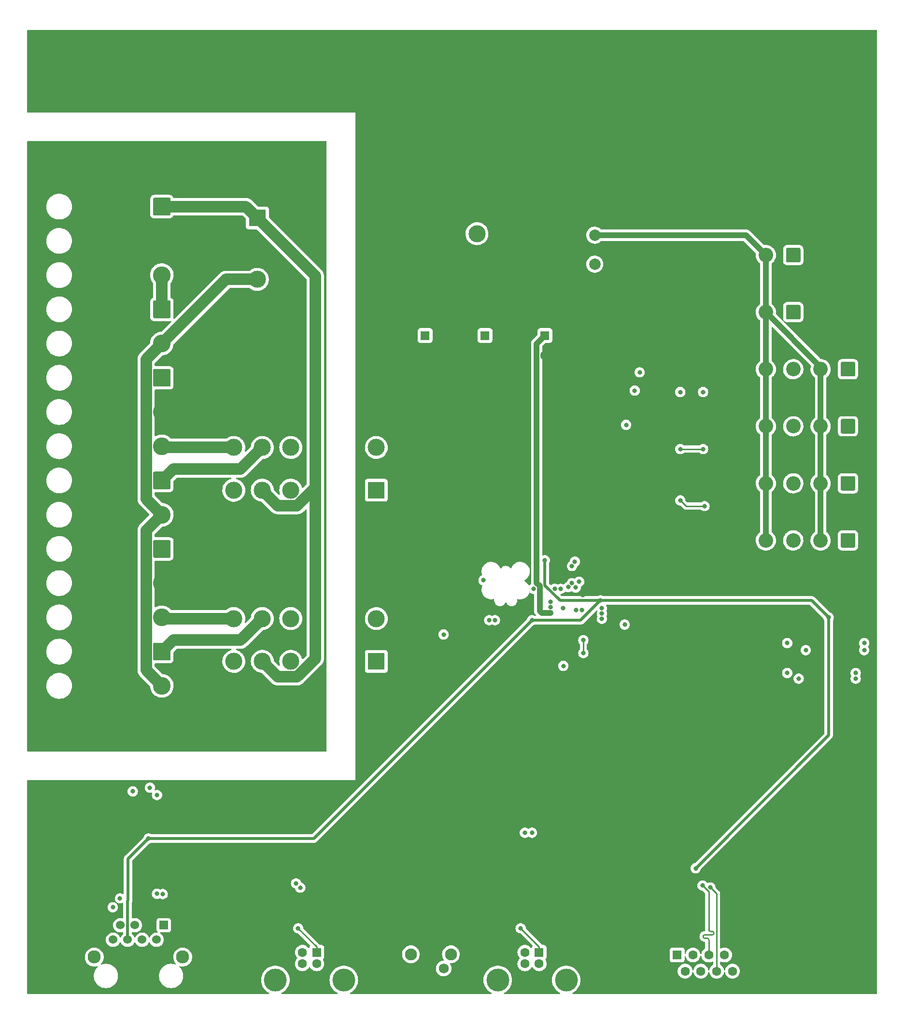
<source format=gbl>
G04 #@! TF.GenerationSoftware,KiCad,Pcbnew,6.0.5+dfsg-1~bpo11+1*
G04 #@! TF.CreationDate,2023-01-20T09:08:29+00:00*
G04 #@! TF.ProjectId,nascontrol,6e617363-6f6e-4747-926f-6c2e6b696361,0.1*
G04 #@! TF.SameCoordinates,Original*
G04 #@! TF.FileFunction,Copper,L4,Bot*
G04 #@! TF.FilePolarity,Positive*
%FSLAX46Y46*%
G04 Gerber Fmt 4.6, Leading zero omitted, Abs format (unit mm)*
G04 Created by KiCad (PCBNEW 6.0.5+dfsg-1~bpo11+1) date 2023-01-20 09:08:29*
%MOMM*%
%LPD*%
G01*
G04 APERTURE LIST*
G04 #@! TA.AperFunction,ComponentPad*
%ADD10C,4.000000*%
G04 #@! TD*
G04 #@! TA.AperFunction,ComponentPad*
%ADD11R,1.600000X1.600000*%
G04 #@! TD*
G04 #@! TA.AperFunction,ComponentPad*
%ADD12C,1.600000*%
G04 #@! TD*
G04 #@! TA.AperFunction,ComponentPad*
%ADD13C,3.100000*%
G04 #@! TD*
G04 #@! TA.AperFunction,ComponentPad*
%ADD14C,2.550000*%
G04 #@! TD*
G04 #@! TA.AperFunction,ComponentPad*
%ADD15C,2.000000*%
G04 #@! TD*
G04 #@! TA.AperFunction,ComponentPad*
%ADD16C,6.400000*%
G04 #@! TD*
G04 #@! TA.AperFunction,ComponentPad*
%ADD17C,3.000000*%
G04 #@! TD*
G04 #@! TA.AperFunction,ComponentPad*
%ADD18R,3.000000X3.000000*%
G04 #@! TD*
G04 #@! TA.AperFunction,ComponentPad*
%ADD19C,2.100000*%
G04 #@! TD*
G04 #@! TA.AperFunction,ComponentPad*
%ADD20C,1.750000*%
G04 #@! TD*
G04 #@! TA.AperFunction,ComponentPad*
%ADD21R,1.500000X1.500000*%
G04 #@! TD*
G04 #@! TA.AperFunction,ComponentPad*
%ADD22C,1.524000*%
G04 #@! TD*
G04 #@! TA.AperFunction,ComponentPad*
%ADD23C,2.300000*%
G04 #@! TD*
G04 #@! TA.AperFunction,ViaPad*
%ADD24C,0.800000*%
G04 #@! TD*
G04 #@! TA.AperFunction,Conductor*
%ADD25C,1.000000*%
G04 #@! TD*
G04 #@! TA.AperFunction,Conductor*
%ADD26C,0.500000*%
G04 #@! TD*
G04 #@! TA.AperFunction,Conductor*
%ADD27C,0.250000*%
G04 #@! TD*
G04 #@! TA.AperFunction,Conductor*
%ADD28C,2.000000*%
G04 #@! TD*
G04 APERTURE END LIST*
D10*
X127490000Y-184089669D03*
X152490000Y-184089669D03*
D11*
X134450000Y-182669669D03*
D12*
X137220000Y-182669669D03*
X139990000Y-182669669D03*
X142760000Y-182669669D03*
X145530000Y-182669669D03*
X135835000Y-185509669D03*
X138605000Y-185509669D03*
X141375000Y-185509669D03*
X144145000Y-185509669D03*
G04 #@! TA.AperFunction,ComponentPad*
G36*
G01*
X42799999Y-79950000D02*
X45400001Y-79950000D01*
G75*
G02*
X45650000Y-80199999I0J-249999D01*
G01*
X45650000Y-82800001D01*
G75*
G02*
X45400001Y-83050000I-249999J0D01*
G01*
X42799999Y-83050000D01*
G75*
G02*
X42550000Y-82800001I0J249999D01*
G01*
X42550000Y-80199999D01*
G75*
G02*
X42799999Y-79950000I249999J0D01*
G01*
G37*
G04 #@! TD.AperFunction*
D13*
X44100000Y-87500000D03*
X44100000Y-93500000D03*
G04 #@! TA.AperFunction,ComponentPad*
G36*
G01*
X165675000Y-98974999D02*
X165675000Y-101025001D01*
G75*
G02*
X165425001Y-101275000I-249999J0D01*
G01*
X163374999Y-101275000D01*
G75*
G02*
X163125000Y-101025001I0J249999D01*
G01*
X163125000Y-98974999D01*
G75*
G02*
X163374999Y-98725000I249999J0D01*
G01*
X165425001Y-98725000D01*
G75*
G02*
X165675000Y-98974999I0J-249999D01*
G01*
G37*
G04 #@! TD.AperFunction*
D14*
X159600000Y-100000000D03*
X154800000Y-100000000D03*
X150000000Y-100000000D03*
D15*
X120000000Y-56500000D03*
X120000000Y-59040000D03*
X120000000Y-61580000D03*
G04 #@! TA.AperFunction,ComponentPad*
G36*
G01*
X165675000Y-108974999D02*
X165675000Y-111025001D01*
G75*
G02*
X165425001Y-111275000I-249999J0D01*
G01*
X163374999Y-111275000D01*
G75*
G02*
X163125000Y-111025001I0J249999D01*
G01*
X163125000Y-108974999D01*
G75*
G02*
X163374999Y-108725000I249999J0D01*
G01*
X165425001Y-108725000D01*
G75*
G02*
X165675000Y-108974999I0J-249999D01*
G01*
G37*
G04 #@! TD.AperFunction*
D14*
X159600000Y-110000000D03*
X154800000Y-110000000D03*
X150000000Y-110000000D03*
G04 #@! TA.AperFunction,ComponentPad*
G36*
G01*
X42799999Y-49950000D02*
X45400001Y-49950000D01*
G75*
G02*
X45650000Y-50199999I0J-249999D01*
G01*
X45650000Y-52800001D01*
G75*
G02*
X45400001Y-53050000I-249999J0D01*
G01*
X42799999Y-53050000D01*
G75*
G02*
X42550000Y-52800001I0J249999D01*
G01*
X42550000Y-50199999D01*
G75*
G02*
X42799999Y-49950000I249999J0D01*
G01*
G37*
G04 #@! TD.AperFunction*
D13*
X44100000Y-57500000D03*
X44100000Y-63500000D03*
D11*
X111250000Y-74097349D03*
D12*
X111250000Y-77597349D03*
D16*
X50000000Y-44000000D03*
X30000000Y-30000000D03*
D17*
X61707500Y-101207500D03*
X66707500Y-101207500D03*
X56707500Y-101207500D03*
X61707500Y-93707500D03*
X66707500Y-93707500D03*
X56707500Y-93707500D03*
D18*
X81707500Y-101207500D03*
D17*
X81707500Y-93707500D03*
G04 #@! TA.AperFunction,ComponentPad*
G36*
G01*
X165675000Y-78974999D02*
X165675000Y-81025001D01*
G75*
G02*
X165425001Y-81275000I-249999J0D01*
G01*
X163374999Y-81275000D01*
G75*
G02*
X163125000Y-81025001I0J249999D01*
G01*
X163125000Y-78974999D01*
G75*
G02*
X163374999Y-78725000I249999J0D01*
G01*
X165425001Y-78725000D01*
G75*
G02*
X165675000Y-78974999I0J-249999D01*
G01*
G37*
G04 #@! TD.AperFunction*
D14*
X159600000Y-80000000D03*
X154800000Y-80000000D03*
X150000000Y-80000000D03*
D19*
X87765000Y-182547500D03*
X94775000Y-182547500D03*
D20*
X93525000Y-185037500D03*
X89025000Y-185037500D03*
G04 #@! TA.AperFunction,ComponentPad*
G36*
G01*
X42799999Y-97950000D02*
X45400001Y-97950000D01*
G75*
G02*
X45650000Y-98199999I0J-249999D01*
G01*
X45650000Y-100800001D01*
G75*
G02*
X45400001Y-101050000I-249999J0D01*
G01*
X42799999Y-101050000D01*
G75*
G02*
X42550000Y-100800001I0J249999D01*
G01*
X42550000Y-98199999D01*
G75*
G02*
X42799999Y-97950000I249999J0D01*
G01*
G37*
G04 #@! TD.AperFunction*
D13*
X44100000Y-105500000D03*
G04 #@! TA.AperFunction,ComponentPad*
G36*
G01*
X42799999Y-109950000D02*
X45400001Y-109950000D01*
G75*
G02*
X45650000Y-110199999I0J-249999D01*
G01*
X45650000Y-112800001D01*
G75*
G02*
X45400001Y-113050000I-249999J0D01*
G01*
X42799999Y-113050000D01*
G75*
G02*
X42550000Y-112800001I0J249999D01*
G01*
X42550000Y-110199999D01*
G75*
G02*
X42799999Y-109950000I249999J0D01*
G01*
G37*
G04 #@! TD.AperFunction*
X44100000Y-117500000D03*
X44100000Y-123500000D03*
G04 #@! TA.AperFunction,ComponentPad*
G36*
G01*
X156075000Y-58974999D02*
X156075000Y-61025001D01*
G75*
G02*
X155825001Y-61275000I-249999J0D01*
G01*
X153774999Y-61275000D01*
G75*
G02*
X153525000Y-61025001I0J249999D01*
G01*
X153525000Y-58974999D01*
G75*
G02*
X153774999Y-58725000I249999J0D01*
G01*
X155825001Y-58725000D01*
G75*
G02*
X156075000Y-58974999I0J-249999D01*
G01*
G37*
G04 #@! TD.AperFunction*
D14*
X150000000Y-60000000D03*
G04 #@! TA.AperFunction,ComponentPad*
G36*
G01*
X165675000Y-88974999D02*
X165675000Y-91025001D01*
G75*
G02*
X165425001Y-91275000I-249999J0D01*
G01*
X163374999Y-91275000D01*
G75*
G02*
X163125000Y-91025001I0J249999D01*
G01*
X163125000Y-88974999D01*
G75*
G02*
X163374999Y-88725000I249999J0D01*
G01*
X165425001Y-88725000D01*
G75*
G02*
X165675000Y-88974999I0J-249999D01*
G01*
G37*
G04 #@! TD.AperFunction*
X159600000Y-90000000D03*
X154800000Y-90000000D03*
X150000000Y-90000000D03*
D11*
X100750000Y-74097349D03*
D12*
X100750000Y-77597349D03*
D11*
X71250000Y-182212500D03*
D12*
X68750000Y-182212500D03*
X68750000Y-184212500D03*
X71250000Y-184212500D03*
D10*
X76000000Y-187072500D03*
X64000000Y-187072500D03*
G04 #@! TA.AperFunction,ComponentPad*
G36*
G01*
X156075000Y-68974999D02*
X156075000Y-71025001D01*
G75*
G02*
X155825001Y-71275000I-249999J0D01*
G01*
X153774999Y-71275000D01*
G75*
G02*
X153525000Y-71025001I0J249999D01*
G01*
X153525000Y-68974999D01*
G75*
G02*
X153774999Y-68725000I249999J0D01*
G01*
X155825001Y-68725000D01*
G75*
G02*
X156075000Y-68974999I0J-249999D01*
G01*
G37*
G04 #@! TD.AperFunction*
D14*
X150000000Y-70000000D03*
D16*
X24000000Y-44000000D03*
G04 #@! TA.AperFunction,ComponentPad*
G36*
G01*
X42799999Y-127950000D02*
X45400001Y-127950000D01*
G75*
G02*
X45650000Y-128199999I0J-249999D01*
G01*
X45650000Y-130800001D01*
G75*
G02*
X45400001Y-131050000I-249999J0D01*
G01*
X42799999Y-131050000D01*
G75*
G02*
X42550000Y-130800001I0J249999D01*
G01*
X42550000Y-128199999D01*
G75*
G02*
X42799999Y-127950000I249999J0D01*
G01*
G37*
G04 #@! TD.AperFunction*
D13*
X44100000Y-135500000D03*
G04 #@! TA.AperFunction,ComponentPad*
G36*
G01*
X42799999Y-67950000D02*
X45400001Y-67950000D01*
G75*
G02*
X45650000Y-68199999I0J-249999D01*
G01*
X45650000Y-70800001D01*
G75*
G02*
X45400001Y-71050000I-249999J0D01*
G01*
X42799999Y-71050000D01*
G75*
G02*
X42550000Y-70800001I0J249999D01*
G01*
X42550000Y-68199999D01*
G75*
G02*
X42799999Y-67950000I249999J0D01*
G01*
G37*
G04 #@! TD.AperFunction*
X44100000Y-75500000D03*
D16*
X24000000Y-143000000D03*
D18*
X60842500Y-53500000D03*
D17*
X60842500Y-64250000D03*
X99342500Y-64250000D03*
X99342500Y-56250000D03*
D16*
X50000000Y-143000000D03*
X30000000Y-157000000D03*
X157000000Y-30000000D03*
D11*
X110250000Y-182212500D03*
D12*
X107750000Y-182212500D03*
X107750000Y-184212500D03*
X110250000Y-184212500D03*
D10*
X103000000Y-187072500D03*
X115000000Y-187072500D03*
D17*
X61707500Y-131207500D03*
X66707500Y-131207500D03*
X56707500Y-131207500D03*
X61707500Y-123707500D03*
X66707500Y-123707500D03*
X56707500Y-123707500D03*
D18*
X81707500Y-131207500D03*
D17*
X81707500Y-123707500D03*
D11*
X90250000Y-74097349D03*
D12*
X90250000Y-77597349D03*
D16*
X157000000Y-157000000D03*
D21*
X44445000Y-177460000D03*
D22*
X43175000Y-180000000D03*
X41905000Y-177460000D03*
X40635000Y-180000000D03*
X39365000Y-177460000D03*
X38095000Y-180000000D03*
X36825000Y-177460000D03*
X35555000Y-180000000D03*
D23*
X47750000Y-183048000D03*
X32250000Y-183048000D03*
D24*
X107000000Y-171500000D03*
X40000000Y-167750000D03*
X104500000Y-122350000D03*
X68000000Y-172250000D03*
X40000000Y-171500000D03*
X134500000Y-88000000D03*
X106000000Y-125000000D03*
X136250000Y-85750000D03*
X167250000Y-132750000D03*
X119000000Y-116000000D03*
X136000000Y-92250000D03*
X107000000Y-123750000D03*
X117954511Y-119600000D03*
X112250000Y-122750000D03*
X111250000Y-113500000D03*
X161000000Y-123500000D03*
X121000000Y-120525500D03*
X41750000Y-162250000D03*
X137693326Y-167479597D03*
X109000000Y-124000000D03*
X114500000Y-132000000D03*
X112250000Y-121723500D03*
X100500000Y-117000000D03*
X107000000Y-178000000D03*
X44250000Y-172000000D03*
X117750000Y-122250000D03*
X43250000Y-171950931D03*
X116750000Y-122250000D03*
X101500000Y-124000000D03*
X36750000Y-172750000D03*
X102500000Y-124000000D03*
X35500000Y-174306000D03*
X135000000Y-103000000D03*
X139250000Y-104000000D03*
X139000000Y-94000000D03*
X135000000Y-94000000D03*
X139000000Y-84000000D03*
X135000000Y-84000000D03*
X68000000Y-178000000D03*
X153750000Y-128000000D03*
X125250000Y-124750000D03*
X167250000Y-128000000D03*
X121250000Y-121901500D03*
X157000000Y-129250000D03*
X167250000Y-129250000D03*
X121250000Y-123754506D03*
X165750000Y-133250000D03*
X153750000Y-133250000D03*
X165750000Y-134250000D03*
X121250000Y-122828003D03*
X155750000Y-134250000D03*
X138900000Y-170500000D03*
X140258478Y-170833879D03*
X114440500Y-121870000D03*
X125500000Y-89750000D03*
X112250000Y-120750000D03*
X127000000Y-83750000D03*
X127870814Y-80547626D03*
X109250000Y-118500000D03*
X93500000Y-126500000D03*
X116513931Y-113729103D03*
X118000000Y-127500000D03*
X118000000Y-129750000D03*
X116651500Y-118270897D03*
X39000000Y-154000000D03*
X43250000Y-154651500D03*
X117250000Y-117250000D03*
X42000000Y-153348500D03*
X116000000Y-114500000D03*
X116000000Y-117500000D03*
X109000000Y-161250000D03*
X115348500Y-118186955D03*
X107750000Y-161250000D03*
X114025000Y-118500000D03*
X68371232Y-170871232D03*
X112975000Y-118500000D03*
X67628768Y-170128768D03*
D25*
X111250000Y-74097349D02*
X109823489Y-75523860D01*
X109823489Y-117450009D02*
X110373480Y-118000000D01*
X109823489Y-75523860D02*
X109823489Y-117450009D01*
X110750000Y-122750000D02*
X112250000Y-122750000D01*
X110373480Y-122373480D02*
X110750000Y-122750000D01*
X110373480Y-118000000D02*
X110373480Y-122373480D01*
D26*
X41750000Y-162250000D02*
X38184500Y-165815500D01*
X70750000Y-162250000D02*
X41750000Y-162250000D01*
X158025500Y-120525500D02*
X121000000Y-120525500D01*
X121000000Y-120525500D02*
X117525500Y-124000000D01*
X161000000Y-123500000D02*
X161000000Y-144172923D01*
X113902347Y-120525500D02*
X121000000Y-120525500D01*
X109000000Y-124000000D02*
X70750000Y-162250000D01*
X38184500Y-173071653D02*
X38184500Y-165815500D01*
X111250000Y-117873153D02*
X113902347Y-120525500D01*
X117525500Y-124000000D02*
X109000000Y-124000000D01*
X38095000Y-180000000D02*
X38095000Y-173161153D01*
X111250000Y-113500000D02*
X111250000Y-117873153D01*
X161000000Y-123500000D02*
X158025500Y-120525500D01*
X161000000Y-144172923D02*
X137693326Y-167479597D01*
X38095000Y-173161153D02*
X38184500Y-173071653D01*
D27*
X110250000Y-181250000D02*
X110250000Y-182212500D01*
X107000000Y-178000000D02*
X110250000Y-181250000D01*
D25*
X120000000Y-56500000D02*
X146500000Y-56500000D01*
X150000000Y-100000000D02*
X150000000Y-110000000D01*
X159600000Y-90000000D02*
X159600000Y-100000000D01*
X150000000Y-80000000D02*
X150000000Y-90000000D01*
X150000000Y-70000000D02*
X159600000Y-79600000D01*
X150000000Y-60000000D02*
X150000000Y-70000000D01*
X146500000Y-56500000D02*
X150000000Y-60000000D01*
X150000000Y-70000000D02*
X150000000Y-80000000D01*
X159600000Y-100000000D02*
X159600000Y-110000000D01*
X159600000Y-79600000D02*
X159600000Y-80000000D01*
X159600000Y-80000000D02*
X159600000Y-90000000D01*
X150000000Y-90000000D02*
X150000000Y-100000000D01*
D27*
X139250000Y-104000000D02*
X136000000Y-104000000D01*
X136000000Y-104000000D02*
X135000000Y-103000000D01*
X135000000Y-94000000D02*
X139000000Y-94000000D01*
X68000000Y-178000000D02*
X71250000Y-181250000D01*
X71250000Y-181250000D02*
X71250000Y-182212500D01*
X139290000Y-179140000D02*
X140590000Y-179140000D01*
X139990000Y-182506277D02*
X139990000Y-182669669D01*
X139990000Y-180040000D02*
X139990000Y-182506277D01*
X139290000Y-179740000D02*
X139690000Y-179740000D01*
X140290000Y-178540000D02*
X140590000Y-178540000D01*
X138900000Y-170500000D02*
X139990000Y-171590000D01*
X139990000Y-171590000D02*
X139990000Y-178240000D01*
X138990000Y-179440000D02*
G75*
G02*
X139290000Y-179140000I300000J0D01*
G01*
X139290000Y-179740000D02*
G75*
G02*
X138990000Y-179440000I0J300000D01*
G01*
X140890000Y-178840000D02*
G75*
G03*
X140590000Y-178540000I-300000J0D01*
G01*
X139990000Y-180040000D02*
G75*
G03*
X139690000Y-179740000I-300000J0D01*
G01*
X140590000Y-179140000D02*
G75*
G03*
X140890000Y-178840000I0J300000D01*
G01*
X140290000Y-178540000D02*
G75*
G02*
X139990000Y-178240000I0J300000D01*
G01*
X141375000Y-171950401D02*
X141375000Y-185509669D01*
X140258478Y-170833879D02*
X141375000Y-171950401D01*
X118000000Y-127500000D02*
X118000000Y-129750000D01*
D28*
X44100000Y-63500000D02*
X44100000Y-69500000D01*
X44100000Y-105500000D02*
X41350489Y-108249511D01*
X60842500Y-64250000D02*
X55350000Y-64250000D01*
X44100000Y-75500000D02*
X41350489Y-78249511D01*
X41350489Y-78249511D02*
X41350489Y-102750489D01*
X41350489Y-102750489D02*
X44100000Y-105500000D01*
X55350000Y-64250000D02*
X44100000Y-75500000D01*
X41350489Y-108249511D02*
X41350489Y-132750489D01*
X41350489Y-132750489D02*
X44100000Y-135500000D01*
X61707500Y-93707500D02*
X57915000Y-97500000D01*
X57915000Y-97500000D02*
X46100000Y-97500000D01*
X46100000Y-97500000D02*
X44100000Y-99500000D01*
X61707500Y-123707500D02*
X57915000Y-127500000D01*
X46100000Y-127500000D02*
X44100000Y-129500000D01*
X57915000Y-127500000D02*
X46100000Y-127500000D01*
X61707500Y-101207500D02*
X64407011Y-103907011D01*
X71000000Y-63657500D02*
X60842500Y-53500000D01*
X64407011Y-103907011D02*
X67825675Y-103907011D01*
X71000000Y-130732686D02*
X71000000Y-63657500D01*
X67825675Y-103907011D02*
X71000000Y-100732686D01*
X61707500Y-131207500D02*
X64407011Y-133907011D01*
X67825675Y-133907011D02*
X71000000Y-130732686D01*
X64407011Y-133907011D02*
X67825675Y-133907011D01*
X58842500Y-51500000D02*
X60842500Y-53500000D01*
X44100000Y-51500000D02*
X58842500Y-51500000D01*
X56707500Y-93707500D02*
X44307500Y-93707500D01*
X44307500Y-93707500D02*
X44100000Y-93500000D01*
X44307500Y-123707500D02*
X44100000Y-123500000D01*
X56707500Y-123707500D02*
X44307500Y-123707500D01*
G04 #@! TA.AperFunction,Conductor*
G36*
X72942121Y-40020002D02*
G01*
X72988614Y-40073658D01*
X73000000Y-40126000D01*
X73000000Y-146874000D01*
X72979998Y-146942121D01*
X72926342Y-146988614D01*
X72874000Y-147000000D01*
X20634000Y-147000000D01*
X20565879Y-146979998D01*
X20519386Y-146926342D01*
X20508000Y-146874000D01*
X20508000Y-135547404D01*
X23836941Y-135547404D01*
X23837304Y-135551552D01*
X23837304Y-135551556D01*
X23843613Y-135623665D01*
X23863091Y-135846292D01*
X23864001Y-135850364D01*
X23864002Y-135850369D01*
X23918052Y-136092174D01*
X23928540Y-136139095D01*
X24032140Y-136420671D01*
X24034084Y-136424359D01*
X24034088Y-136424367D01*
X24129629Y-136605577D01*
X24172069Y-136686071D01*
X24345871Y-136930633D01*
X24550490Y-137150061D01*
X24782333Y-137340498D01*
X25037325Y-137498600D01*
X25041142Y-137500316D01*
X25041145Y-137500317D01*
X25101139Y-137527279D01*
X25310988Y-137621589D01*
X25485368Y-137673574D01*
X25594514Y-137706112D01*
X25594516Y-137706112D01*
X25598513Y-137707304D01*
X25602633Y-137707957D01*
X25602635Y-137707957D01*
X25721509Y-137726785D01*
X25894848Y-137754239D01*
X25937577Y-137756179D01*
X25987262Y-137758436D01*
X25987281Y-137758436D01*
X25988681Y-137758500D01*
X26176107Y-137758500D01*
X26399370Y-137743671D01*
X26403464Y-137742846D01*
X26403468Y-137742845D01*
X26544513Y-137714405D01*
X26693480Y-137684368D01*
X26977163Y-137586688D01*
X26980896Y-137584819D01*
X26980900Y-137584817D01*
X27241691Y-137454222D01*
X27241693Y-137454221D01*
X27245435Y-137452347D01*
X27442530Y-137318402D01*
X27490125Y-137286057D01*
X27490128Y-137286055D01*
X27493584Y-137283706D01*
X27717248Y-137083726D01*
X27798254Y-136989215D01*
X27909779Y-136859097D01*
X27909782Y-136859093D01*
X27912499Y-136855923D01*
X27914773Y-136852421D01*
X27914777Y-136852416D01*
X28073628Y-136607807D01*
X28073631Y-136607802D01*
X28075907Y-136604297D01*
X28204600Y-136333270D01*
X28280664Y-136096362D01*
X28295038Y-136051591D01*
X28295038Y-136051590D01*
X28296318Y-136047604D01*
X28336771Y-135822773D01*
X28348709Y-135756425D01*
X28348710Y-135756420D01*
X28349448Y-135752316D01*
X28355291Y-135623665D01*
X28362870Y-135456766D01*
X28362870Y-135456760D01*
X28363059Y-135452596D01*
X28360181Y-135419695D01*
X28337842Y-135164370D01*
X28336909Y-135153708D01*
X28332612Y-135134481D01*
X28272372Y-134864984D01*
X28272371Y-134864981D01*
X28271460Y-134860905D01*
X28167860Y-134579329D01*
X28165916Y-134575641D01*
X28165912Y-134575633D01*
X28029884Y-134317633D01*
X28029883Y-134317632D01*
X28027931Y-134313929D01*
X27854129Y-134069367D01*
X27649510Y-133849939D01*
X27515273Y-133739676D01*
X27420892Y-133662151D01*
X27417667Y-133659502D01*
X27162675Y-133501400D01*
X26889012Y-133378411D01*
X26635035Y-133302697D01*
X26605486Y-133293888D01*
X26605484Y-133293888D01*
X26601487Y-133292696D01*
X26597367Y-133292043D01*
X26597365Y-133292043D01*
X26424860Y-133264721D01*
X26305152Y-133245761D01*
X26262423Y-133243821D01*
X26212738Y-133241564D01*
X26212719Y-133241564D01*
X26211319Y-133241500D01*
X26023893Y-133241500D01*
X25800630Y-133256329D01*
X25796536Y-133257154D01*
X25796532Y-133257155D01*
X25655487Y-133285595D01*
X25506520Y-133315632D01*
X25222837Y-133413312D01*
X25219104Y-133415181D01*
X25219100Y-133415183D01*
X25017115Y-133516330D01*
X24954565Y-133547653D01*
X24935813Y-133560397D01*
X24741574Y-133692401D01*
X24706416Y-133716294D01*
X24482752Y-133916274D01*
X24480035Y-133919444D01*
X24480034Y-133919445D01*
X24354155Y-134066311D01*
X24287501Y-134144077D01*
X24285227Y-134147579D01*
X24285223Y-134147584D01*
X24174792Y-134317633D01*
X24124093Y-134395703D01*
X24122299Y-134399482D01*
X24122298Y-134399483D01*
X24105454Y-134434957D01*
X23995400Y-134666730D01*
X23994121Y-134670713D01*
X23994120Y-134670716D01*
X23990959Y-134680561D01*
X23903682Y-134952396D01*
X23902941Y-134956515D01*
X23854768Y-135224254D01*
X23850552Y-135247684D01*
X23850363Y-135251851D01*
X23850362Y-135251858D01*
X23837194Y-135541824D01*
X23836941Y-135547404D01*
X20508000Y-135547404D01*
X20508000Y-129547404D01*
X23836941Y-129547404D01*
X23837304Y-129551552D01*
X23837304Y-129551556D01*
X23852297Y-129722917D01*
X23863091Y-129846292D01*
X23864001Y-129850364D01*
X23864002Y-129850369D01*
X23909889Y-130055655D01*
X23928540Y-130139095D01*
X23929984Y-130143018D01*
X23929984Y-130143020D01*
X23932707Y-130150421D01*
X24032140Y-130420671D01*
X24034084Y-130424359D01*
X24034088Y-130424367D01*
X24163759Y-130670309D01*
X24172069Y-130686071D01*
X24345871Y-130930633D01*
X24550490Y-131150061D01*
X24782333Y-131340498D01*
X25037325Y-131498600D01*
X25310988Y-131621589D01*
X25485368Y-131673574D01*
X25594514Y-131706112D01*
X25594516Y-131706112D01*
X25598513Y-131707304D01*
X25602633Y-131707957D01*
X25602635Y-131707957D01*
X25706112Y-131724346D01*
X25894848Y-131754239D01*
X25937577Y-131756179D01*
X25987262Y-131758436D01*
X25987281Y-131758436D01*
X25988681Y-131758500D01*
X26176107Y-131758500D01*
X26399370Y-131743671D01*
X26403464Y-131742846D01*
X26403468Y-131742845D01*
X26544513Y-131714405D01*
X26693480Y-131684368D01*
X26977163Y-131586688D01*
X26980896Y-131584819D01*
X26980900Y-131584817D01*
X27241691Y-131454222D01*
X27241693Y-131454221D01*
X27245435Y-131452347D01*
X27410017Y-131340498D01*
X27490125Y-131286057D01*
X27490128Y-131286055D01*
X27493584Y-131283706D01*
X27717248Y-131083726D01*
X27762066Y-131031436D01*
X27909779Y-130859097D01*
X27909782Y-130859093D01*
X27912499Y-130855923D01*
X27914773Y-130852421D01*
X27914777Y-130852416D01*
X28073628Y-130607807D01*
X28073631Y-130607802D01*
X28075907Y-130604297D01*
X28204600Y-130333270D01*
X28296318Y-130047604D01*
X28349448Y-129752316D01*
X28349868Y-129743088D01*
X28362870Y-129456766D01*
X28362870Y-129456760D01*
X28363059Y-129452596D01*
X28336909Y-129153708D01*
X28321124Y-129083087D01*
X28272372Y-128864984D01*
X28272371Y-128864981D01*
X28271460Y-128860905D01*
X28250844Y-128804871D01*
X28215381Y-128708488D01*
X28167860Y-128579329D01*
X28165916Y-128575641D01*
X28165912Y-128575633D01*
X28029884Y-128317633D01*
X28029883Y-128317632D01*
X28027931Y-128313929D01*
X27854129Y-128069367D01*
X27649510Y-127849939D01*
X27417667Y-127659502D01*
X27162675Y-127501400D01*
X26889012Y-127378411D01*
X26675650Y-127314805D01*
X26605486Y-127293888D01*
X26605484Y-127293888D01*
X26601487Y-127292696D01*
X26597367Y-127292043D01*
X26597365Y-127292043D01*
X26478491Y-127273215D01*
X26305152Y-127245761D01*
X26262423Y-127243821D01*
X26212738Y-127241564D01*
X26212719Y-127241564D01*
X26211319Y-127241500D01*
X26023893Y-127241500D01*
X25800630Y-127256329D01*
X25796536Y-127257154D01*
X25796532Y-127257155D01*
X25655487Y-127285595D01*
X25506520Y-127315632D01*
X25222837Y-127413312D01*
X25219104Y-127415181D01*
X25219100Y-127415183D01*
X24958309Y-127545778D01*
X24954565Y-127547653D01*
X24706416Y-127716294D01*
X24482752Y-127916274D01*
X24480035Y-127919444D01*
X24480034Y-127919445D01*
X24354155Y-128066311D01*
X24287501Y-128144077D01*
X24285227Y-128147579D01*
X24285223Y-128147584D01*
X24174792Y-128317633D01*
X24124093Y-128395703D01*
X23995400Y-128666730D01*
X23994121Y-128670713D01*
X23994120Y-128670716D01*
X23917124Y-128910530D01*
X23903682Y-128952396D01*
X23897910Y-128984476D01*
X23852029Y-129239477D01*
X23850552Y-129247684D01*
X23850363Y-129251851D01*
X23850362Y-129251858D01*
X23842572Y-129423401D01*
X23836941Y-129547404D01*
X20508000Y-129547404D01*
X20508000Y-123547404D01*
X23836941Y-123547404D01*
X23837304Y-123551552D01*
X23837304Y-123551556D01*
X23839685Y-123578770D01*
X23863091Y-123846292D01*
X23864001Y-123850364D01*
X23864002Y-123850369D01*
X23927628Y-124135016D01*
X23928540Y-124139095D01*
X24032140Y-124420671D01*
X24034084Y-124424359D01*
X24034088Y-124424367D01*
X24130805Y-124607807D01*
X24172069Y-124686071D01*
X24345871Y-124930633D01*
X24550490Y-125150061D01*
X24782333Y-125340498D01*
X25037325Y-125498600D01*
X25041142Y-125500316D01*
X25041145Y-125500317D01*
X25101139Y-125527279D01*
X25310988Y-125621589D01*
X25450683Y-125663234D01*
X25594514Y-125706112D01*
X25594516Y-125706112D01*
X25598513Y-125707304D01*
X25602633Y-125707957D01*
X25602635Y-125707957D01*
X25638466Y-125713632D01*
X25894848Y-125754239D01*
X25937577Y-125756179D01*
X25987262Y-125758436D01*
X25987281Y-125758436D01*
X25988681Y-125758500D01*
X26176107Y-125758500D01*
X26399370Y-125743671D01*
X26403464Y-125742846D01*
X26403468Y-125742845D01*
X26544513Y-125714405D01*
X26693480Y-125684368D01*
X26977163Y-125586688D01*
X26980896Y-125584819D01*
X26980900Y-125584817D01*
X27241691Y-125454222D01*
X27241693Y-125454221D01*
X27245435Y-125452347D01*
X27359635Y-125374737D01*
X27490125Y-125286057D01*
X27490128Y-125286055D01*
X27493584Y-125283706D01*
X27717248Y-125083726D01*
X27780431Y-125010009D01*
X27909779Y-124859097D01*
X27909782Y-124859093D01*
X27912499Y-124855923D01*
X27914773Y-124852421D01*
X27914777Y-124852416D01*
X28073628Y-124607807D01*
X28073631Y-124607802D01*
X28075907Y-124604297D01*
X28204600Y-124333270D01*
X28289807Y-124067885D01*
X28295038Y-124051591D01*
X28295038Y-124051590D01*
X28296318Y-124047604D01*
X28349448Y-123752316D01*
X28350911Y-123720116D01*
X28362870Y-123456766D01*
X28362870Y-123456760D01*
X28363059Y-123452596D01*
X28361457Y-123434278D01*
X28337273Y-123157870D01*
X28336909Y-123153708D01*
X28292832Y-122956515D01*
X28272372Y-122864984D01*
X28272371Y-122864981D01*
X28271460Y-122860905D01*
X28167860Y-122579329D01*
X28165916Y-122575641D01*
X28165912Y-122575633D01*
X28029884Y-122317633D01*
X28029883Y-122317632D01*
X28027931Y-122313929D01*
X27854129Y-122069367D01*
X27649510Y-121849939D01*
X27508393Y-121734025D01*
X27420892Y-121662151D01*
X27417667Y-121659502D01*
X27162675Y-121501400D01*
X26889012Y-121378411D01*
X26675650Y-121314805D01*
X26605486Y-121293888D01*
X26605484Y-121293888D01*
X26601487Y-121292696D01*
X26597367Y-121292043D01*
X26597365Y-121292043D01*
X26478491Y-121273215D01*
X26305152Y-121245761D01*
X26262423Y-121243821D01*
X26212738Y-121241564D01*
X26212719Y-121241564D01*
X26211319Y-121241500D01*
X26023893Y-121241500D01*
X25800630Y-121256329D01*
X25796536Y-121257154D01*
X25796532Y-121257155D01*
X25655487Y-121285595D01*
X25506520Y-121315632D01*
X25222837Y-121413312D01*
X25219104Y-121415181D01*
X25219100Y-121415183D01*
X24958309Y-121545778D01*
X24954565Y-121547653D01*
X24935813Y-121560397D01*
X24730847Y-121699691D01*
X24706416Y-121716294D01*
X24482752Y-121916274D01*
X24480035Y-121919444D01*
X24480034Y-121919445D01*
X24354155Y-122066311D01*
X24287501Y-122144077D01*
X24285227Y-122147579D01*
X24285223Y-122147584D01*
X24174792Y-122317633D01*
X24124093Y-122395703D01*
X23995400Y-122666730D01*
X23903682Y-122952396D01*
X23850552Y-123247684D01*
X23850363Y-123251851D01*
X23850362Y-123251858D01*
X23843216Y-123409221D01*
X23836941Y-123547404D01*
X20508000Y-123547404D01*
X20508000Y-117547404D01*
X23836941Y-117547404D01*
X23863091Y-117846292D01*
X23864001Y-117850364D01*
X23864002Y-117850369D01*
X23927628Y-118135016D01*
X23928540Y-118139095D01*
X24032140Y-118420671D01*
X24034084Y-118424359D01*
X24034088Y-118424367D01*
X24130805Y-118607807D01*
X24172069Y-118686071D01*
X24345871Y-118930633D01*
X24550490Y-119150061D01*
X24782333Y-119340498D01*
X25037325Y-119498600D01*
X25310988Y-119621589D01*
X25485368Y-119673574D01*
X25594514Y-119706112D01*
X25594516Y-119706112D01*
X25598513Y-119707304D01*
X25602633Y-119707957D01*
X25602635Y-119707957D01*
X25721509Y-119726785D01*
X25894848Y-119754239D01*
X25937577Y-119756179D01*
X25987262Y-119758436D01*
X25987281Y-119758436D01*
X25988681Y-119758500D01*
X26176107Y-119758500D01*
X26399370Y-119743671D01*
X26403464Y-119742846D01*
X26403468Y-119742845D01*
X26544513Y-119714405D01*
X26693480Y-119684368D01*
X26977163Y-119586688D01*
X26980896Y-119584819D01*
X26980900Y-119584817D01*
X27241691Y-119454222D01*
X27241693Y-119454221D01*
X27245435Y-119452347D01*
X27493584Y-119283706D01*
X27717248Y-119083726D01*
X27719966Y-119080555D01*
X27909779Y-118859097D01*
X27909782Y-118859093D01*
X27912499Y-118855923D01*
X27914773Y-118852421D01*
X27914777Y-118852416D01*
X28073628Y-118607807D01*
X28073631Y-118607802D01*
X28075907Y-118604297D01*
X28204600Y-118333270D01*
X28296318Y-118047604D01*
X28349448Y-117752316D01*
X28363059Y-117452596D01*
X28336909Y-117153708D01*
X28292832Y-116956515D01*
X28272372Y-116864984D01*
X28272371Y-116864981D01*
X28271460Y-116860905D01*
X28167860Y-116579329D01*
X28165916Y-116575641D01*
X28165912Y-116575633D01*
X28029884Y-116317633D01*
X28029883Y-116317632D01*
X28027931Y-116313929D01*
X27854129Y-116069367D01*
X27649510Y-115849939D01*
X27417667Y-115659502D01*
X27162675Y-115501400D01*
X26889012Y-115378411D01*
X26675650Y-115314805D01*
X26605486Y-115293888D01*
X26605484Y-115293888D01*
X26601487Y-115292696D01*
X26597367Y-115292043D01*
X26597365Y-115292043D01*
X26478491Y-115273215D01*
X26305152Y-115245761D01*
X26262423Y-115243821D01*
X26212738Y-115241564D01*
X26212719Y-115241564D01*
X26211319Y-115241500D01*
X26023893Y-115241500D01*
X25800630Y-115256329D01*
X25796536Y-115257154D01*
X25796532Y-115257155D01*
X25655487Y-115285595D01*
X25506520Y-115315632D01*
X25222837Y-115413312D01*
X25219104Y-115415181D01*
X25219100Y-115415183D01*
X24958309Y-115545778D01*
X24954565Y-115547653D01*
X24706416Y-115716294D01*
X24482752Y-115916274D01*
X24480035Y-115919444D01*
X24480034Y-115919445D01*
X24354155Y-116066311D01*
X24287501Y-116144077D01*
X24285227Y-116147579D01*
X24285223Y-116147584D01*
X24174792Y-116317633D01*
X24124093Y-116395703D01*
X23995400Y-116666730D01*
X23903682Y-116952396D01*
X23850552Y-117247684D01*
X23836941Y-117547404D01*
X20508000Y-117547404D01*
X20508000Y-111547404D01*
X23836941Y-111547404D01*
X23863091Y-111846292D01*
X23864001Y-111850364D01*
X23864002Y-111850369D01*
X23927628Y-112135016D01*
X23928540Y-112139095D01*
X24032140Y-112420671D01*
X24034084Y-112424359D01*
X24034088Y-112424367D01*
X24130805Y-112607807D01*
X24172069Y-112686071D01*
X24345871Y-112930633D01*
X24550490Y-113150061D01*
X24782333Y-113340498D01*
X25037325Y-113498600D01*
X25310988Y-113621589D01*
X25485368Y-113673574D01*
X25594514Y-113706112D01*
X25594516Y-113706112D01*
X25598513Y-113707304D01*
X25602633Y-113707957D01*
X25602635Y-113707957D01*
X25721509Y-113726785D01*
X25894848Y-113754239D01*
X25937577Y-113756179D01*
X25987262Y-113758436D01*
X25987281Y-113758436D01*
X25988681Y-113758500D01*
X26176107Y-113758500D01*
X26399370Y-113743671D01*
X26403464Y-113742846D01*
X26403468Y-113742845D01*
X26544513Y-113714405D01*
X26693480Y-113684368D01*
X26977163Y-113586688D01*
X26980896Y-113584819D01*
X26980900Y-113584817D01*
X27241691Y-113454222D01*
X27241693Y-113454221D01*
X27245435Y-113452347D01*
X27493584Y-113283706D01*
X27717248Y-113083726D01*
X27833560Y-112948023D01*
X27909779Y-112859097D01*
X27909782Y-112859093D01*
X27912499Y-112855923D01*
X27914773Y-112852421D01*
X27914777Y-112852416D01*
X28073628Y-112607807D01*
X28073631Y-112607802D01*
X28075907Y-112604297D01*
X28204600Y-112333270D01*
X28296318Y-112047604D01*
X28349448Y-111752316D01*
X28363059Y-111452596D01*
X28336909Y-111153708D01*
X28292832Y-110956515D01*
X28272372Y-110864984D01*
X28272371Y-110864981D01*
X28271460Y-110860905D01*
X28167860Y-110579329D01*
X28165916Y-110575641D01*
X28165912Y-110575633D01*
X28029884Y-110317633D01*
X28029883Y-110317632D01*
X28027931Y-110313929D01*
X27854129Y-110069367D01*
X27649510Y-109849939D01*
X27417667Y-109659502D01*
X27162675Y-109501400D01*
X26889012Y-109378411D01*
X26675650Y-109314805D01*
X26605486Y-109293888D01*
X26605484Y-109293888D01*
X26601487Y-109292696D01*
X26597367Y-109292043D01*
X26597365Y-109292043D01*
X26478491Y-109273215D01*
X26305152Y-109245761D01*
X26262423Y-109243821D01*
X26212738Y-109241564D01*
X26212719Y-109241564D01*
X26211319Y-109241500D01*
X26023893Y-109241500D01*
X25800630Y-109256329D01*
X25796536Y-109257154D01*
X25796532Y-109257155D01*
X25655487Y-109285595D01*
X25506520Y-109315632D01*
X25222837Y-109413312D01*
X25219104Y-109415181D01*
X25219100Y-109415183D01*
X25026311Y-109511725D01*
X24954565Y-109547653D01*
X24706416Y-109716294D01*
X24482752Y-109916274D01*
X24480035Y-109919444D01*
X24480034Y-109919445D01*
X24354155Y-110066311D01*
X24287501Y-110144077D01*
X24285227Y-110147579D01*
X24285223Y-110147584D01*
X24174792Y-110317633D01*
X24124093Y-110395703D01*
X23995400Y-110666730D01*
X23903682Y-110952396D01*
X23850552Y-111247684D01*
X23836941Y-111547404D01*
X20508000Y-111547404D01*
X20508000Y-108275924D01*
X39837311Y-108275924D01*
X39837805Y-108280959D01*
X39841388Y-108317503D01*
X39841989Y-108329799D01*
X39841989Y-132726473D01*
X39841940Y-132729991D01*
X39839155Y-132829694D01*
X39844877Y-132872573D01*
X39849547Y-132907575D01*
X39850248Y-132914136D01*
X39855829Y-132983500D01*
X39856549Y-132992454D01*
X39864386Y-133024359D01*
X39866915Y-133037747D01*
X39871260Y-133070309D01*
X39872721Y-133075150D01*
X39872722Y-133075152D01*
X39893967Y-133145518D01*
X39895708Y-133151879D01*
X39914452Y-133228195D01*
X39926745Y-133257155D01*
X39927290Y-133258440D01*
X39931927Y-133271250D01*
X39941422Y-133302697D01*
X39943640Y-133307245D01*
X39943643Y-133307252D01*
X39975860Y-133373307D01*
X39978596Y-133379309D01*
X39989587Y-133405202D01*
X40009301Y-133451645D01*
X40011993Y-133455919D01*
X40026808Y-133479445D01*
X40033434Y-133491349D01*
X40047835Y-133520877D01*
X40050754Y-133525014D01*
X40050754Y-133525015D01*
X40093130Y-133585086D01*
X40096790Y-133590575D01*
X40138656Y-133657056D01*
X40141997Y-133660845D01*
X40142001Y-133660851D01*
X40160387Y-133681706D01*
X40168833Y-133692401D01*
X40187763Y-133719236D01*
X40207398Y-133740739D01*
X40247114Y-133780455D01*
X40252533Y-133786225D01*
X40295839Y-133835347D01*
X40295842Y-133835350D01*
X40299187Y-133839144D01*
X40303095Y-133842354D01*
X40303096Y-133842355D01*
X40331478Y-133865668D01*
X40340597Y-133873938D01*
X42008483Y-135541824D01*
X42042509Y-135604136D01*
X42045179Y-135623665D01*
X42052960Y-135758601D01*
X42053785Y-135762806D01*
X42053786Y-135762814D01*
X42064711Y-135818497D01*
X42106996Y-136034024D01*
X42108383Y-136038074D01*
X42108384Y-136038079D01*
X42196522Y-136295509D01*
X42197911Y-136299565D01*
X42324022Y-136550310D01*
X42326448Y-136553839D01*
X42326451Y-136553845D01*
X42414782Y-136682367D01*
X42482997Y-136781620D01*
X42671894Y-136989215D01*
X42675183Y-136991965D01*
X42883925Y-137166501D01*
X42883930Y-137166505D01*
X42887217Y-137169253D01*
X42942424Y-137203884D01*
X43121341Y-137316119D01*
X43121345Y-137316121D01*
X43124981Y-137318402D01*
X43380788Y-137433903D01*
X43384907Y-137435123D01*
X43645790Y-137512401D01*
X43645795Y-137512402D01*
X43649903Y-137513619D01*
X43654137Y-137514267D01*
X43654142Y-137514268D01*
X43898514Y-137551662D01*
X43927347Y-137556074D01*
X44070292Y-137558319D01*
X44203694Y-137560415D01*
X44203700Y-137560415D01*
X44207985Y-137560482D01*
X44486626Y-137526763D01*
X44758112Y-137455540D01*
X44762072Y-137453900D01*
X44762077Y-137453898D01*
X44901600Y-137396105D01*
X45017420Y-137348131D01*
X45030483Y-137340498D01*
X45256054Y-137208685D01*
X45256055Y-137208685D01*
X45259752Y-137206524D01*
X45328384Y-137152710D01*
X45477252Y-137035982D01*
X45480624Y-137033338D01*
X45675948Y-136831779D01*
X45678481Y-136828331D01*
X45678485Y-136828326D01*
X45839572Y-136609032D01*
X45842110Y-136605577D01*
X45976036Y-136358916D01*
X46025642Y-136227639D01*
X46073729Y-136100380D01*
X46073730Y-136100376D01*
X46075247Y-136096362D01*
X46131587Y-135850369D01*
X46136949Y-135826957D01*
X46136950Y-135826953D01*
X46137907Y-135822773D01*
X46143829Y-135756425D01*
X46162637Y-135545677D01*
X46162637Y-135545675D01*
X46162857Y-135543211D01*
X46163310Y-135500000D01*
X46157869Y-135420189D01*
X46144512Y-135224254D01*
X46144511Y-135224248D01*
X46144220Y-135219977D01*
X46142085Y-135209665D01*
X46090725Y-134961661D01*
X46087303Y-134945135D01*
X45993612Y-134680561D01*
X45986474Y-134666730D01*
X45866847Y-134434957D01*
X45866847Y-134434956D01*
X45864882Y-134431150D01*
X45839970Y-134395703D01*
X45705956Y-134205022D01*
X45703493Y-134201517D01*
X45512433Y-133995912D01*
X45295237Y-133818139D01*
X45055923Y-133671487D01*
X45028621Y-133659502D01*
X44802853Y-133560397D01*
X44798921Y-133558671D01*
X44768510Y-133550008D01*
X44605617Y-133503607D01*
X44528986Y-133481778D01*
X44284580Y-133446994D01*
X44255365Y-133442836D01*
X44255363Y-133442836D01*
X44251113Y-133442231D01*
X44226978Y-133442105D01*
X44158965Y-133421748D01*
X44138543Y-133405202D01*
X42895894Y-132162553D01*
X42861868Y-132100241D01*
X42858989Y-132073458D01*
X42858989Y-131684500D01*
X42878991Y-131616379D01*
X42932647Y-131569886D01*
X42984989Y-131558500D01*
X45384907Y-131558499D01*
X45450400Y-131558499D01*
X45556167Y-131547526D01*
X45590953Y-131535920D01*
X45717002Y-131493867D01*
X45717004Y-131493866D01*
X45723946Y-131491550D01*
X45874349Y-131398479D01*
X45999306Y-131273303D01*
X46073641Y-131152710D01*
X46088275Y-131128969D01*
X46088276Y-131128967D01*
X46092115Y-131122739D01*
X46147797Y-130954862D01*
X46149967Y-130933689D01*
X46153191Y-130902218D01*
X46158500Y-130850401D01*
X46158500Y-129627031D01*
X46178502Y-129558910D01*
X46195405Y-129537936D01*
X46687936Y-129045405D01*
X46750248Y-129011379D01*
X46777031Y-129008500D01*
X56195878Y-129008500D01*
X56263999Y-129028502D01*
X56310492Y-129082158D01*
X56320596Y-129152432D01*
X56291102Y-129217012D01*
X56229126Y-129256034D01*
X56045428Y-129306288D01*
X56041480Y-129307972D01*
X55797482Y-129412046D01*
X55797478Y-129412048D01*
X55793530Y-129413732D01*
X55773625Y-129425645D01*
X55562225Y-129552164D01*
X55562221Y-129552167D01*
X55558543Y-129554368D01*
X55344818Y-129725594D01*
X55156308Y-129924242D01*
X54996502Y-130146636D01*
X54868357Y-130388661D01*
X54866885Y-130392684D01*
X54866883Y-130392688D01*
X54788160Y-130607807D01*
X54774243Y-130645837D01*
X54715904Y-130913407D01*
X54694417Y-131186418D01*
X54710182Y-131459820D01*
X54711007Y-131464025D01*
X54711008Y-131464033D01*
X54729542Y-131558499D01*
X54762905Y-131728553D01*
X54764292Y-131732603D01*
X54764293Y-131732608D01*
X54840895Y-131956342D01*
X54851612Y-131987644D01*
X54974660Y-132232299D01*
X54977086Y-132235828D01*
X54977089Y-132235834D01*
X55088895Y-132398511D01*
X55129774Y-132457990D01*
X55314082Y-132660543D01*
X55524175Y-132836207D01*
X55527816Y-132838491D01*
X55752524Y-132979451D01*
X55752528Y-132979453D01*
X55756164Y-132981734D01*
X55880227Y-133037751D01*
X56001845Y-133092664D01*
X56001849Y-133092666D01*
X56005757Y-133094430D01*
X56009877Y-133095650D01*
X56009876Y-133095650D01*
X56264223Y-133170991D01*
X56264227Y-133170992D01*
X56268336Y-133172209D01*
X56272570Y-133172857D01*
X56272575Y-133172858D01*
X56534798Y-133212983D01*
X56534800Y-133212983D01*
X56539040Y-133213632D01*
X56678412Y-133215822D01*
X56808571Y-133217867D01*
X56808577Y-133217867D01*
X56812862Y-133217934D01*
X57084735Y-133185034D01*
X57349627Y-133115541D01*
X57353587Y-133113901D01*
X57353592Y-133113899D01*
X57537428Y-133037751D01*
X57602636Y-133010741D01*
X57839082Y-132872573D01*
X58054589Y-132703594D01*
X58096309Y-132660543D01*
X58242186Y-132510009D01*
X58245169Y-132506931D01*
X58247702Y-132503483D01*
X58247706Y-132503478D01*
X58404757Y-132289678D01*
X58407295Y-132286223D01*
X58434654Y-132235834D01*
X58535918Y-132049330D01*
X58535919Y-132049328D01*
X58537968Y-132045554D01*
X58634769Y-131789377D01*
X58681799Y-131584031D01*
X58694949Y-131526617D01*
X58694950Y-131526613D01*
X58695907Y-131522433D01*
X58698457Y-131493867D01*
X58720031Y-131252127D01*
X58720031Y-131252125D01*
X58720251Y-131249661D01*
X58720693Y-131207500D01*
X58716569Y-131147009D01*
X58702359Y-130938555D01*
X58702358Y-130938549D01*
X58702067Y-130934278D01*
X58688725Y-130869850D01*
X58654849Y-130706274D01*
X58646532Y-130666112D01*
X58555117Y-130407965D01*
X58429513Y-130164612D01*
X58419540Y-130150421D01*
X58274508Y-129944062D01*
X58272045Y-129940557D01*
X58085625Y-129739945D01*
X58082310Y-129737231D01*
X58082306Y-129737228D01*
X57877023Y-129569206D01*
X57873705Y-129566490D01*
X57640204Y-129423401D01*
X57636268Y-129421673D01*
X57393373Y-129315049D01*
X57393369Y-129315048D01*
X57389445Y-129313325D01*
X57187076Y-129255679D01*
X57127041Y-129217780D01*
X57097027Y-129153440D01*
X57106561Y-129083087D01*
X57152619Y-129029057D01*
X57221595Y-129008500D01*
X57890984Y-129008500D01*
X57894502Y-129008549D01*
X57989150Y-129011193D01*
X57989153Y-129011193D01*
X57994205Y-129011334D01*
X58072098Y-129000941D01*
X58078639Y-129000242D01*
X58107332Y-128997933D01*
X58151923Y-128994346D01*
X58151927Y-128994345D01*
X58156965Y-128993940D01*
X58188878Y-128986101D01*
X58202258Y-128983574D01*
X58234820Y-128979229D01*
X58239661Y-128977768D01*
X58239663Y-128977767D01*
X58310029Y-128956522D01*
X58316392Y-128954781D01*
X58342335Y-128948409D01*
X58392706Y-128936037D01*
X58422952Y-128923199D01*
X58435763Y-128918561D01*
X58462362Y-128910530D01*
X58467208Y-128909067D01*
X58471756Y-128906849D01*
X58471763Y-128906846D01*
X58537818Y-128874629D01*
X58543820Y-128871893D01*
X58588504Y-128852925D01*
X58616156Y-128841188D01*
X58643956Y-128823681D01*
X58655860Y-128817055D01*
X58685388Y-128802654D01*
X58749600Y-128757357D01*
X58755086Y-128753699D01*
X58817286Y-128714529D01*
X58817287Y-128714528D01*
X58821567Y-128711833D01*
X58825356Y-128708492D01*
X58825362Y-128708488D01*
X58846217Y-128690102D01*
X58856912Y-128681656D01*
X58872420Y-128670716D01*
X58883747Y-128662726D01*
X58905250Y-128643091D01*
X58944966Y-128603375D01*
X58950736Y-128597956D01*
X58999858Y-128554650D01*
X58999861Y-128554647D01*
X59003655Y-128551302D01*
X59030179Y-128519011D01*
X59038449Y-128509892D01*
X61802057Y-125746284D01*
X61864369Y-125712258D01*
X61876015Y-125710292D01*
X61895311Y-125707957D01*
X62084735Y-125685034D01*
X62349627Y-125615541D01*
X62353587Y-125613901D01*
X62353592Y-125613899D01*
X62493193Y-125556074D01*
X62602636Y-125510741D01*
X62839082Y-125372573D01*
X63054589Y-125203594D01*
X63096309Y-125160543D01*
X63242186Y-125010009D01*
X63245169Y-125006931D01*
X63247702Y-125003483D01*
X63247706Y-125003478D01*
X63404757Y-124789678D01*
X63407295Y-124786223D01*
X63434654Y-124735834D01*
X63535918Y-124549330D01*
X63535919Y-124549328D01*
X63537968Y-124545554D01*
X63618183Y-124333270D01*
X63633251Y-124293395D01*
X63633252Y-124293391D01*
X63634769Y-124289377D01*
X63690142Y-124047604D01*
X63694949Y-124026617D01*
X63694950Y-124026613D01*
X63695907Y-124022433D01*
X63711999Y-123842130D01*
X63720031Y-123752127D01*
X63720031Y-123752125D01*
X63720251Y-123749661D01*
X63720693Y-123707500D01*
X63719256Y-123686418D01*
X64694417Y-123686418D01*
X64710182Y-123959820D01*
X64711007Y-123964025D01*
X64711008Y-123964033D01*
X64731383Y-124067885D01*
X64762905Y-124228553D01*
X64764292Y-124232603D01*
X64764293Y-124232608D01*
X64848709Y-124479166D01*
X64851612Y-124487644D01*
X64974660Y-124732299D01*
X64977086Y-124735828D01*
X64977089Y-124735834D01*
X65059625Y-124855923D01*
X65129774Y-124957990D01*
X65132661Y-124961163D01*
X65132662Y-124961164D01*
X65311192Y-125157367D01*
X65314082Y-125160543D01*
X65524175Y-125336207D01*
X65527816Y-125338491D01*
X65752524Y-125479451D01*
X65752528Y-125479453D01*
X65756164Y-125481734D01*
X65828219Y-125514268D01*
X66001845Y-125592664D01*
X66001849Y-125592666D01*
X66005757Y-125594430D01*
X66009877Y-125595650D01*
X66009876Y-125595650D01*
X66264223Y-125670991D01*
X66264227Y-125670992D01*
X66268336Y-125672209D01*
X66272570Y-125672857D01*
X66272575Y-125672858D01*
X66534798Y-125712983D01*
X66534800Y-125712983D01*
X66539040Y-125713632D01*
X66678412Y-125715822D01*
X66808571Y-125717867D01*
X66808577Y-125717867D01*
X66812862Y-125717934D01*
X67084735Y-125685034D01*
X67349627Y-125615541D01*
X67353587Y-125613901D01*
X67353592Y-125613899D01*
X67493193Y-125556074D01*
X67602636Y-125510741D01*
X67839082Y-125372573D01*
X68054589Y-125203594D01*
X68096309Y-125160543D01*
X68242186Y-125010009D01*
X68245169Y-125006931D01*
X68247702Y-125003483D01*
X68247706Y-125003478D01*
X68404757Y-124789678D01*
X68407295Y-124786223D01*
X68434654Y-124735834D01*
X68535918Y-124549330D01*
X68535919Y-124549328D01*
X68537968Y-124545554D01*
X68618183Y-124333270D01*
X68633251Y-124293395D01*
X68633252Y-124293391D01*
X68634769Y-124289377D01*
X68690142Y-124047604D01*
X68694949Y-124026617D01*
X68694950Y-124026613D01*
X68695907Y-124022433D01*
X68711999Y-123842130D01*
X68720031Y-123752127D01*
X68720031Y-123752125D01*
X68720251Y-123749661D01*
X68720693Y-123707500D01*
X68713281Y-123598773D01*
X68702359Y-123438555D01*
X68702358Y-123438549D01*
X68702067Y-123434278D01*
X68646532Y-123166112D01*
X68555117Y-122907965D01*
X68429513Y-122664612D01*
X68419540Y-122650421D01*
X68274508Y-122444062D01*
X68272045Y-122440557D01*
X68154375Y-122313929D01*
X68088546Y-122243088D01*
X68088543Y-122243085D01*
X68085625Y-122239945D01*
X68082310Y-122237231D01*
X68082306Y-122237228D01*
X67951569Y-122130221D01*
X67873705Y-122066490D01*
X67640204Y-121923401D01*
X67636268Y-121921673D01*
X67393373Y-121815049D01*
X67393369Y-121815048D01*
X67389445Y-121813325D01*
X67126066Y-121738300D01*
X67121824Y-121737696D01*
X67121818Y-121737695D01*
X66921334Y-121709162D01*
X66854943Y-121699713D01*
X66711089Y-121698960D01*
X66585377Y-121698302D01*
X66585371Y-121698302D01*
X66581091Y-121698280D01*
X66576847Y-121698839D01*
X66576843Y-121698839D01*
X66462117Y-121713943D01*
X66309578Y-121734025D01*
X66305438Y-121735158D01*
X66305436Y-121735158D01*
X66260778Y-121747375D01*
X66045428Y-121806288D01*
X66041480Y-121807972D01*
X65797482Y-121912046D01*
X65797478Y-121912048D01*
X65793530Y-121913732D01*
X65773625Y-121925645D01*
X65562225Y-122052164D01*
X65562221Y-122052167D01*
X65558543Y-122054368D01*
X65344818Y-122225594D01*
X65328217Y-122243088D01*
X65183391Y-122395703D01*
X65156308Y-122424242D01*
X64996502Y-122646636D01*
X64868357Y-122888661D01*
X64866885Y-122892684D01*
X64866883Y-122892688D01*
X64775714Y-123141817D01*
X64774243Y-123145837D01*
X64715904Y-123413407D01*
X64694417Y-123686418D01*
X63719256Y-123686418D01*
X63713281Y-123598773D01*
X63702359Y-123438555D01*
X63702358Y-123438549D01*
X63702067Y-123434278D01*
X63646532Y-123166112D01*
X63555117Y-122907965D01*
X63429513Y-122664612D01*
X63419540Y-122650421D01*
X63274508Y-122444062D01*
X63272045Y-122440557D01*
X63154375Y-122313929D01*
X63088546Y-122243088D01*
X63088543Y-122243085D01*
X63085625Y-122239945D01*
X63082310Y-122237231D01*
X63082306Y-122237228D01*
X62951569Y-122130221D01*
X62873705Y-122066490D01*
X62640204Y-121923401D01*
X62636268Y-121921673D01*
X62393373Y-121815049D01*
X62393369Y-121815048D01*
X62389445Y-121813325D01*
X62126066Y-121738300D01*
X62121824Y-121737696D01*
X62121818Y-121737695D01*
X61921334Y-121709162D01*
X61854943Y-121699713D01*
X61711089Y-121698960D01*
X61585377Y-121698302D01*
X61585371Y-121698302D01*
X61581091Y-121698280D01*
X61576847Y-121698839D01*
X61576843Y-121698839D01*
X61462117Y-121713943D01*
X61309578Y-121734025D01*
X61305438Y-121735158D01*
X61305436Y-121735158D01*
X61260778Y-121747375D01*
X61045428Y-121806288D01*
X61041480Y-121807972D01*
X60797482Y-121912046D01*
X60797478Y-121912048D01*
X60793530Y-121913732D01*
X60773625Y-121925645D01*
X60562225Y-122052164D01*
X60562221Y-122052167D01*
X60558543Y-122054368D01*
X60344818Y-122225594D01*
X60328217Y-122243088D01*
X60183391Y-122395703D01*
X60156308Y-122424242D01*
X59996502Y-122646636D01*
X59868357Y-122888661D01*
X59866885Y-122892684D01*
X59866883Y-122892688D01*
X59775714Y-123141817D01*
X59774243Y-123145837D01*
X59715904Y-123413407D01*
X59715568Y-123417677D01*
X59706536Y-123532431D01*
X59681250Y-123598773D01*
X59670019Y-123611640D01*
X58831454Y-124450205D01*
X58769142Y-124484231D01*
X58698327Y-124479166D01*
X58641491Y-124436619D01*
X58616680Y-124370099D01*
X58624493Y-124316573D01*
X58633249Y-124293400D01*
X58633251Y-124293395D01*
X58634769Y-124289377D01*
X58690142Y-124047604D01*
X58694949Y-124026617D01*
X58694950Y-124026613D01*
X58695907Y-124022433D01*
X58711999Y-123842130D01*
X58720031Y-123752127D01*
X58720031Y-123752125D01*
X58720251Y-123749661D01*
X58720693Y-123707500D01*
X58713281Y-123598773D01*
X58702359Y-123438555D01*
X58702358Y-123438549D01*
X58702067Y-123434278D01*
X58646532Y-123166112D01*
X58555117Y-122907965D01*
X58429513Y-122664612D01*
X58419540Y-122650421D01*
X58274508Y-122444062D01*
X58272045Y-122440557D01*
X58154375Y-122313929D01*
X58088546Y-122243088D01*
X58088543Y-122243085D01*
X58085625Y-122239945D01*
X58082310Y-122237231D01*
X58082306Y-122237228D01*
X57951569Y-122130221D01*
X57873705Y-122066490D01*
X57640204Y-121923401D01*
X57636268Y-121921673D01*
X57393373Y-121815049D01*
X57393369Y-121815048D01*
X57389445Y-121813325D01*
X57126066Y-121738300D01*
X57121824Y-121737696D01*
X57121818Y-121737695D01*
X56921334Y-121709162D01*
X56854943Y-121699713D01*
X56711089Y-121698960D01*
X56585377Y-121698302D01*
X56585371Y-121698302D01*
X56581091Y-121698280D01*
X56576847Y-121698839D01*
X56576843Y-121698839D01*
X56462117Y-121713943D01*
X56309578Y-121734025D01*
X56305438Y-121735158D01*
X56305436Y-121735158D01*
X56260778Y-121747375D01*
X56045428Y-121806288D01*
X56041480Y-121807972D01*
X55797482Y-121912046D01*
X55797478Y-121912048D01*
X55793530Y-121913732D01*
X55773625Y-121925645D01*
X55562225Y-122052164D01*
X55562221Y-122052167D01*
X55558543Y-122054368D01*
X55555200Y-122057046D01*
X55555196Y-122057049D01*
X55412546Y-122171334D01*
X55346876Y-122198316D01*
X55333765Y-122199000D01*
X45756071Y-122199000D01*
X45687950Y-122178998D01*
X45663771Y-122158771D01*
X45515354Y-121999055D01*
X45515351Y-121999052D01*
X45512433Y-121995912D01*
X45295237Y-121818139D01*
X45055923Y-121671487D01*
X45033348Y-121661577D01*
X44802853Y-121560397D01*
X44798921Y-121558671D01*
X44779519Y-121553144D01*
X44605617Y-121503607D01*
X44528986Y-121481778D01*
X44323217Y-121452493D01*
X44255365Y-121442836D01*
X44255363Y-121442836D01*
X44251113Y-121442231D01*
X44246824Y-121442209D01*
X44246817Y-121442208D01*
X43974730Y-121440783D01*
X43974723Y-121440783D01*
X43970444Y-121440761D01*
X43966199Y-121441320D01*
X43966197Y-121441320D01*
X43902813Y-121449665D01*
X43692172Y-121477397D01*
X43421446Y-121551459D01*
X43163277Y-121661577D01*
X43049693Y-121729556D01*
X42980972Y-121747375D01*
X42913523Y-121725211D01*
X42868765Y-121670100D01*
X42858989Y-121621439D01*
X42858989Y-113684500D01*
X42878991Y-113616379D01*
X42932647Y-113569886D01*
X42984989Y-113558500D01*
X45384907Y-113558499D01*
X45450400Y-113558499D01*
X45556167Y-113547526D01*
X45590953Y-113535920D01*
X45717002Y-113493867D01*
X45717004Y-113493866D01*
X45723946Y-113491550D01*
X45874349Y-113398479D01*
X45999306Y-113273303D01*
X46073641Y-113152710D01*
X46088275Y-113128969D01*
X46088276Y-113128967D01*
X46092115Y-113122739D01*
X46147797Y-112954862D01*
X46149967Y-112933689D01*
X46158172Y-112853599D01*
X46158500Y-112850401D01*
X46158499Y-110149600D01*
X46147526Y-110043833D01*
X46104969Y-109916274D01*
X46093867Y-109882998D01*
X46093866Y-109882996D01*
X46091550Y-109876054D01*
X45998479Y-109725651D01*
X45991897Y-109719080D01*
X45878484Y-109605866D01*
X45873303Y-109600694D01*
X45722739Y-109507885D01*
X45642996Y-109481436D01*
X45561390Y-109454368D01*
X45561388Y-109454368D01*
X45554862Y-109452203D01*
X45548026Y-109451503D01*
X45548023Y-109451502D01*
X45504970Y-109447091D01*
X45450401Y-109441500D01*
X45385885Y-109441500D01*
X42984989Y-109441501D01*
X42916868Y-109421499D01*
X42870375Y-109367843D01*
X42858989Y-109315501D01*
X42858989Y-108926542D01*
X42878991Y-108858421D01*
X42895894Y-108837447D01*
X44137258Y-107596083D01*
X44199570Y-107562057D01*
X44211216Y-107560091D01*
X44482362Y-107527279D01*
X44486626Y-107526763D01*
X44758112Y-107455540D01*
X44762072Y-107453900D01*
X44762077Y-107453898D01*
X44910702Y-107392335D01*
X45017420Y-107348131D01*
X45030483Y-107340498D01*
X45256054Y-107208685D01*
X45256055Y-107208685D01*
X45259752Y-107206524D01*
X45328384Y-107152710D01*
X45477252Y-107035982D01*
X45480624Y-107033338D01*
X45675948Y-106831779D01*
X45678481Y-106828331D01*
X45678485Y-106828326D01*
X45839572Y-106609032D01*
X45842110Y-106605577D01*
X45976036Y-106358916D01*
X46025641Y-106227639D01*
X46073729Y-106100380D01*
X46073730Y-106100376D01*
X46075247Y-106096362D01*
X46131587Y-105850369D01*
X46136949Y-105826957D01*
X46136950Y-105826953D01*
X46137907Y-105822773D01*
X46143829Y-105756425D01*
X46162637Y-105545677D01*
X46162637Y-105545675D01*
X46162857Y-105543211D01*
X46163310Y-105500000D01*
X46157869Y-105420189D01*
X46144512Y-105224254D01*
X46144511Y-105224248D01*
X46144220Y-105219977D01*
X46142085Y-105209665D01*
X46090725Y-104961661D01*
X46087303Y-104945135D01*
X45993612Y-104680561D01*
X45986474Y-104666730D01*
X45866847Y-104434957D01*
X45866847Y-104434956D01*
X45864882Y-104431150D01*
X45839970Y-104395703D01*
X45705956Y-104205022D01*
X45703493Y-104201517D01*
X45512433Y-103995912D01*
X45295237Y-103818139D01*
X45055923Y-103671487D01*
X45028621Y-103659502D01*
X44802853Y-103560397D01*
X44798921Y-103558671D01*
X44768510Y-103550008D01*
X44605617Y-103503607D01*
X44528986Y-103481778D01*
X44284580Y-103446994D01*
X44255365Y-103442836D01*
X44255363Y-103442836D01*
X44251113Y-103442231D01*
X44226978Y-103442105D01*
X44158965Y-103421748D01*
X44138543Y-103405202D01*
X42895894Y-102162553D01*
X42861868Y-102100241D01*
X42858989Y-102073458D01*
X42858989Y-101684500D01*
X42878991Y-101616379D01*
X42932647Y-101569886D01*
X42984989Y-101558500D01*
X45384907Y-101558499D01*
X45450400Y-101558499D01*
X45556167Y-101547526D01*
X45590953Y-101535920D01*
X45717002Y-101493867D01*
X45717004Y-101493866D01*
X45723946Y-101491550D01*
X45874349Y-101398479D01*
X45999306Y-101273303D01*
X46073641Y-101152710D01*
X46088275Y-101128969D01*
X46088276Y-101128967D01*
X46092115Y-101122739D01*
X46147797Y-100954862D01*
X46149967Y-100933689D01*
X46158172Y-100853599D01*
X46158500Y-100850401D01*
X46158500Y-99627031D01*
X46178502Y-99558910D01*
X46195405Y-99537936D01*
X46687936Y-99045405D01*
X46750248Y-99011379D01*
X46777031Y-99008500D01*
X56195878Y-99008500D01*
X56263999Y-99028502D01*
X56310492Y-99082158D01*
X56320596Y-99152432D01*
X56291102Y-99217012D01*
X56229126Y-99256034D01*
X56045428Y-99306288D01*
X56041480Y-99307972D01*
X55797482Y-99412046D01*
X55797478Y-99412048D01*
X55793530Y-99413732D01*
X55773625Y-99425645D01*
X55562225Y-99552164D01*
X55562221Y-99552167D01*
X55558543Y-99554368D01*
X55344818Y-99725594D01*
X55156308Y-99924242D01*
X54996502Y-100146636D01*
X54868357Y-100388661D01*
X54866885Y-100392684D01*
X54866883Y-100392688D01*
X54788160Y-100607807D01*
X54774243Y-100645837D01*
X54715904Y-100913407D01*
X54694417Y-101186418D01*
X54710182Y-101459820D01*
X54711007Y-101464025D01*
X54711008Y-101464033D01*
X54729542Y-101558499D01*
X54762905Y-101728553D01*
X54764292Y-101732603D01*
X54764293Y-101732608D01*
X54840895Y-101956342D01*
X54851612Y-101987644D01*
X54974660Y-102232299D01*
X54977086Y-102235828D01*
X54977089Y-102235834D01*
X55088895Y-102398511D01*
X55129774Y-102457990D01*
X55314082Y-102660543D01*
X55524175Y-102836207D01*
X55527816Y-102838491D01*
X55752524Y-102979451D01*
X55752528Y-102979453D01*
X55756164Y-102981734D01*
X55880227Y-103037751D01*
X56001845Y-103092664D01*
X56001849Y-103092666D01*
X56005757Y-103094430D01*
X56009877Y-103095650D01*
X56009876Y-103095650D01*
X56264223Y-103170991D01*
X56264227Y-103170992D01*
X56268336Y-103172209D01*
X56272570Y-103172857D01*
X56272575Y-103172858D01*
X56534798Y-103212983D01*
X56534800Y-103212983D01*
X56539040Y-103213632D01*
X56678412Y-103215822D01*
X56808571Y-103217867D01*
X56808577Y-103217867D01*
X56812862Y-103217934D01*
X57084735Y-103185034D01*
X57349627Y-103115541D01*
X57353587Y-103113901D01*
X57353592Y-103113899D01*
X57537428Y-103037751D01*
X57602636Y-103010741D01*
X57839082Y-102872573D01*
X58054589Y-102703594D01*
X58096309Y-102660543D01*
X58242186Y-102510009D01*
X58245169Y-102506931D01*
X58247702Y-102503483D01*
X58247706Y-102503478D01*
X58404757Y-102289678D01*
X58407295Y-102286223D01*
X58434654Y-102235834D01*
X58535918Y-102049330D01*
X58535919Y-102049328D01*
X58537968Y-102045554D01*
X58634769Y-101789377D01*
X58695907Y-101522433D01*
X58698457Y-101493867D01*
X58720031Y-101252127D01*
X58720031Y-101252125D01*
X58720251Y-101249661D01*
X58720693Y-101207500D01*
X58716569Y-101147009D01*
X58702359Y-100938555D01*
X58702358Y-100938549D01*
X58702067Y-100934278D01*
X58646532Y-100666112D01*
X58555117Y-100407965D01*
X58429513Y-100164612D01*
X58419540Y-100150421D01*
X58274508Y-99944062D01*
X58272045Y-99940557D01*
X58085625Y-99739945D01*
X58082310Y-99737231D01*
X58082306Y-99737228D01*
X57877023Y-99569206D01*
X57873705Y-99566490D01*
X57640204Y-99423401D01*
X57636268Y-99421673D01*
X57393373Y-99315049D01*
X57393369Y-99315048D01*
X57389445Y-99313325D01*
X57187076Y-99255679D01*
X57127041Y-99217780D01*
X57097027Y-99153440D01*
X57106561Y-99083087D01*
X57152619Y-99029057D01*
X57221595Y-99008500D01*
X57890984Y-99008500D01*
X57894502Y-99008549D01*
X57989150Y-99011193D01*
X57989153Y-99011193D01*
X57994205Y-99011334D01*
X58072098Y-99000941D01*
X58078639Y-99000242D01*
X58107332Y-98997933D01*
X58151923Y-98994346D01*
X58151927Y-98994345D01*
X58156965Y-98993940D01*
X58188878Y-98986101D01*
X58202258Y-98983574D01*
X58234820Y-98979229D01*
X58239661Y-98977768D01*
X58239663Y-98977767D01*
X58310029Y-98956522D01*
X58316392Y-98954781D01*
X58342335Y-98948409D01*
X58392706Y-98936037D01*
X58422952Y-98923199D01*
X58435763Y-98918561D01*
X58462362Y-98910530D01*
X58467208Y-98909067D01*
X58471756Y-98906849D01*
X58471763Y-98906846D01*
X58537818Y-98874629D01*
X58543820Y-98871893D01*
X58588504Y-98852925D01*
X58616156Y-98841188D01*
X58643956Y-98823681D01*
X58655860Y-98817055D01*
X58685388Y-98802654D01*
X58749600Y-98757357D01*
X58755086Y-98753699D01*
X58817286Y-98714529D01*
X58817287Y-98714528D01*
X58821567Y-98711833D01*
X58825356Y-98708492D01*
X58825362Y-98708488D01*
X58846217Y-98690102D01*
X58856912Y-98681656D01*
X58872420Y-98670716D01*
X58883747Y-98662726D01*
X58905250Y-98643091D01*
X58944966Y-98603375D01*
X58950736Y-98597956D01*
X58999858Y-98554650D01*
X58999861Y-98554647D01*
X59003655Y-98551302D01*
X59030179Y-98519011D01*
X59038449Y-98509892D01*
X61802057Y-95746284D01*
X61864369Y-95712258D01*
X61876015Y-95710292D01*
X61895311Y-95707957D01*
X62084735Y-95685034D01*
X62349627Y-95615541D01*
X62353587Y-95613901D01*
X62353592Y-95613899D01*
X62493193Y-95556074D01*
X62602636Y-95510741D01*
X62839082Y-95372573D01*
X63054589Y-95203594D01*
X63096309Y-95160543D01*
X63242186Y-95010009D01*
X63245169Y-95006931D01*
X63247702Y-95003483D01*
X63247706Y-95003478D01*
X63404757Y-94789678D01*
X63407295Y-94786223D01*
X63434654Y-94735834D01*
X63535918Y-94549330D01*
X63535919Y-94549328D01*
X63537968Y-94545554D01*
X63618183Y-94333270D01*
X63633251Y-94293395D01*
X63633252Y-94293391D01*
X63634769Y-94289377D01*
X63690142Y-94047604D01*
X63694949Y-94026617D01*
X63694950Y-94026613D01*
X63695907Y-94022433D01*
X63711999Y-93842130D01*
X63720031Y-93752127D01*
X63720031Y-93752125D01*
X63720251Y-93749661D01*
X63720693Y-93707500D01*
X63719256Y-93686418D01*
X64694417Y-93686418D01*
X64710182Y-93959820D01*
X64711007Y-93964025D01*
X64711008Y-93964033D01*
X64741417Y-94119026D01*
X64762905Y-94228553D01*
X64764292Y-94232603D01*
X64764293Y-94232608D01*
X64848709Y-94479166D01*
X64851612Y-94487644D01*
X64974660Y-94732299D01*
X64977086Y-94735828D01*
X64977089Y-94735834D01*
X65059625Y-94855923D01*
X65129774Y-94957990D01*
X65132661Y-94961163D01*
X65132662Y-94961164D01*
X65311192Y-95157367D01*
X65314082Y-95160543D01*
X65524175Y-95336207D01*
X65527816Y-95338491D01*
X65752524Y-95479451D01*
X65752528Y-95479453D01*
X65756164Y-95481734D01*
X65828219Y-95514268D01*
X66001845Y-95592664D01*
X66001849Y-95592666D01*
X66005757Y-95594430D01*
X66009877Y-95595650D01*
X66009876Y-95595650D01*
X66264223Y-95670991D01*
X66264227Y-95670992D01*
X66268336Y-95672209D01*
X66272570Y-95672857D01*
X66272575Y-95672858D01*
X66534798Y-95712983D01*
X66534800Y-95712983D01*
X66539040Y-95713632D01*
X66678412Y-95715822D01*
X66808571Y-95717867D01*
X66808577Y-95717867D01*
X66812862Y-95717934D01*
X67084735Y-95685034D01*
X67349627Y-95615541D01*
X67353587Y-95613901D01*
X67353592Y-95613899D01*
X67493193Y-95556074D01*
X67602636Y-95510741D01*
X67839082Y-95372573D01*
X68054589Y-95203594D01*
X68096309Y-95160543D01*
X68242186Y-95010009D01*
X68245169Y-95006931D01*
X68247702Y-95003483D01*
X68247706Y-95003478D01*
X68404757Y-94789678D01*
X68407295Y-94786223D01*
X68434654Y-94735834D01*
X68535918Y-94549330D01*
X68535919Y-94549328D01*
X68537968Y-94545554D01*
X68618183Y-94333270D01*
X68633251Y-94293395D01*
X68633252Y-94293391D01*
X68634769Y-94289377D01*
X68690142Y-94047604D01*
X68694949Y-94026617D01*
X68694950Y-94026613D01*
X68695907Y-94022433D01*
X68711999Y-93842130D01*
X68720031Y-93752127D01*
X68720031Y-93752125D01*
X68720251Y-93749661D01*
X68720693Y-93707500D01*
X68713281Y-93598773D01*
X68702359Y-93438555D01*
X68702358Y-93438549D01*
X68702067Y-93434278D01*
X68646532Y-93166112D01*
X68555117Y-92907965D01*
X68429513Y-92664612D01*
X68419540Y-92650421D01*
X68274508Y-92444062D01*
X68272045Y-92440557D01*
X68154375Y-92313929D01*
X68088546Y-92243088D01*
X68088543Y-92243085D01*
X68085625Y-92239945D01*
X68082310Y-92237231D01*
X68082306Y-92237228D01*
X67951569Y-92130221D01*
X67873705Y-92066490D01*
X67640204Y-91923401D01*
X67636268Y-91921673D01*
X67393373Y-91815049D01*
X67393369Y-91815048D01*
X67389445Y-91813325D01*
X67126066Y-91738300D01*
X67121824Y-91737696D01*
X67121818Y-91737695D01*
X66921334Y-91709162D01*
X66854943Y-91699713D01*
X66711089Y-91698960D01*
X66585377Y-91698302D01*
X66585371Y-91698302D01*
X66581091Y-91698280D01*
X66576847Y-91698839D01*
X66576843Y-91698839D01*
X66462117Y-91713943D01*
X66309578Y-91734025D01*
X66305438Y-91735158D01*
X66305436Y-91735158D01*
X66260778Y-91747375D01*
X66045428Y-91806288D01*
X66041480Y-91807972D01*
X65797482Y-91912046D01*
X65797478Y-91912048D01*
X65793530Y-91913732D01*
X65773625Y-91925645D01*
X65562225Y-92052164D01*
X65562221Y-92052167D01*
X65558543Y-92054368D01*
X65344818Y-92225594D01*
X65328217Y-92243088D01*
X65183391Y-92395703D01*
X65156308Y-92424242D01*
X64996502Y-92646636D01*
X64868357Y-92888661D01*
X64866885Y-92892684D01*
X64866883Y-92892688D01*
X64775714Y-93141817D01*
X64774243Y-93145837D01*
X64715904Y-93413407D01*
X64694417Y-93686418D01*
X63719256Y-93686418D01*
X63713281Y-93598773D01*
X63702359Y-93438555D01*
X63702358Y-93438549D01*
X63702067Y-93434278D01*
X63646532Y-93166112D01*
X63555117Y-92907965D01*
X63429513Y-92664612D01*
X63419540Y-92650421D01*
X63274508Y-92444062D01*
X63272045Y-92440557D01*
X63154375Y-92313929D01*
X63088546Y-92243088D01*
X63088543Y-92243085D01*
X63085625Y-92239945D01*
X63082310Y-92237231D01*
X63082306Y-92237228D01*
X62951569Y-92130221D01*
X62873705Y-92066490D01*
X62640204Y-91923401D01*
X62636268Y-91921673D01*
X62393373Y-91815049D01*
X62393369Y-91815048D01*
X62389445Y-91813325D01*
X62126066Y-91738300D01*
X62121824Y-91737696D01*
X62121818Y-91737695D01*
X61921334Y-91709162D01*
X61854943Y-91699713D01*
X61711089Y-91698960D01*
X61585377Y-91698302D01*
X61585371Y-91698302D01*
X61581091Y-91698280D01*
X61576847Y-91698839D01*
X61576843Y-91698839D01*
X61462117Y-91713943D01*
X61309578Y-91734025D01*
X61305438Y-91735158D01*
X61305436Y-91735158D01*
X61260778Y-91747375D01*
X61045428Y-91806288D01*
X61041480Y-91807972D01*
X60797482Y-91912046D01*
X60797478Y-91912048D01*
X60793530Y-91913732D01*
X60773625Y-91925645D01*
X60562225Y-92052164D01*
X60562221Y-92052167D01*
X60558543Y-92054368D01*
X60344818Y-92225594D01*
X60328217Y-92243088D01*
X60183391Y-92395703D01*
X60156308Y-92424242D01*
X59996502Y-92646636D01*
X59868357Y-92888661D01*
X59866885Y-92892684D01*
X59866883Y-92892688D01*
X59775714Y-93141817D01*
X59774243Y-93145837D01*
X59715904Y-93413407D01*
X59715568Y-93417677D01*
X59706536Y-93532431D01*
X59681250Y-93598773D01*
X59670019Y-93611640D01*
X58831454Y-94450205D01*
X58769142Y-94484231D01*
X58698327Y-94479166D01*
X58641491Y-94436619D01*
X58616680Y-94370099D01*
X58624493Y-94316573D01*
X58633249Y-94293400D01*
X58633251Y-94293395D01*
X58634769Y-94289377D01*
X58690142Y-94047604D01*
X58694949Y-94026617D01*
X58694950Y-94026613D01*
X58695907Y-94022433D01*
X58711999Y-93842130D01*
X58720031Y-93752127D01*
X58720031Y-93752125D01*
X58720251Y-93749661D01*
X58720693Y-93707500D01*
X58713281Y-93598773D01*
X58702359Y-93438555D01*
X58702358Y-93438549D01*
X58702067Y-93434278D01*
X58646532Y-93166112D01*
X58555117Y-92907965D01*
X58429513Y-92664612D01*
X58419540Y-92650421D01*
X58274508Y-92444062D01*
X58272045Y-92440557D01*
X58154375Y-92313929D01*
X58088546Y-92243088D01*
X58088543Y-92243085D01*
X58085625Y-92239945D01*
X58082310Y-92237231D01*
X58082306Y-92237228D01*
X57951569Y-92130221D01*
X57873705Y-92066490D01*
X57640204Y-91923401D01*
X57636268Y-91921673D01*
X57393373Y-91815049D01*
X57393369Y-91815048D01*
X57389445Y-91813325D01*
X57126066Y-91738300D01*
X57121824Y-91737696D01*
X57121818Y-91737695D01*
X56921334Y-91709162D01*
X56854943Y-91699713D01*
X56711089Y-91698960D01*
X56585377Y-91698302D01*
X56585371Y-91698302D01*
X56581091Y-91698280D01*
X56576847Y-91698839D01*
X56576843Y-91698839D01*
X56462117Y-91713943D01*
X56309578Y-91734025D01*
X56305438Y-91735158D01*
X56305436Y-91735158D01*
X56260778Y-91747375D01*
X56045428Y-91806288D01*
X56041480Y-91807972D01*
X55797482Y-91912046D01*
X55797478Y-91912048D01*
X55793530Y-91913732D01*
X55773625Y-91925645D01*
X55562225Y-92052164D01*
X55562221Y-92052167D01*
X55558543Y-92054368D01*
X55555200Y-92057046D01*
X55555196Y-92057049D01*
X55412546Y-92171334D01*
X55346876Y-92198316D01*
X55333765Y-92199000D01*
X45756071Y-92199000D01*
X45687950Y-92178998D01*
X45663771Y-92158771D01*
X45515354Y-91999055D01*
X45515351Y-91999052D01*
X45512433Y-91995912D01*
X45295237Y-91818139D01*
X45055923Y-91671487D01*
X45033348Y-91661577D01*
X44802853Y-91560397D01*
X44798921Y-91558671D01*
X44779519Y-91553144D01*
X44605617Y-91503607D01*
X44528986Y-91481778D01*
X44323217Y-91452493D01*
X44255365Y-91442836D01*
X44255363Y-91442836D01*
X44251113Y-91442231D01*
X44246824Y-91442209D01*
X44246817Y-91442208D01*
X43974730Y-91440783D01*
X43974723Y-91440783D01*
X43970444Y-91440761D01*
X43966199Y-91441320D01*
X43966197Y-91441320D01*
X43902813Y-91449665D01*
X43692172Y-91477397D01*
X43421446Y-91551459D01*
X43163277Y-91661577D01*
X43049693Y-91729556D01*
X42980972Y-91747375D01*
X42913523Y-91725211D01*
X42868765Y-91670100D01*
X42858989Y-91621439D01*
X42858989Y-83684500D01*
X42878991Y-83616379D01*
X42932647Y-83569886D01*
X42984989Y-83558500D01*
X45384907Y-83558499D01*
X45450400Y-83558499D01*
X45556167Y-83547526D01*
X45590953Y-83535920D01*
X45717002Y-83493867D01*
X45717004Y-83493866D01*
X45723946Y-83491550D01*
X45874349Y-83398479D01*
X45999306Y-83273303D01*
X46073641Y-83152710D01*
X46088275Y-83128969D01*
X46088276Y-83128967D01*
X46092115Y-83122739D01*
X46147797Y-82954862D01*
X46149967Y-82933689D01*
X46158172Y-82853599D01*
X46158500Y-82850401D01*
X46158499Y-80149600D01*
X46147526Y-80043833D01*
X46104969Y-79916274D01*
X46093867Y-79882998D01*
X46093866Y-79882996D01*
X46091550Y-79876054D01*
X45998479Y-79725651D01*
X45991897Y-79719080D01*
X45878484Y-79605866D01*
X45873303Y-79600694D01*
X45722739Y-79507885D01*
X45642996Y-79481436D01*
X45561390Y-79454368D01*
X45561388Y-79454368D01*
X45554862Y-79452203D01*
X45548026Y-79451503D01*
X45548023Y-79451502D01*
X45504970Y-79447091D01*
X45450401Y-79441500D01*
X45385885Y-79441500D01*
X42984989Y-79441501D01*
X42916868Y-79421499D01*
X42870375Y-79367843D01*
X42858989Y-79315501D01*
X42858989Y-78926542D01*
X42878991Y-78858421D01*
X42895894Y-78837447D01*
X44137258Y-77596083D01*
X44199570Y-77562057D01*
X44211216Y-77560091D01*
X44482362Y-77527279D01*
X44486626Y-77526763D01*
X44758112Y-77455540D01*
X44762072Y-77453900D01*
X44762077Y-77453898D01*
X44910702Y-77392335D01*
X45017420Y-77348131D01*
X45030483Y-77340498D01*
X45256054Y-77208685D01*
X45256055Y-77208685D01*
X45259752Y-77206524D01*
X45328384Y-77152710D01*
X45477252Y-77035982D01*
X45480624Y-77033338D01*
X45675948Y-76831779D01*
X45678481Y-76828331D01*
X45678485Y-76828326D01*
X45839572Y-76609032D01*
X45842110Y-76605577D01*
X45976036Y-76358916D01*
X46025642Y-76227639D01*
X46073729Y-76100380D01*
X46073730Y-76100376D01*
X46075247Y-76096362D01*
X46137907Y-75822773D01*
X46144568Y-75748142D01*
X46156118Y-75618712D01*
X46182096Y-75552639D01*
X46192524Y-75540817D01*
X55937936Y-65795405D01*
X56000248Y-65761379D01*
X56027031Y-65758500D01*
X59469673Y-65758500D01*
X59537794Y-65778502D01*
X59550494Y-65787836D01*
X59659175Y-65878707D01*
X59662816Y-65880991D01*
X59887524Y-66021951D01*
X59887528Y-66021953D01*
X59891164Y-66024234D01*
X59959044Y-66054883D01*
X60136845Y-66135164D01*
X60136849Y-66135166D01*
X60140757Y-66136930D01*
X60144877Y-66138150D01*
X60144876Y-66138150D01*
X60399223Y-66213491D01*
X60399227Y-66213492D01*
X60403336Y-66214709D01*
X60407570Y-66215357D01*
X60407575Y-66215358D01*
X60669798Y-66255483D01*
X60669800Y-66255483D01*
X60674040Y-66256132D01*
X60813412Y-66258322D01*
X60943571Y-66260367D01*
X60943577Y-66260367D01*
X60947862Y-66260434D01*
X61219735Y-66227534D01*
X61484627Y-66158041D01*
X61488587Y-66156401D01*
X61488592Y-66156399D01*
X61611132Y-66105641D01*
X61737636Y-66053241D01*
X61974082Y-65915073D01*
X62189589Y-65746094D01*
X62226547Y-65707957D01*
X62344064Y-65586688D01*
X62380169Y-65549431D01*
X62382702Y-65545983D01*
X62382706Y-65545978D01*
X62539757Y-65332178D01*
X62542295Y-65328723D01*
X62672968Y-65088054D01*
X62743506Y-64901380D01*
X62768251Y-64835895D01*
X62768252Y-64835891D01*
X62769769Y-64831877D01*
X62821088Y-64607807D01*
X62829949Y-64569117D01*
X62829950Y-64569113D01*
X62830907Y-64564933D01*
X62848957Y-64362692D01*
X62855031Y-64294627D01*
X62855031Y-64294625D01*
X62855251Y-64292161D01*
X62855693Y-64250000D01*
X62848400Y-64143020D01*
X62837359Y-63981055D01*
X62837358Y-63981049D01*
X62837067Y-63976778D01*
X62781532Y-63708612D01*
X62690117Y-63450465D01*
X62593086Y-63262471D01*
X62566478Y-63210919D01*
X62566478Y-63210918D01*
X62564513Y-63207112D01*
X62407045Y-62983057D01*
X62322113Y-62891659D01*
X62223546Y-62785588D01*
X62223543Y-62785585D01*
X62220625Y-62782445D01*
X62217310Y-62779731D01*
X62217306Y-62779728D01*
X62027934Y-62624729D01*
X62008705Y-62608990D01*
X61775204Y-62465901D01*
X61771268Y-62464173D01*
X61528373Y-62357549D01*
X61528369Y-62357548D01*
X61524445Y-62355825D01*
X61261066Y-62280800D01*
X61256824Y-62280196D01*
X61256818Y-62280195D01*
X61056334Y-62251662D01*
X60989943Y-62242213D01*
X60846089Y-62241460D01*
X60720377Y-62240802D01*
X60720371Y-62240802D01*
X60716091Y-62240780D01*
X60711847Y-62241339D01*
X60711843Y-62241339D01*
X60592802Y-62257011D01*
X60444578Y-62276525D01*
X60440438Y-62277658D01*
X60440436Y-62277658D01*
X60367508Y-62297609D01*
X60180428Y-62348788D01*
X60176480Y-62350472D01*
X59932482Y-62454546D01*
X59932478Y-62454548D01*
X59928530Y-62456232D01*
X59908625Y-62468145D01*
X59697225Y-62594664D01*
X59697221Y-62594667D01*
X59693543Y-62596868D01*
X59690200Y-62599546D01*
X59690196Y-62599549D01*
X59618500Y-62656989D01*
X59574812Y-62691990D01*
X59547546Y-62713834D01*
X59481876Y-62740816D01*
X59468765Y-62741500D01*
X55374016Y-62741500D01*
X55370498Y-62741451D01*
X55275851Y-62738807D01*
X55275848Y-62738807D01*
X55270795Y-62738666D01*
X55265782Y-62739335D01*
X55265779Y-62739335D01*
X55192911Y-62749057D01*
X55186354Y-62749758D01*
X55113080Y-62755654D01*
X55113079Y-62755654D01*
X55108035Y-62756060D01*
X55103124Y-62757266D01*
X55103119Y-62757267D01*
X55076139Y-62763894D01*
X55062750Y-62766424D01*
X55050315Y-62768083D01*
X55030180Y-62770770D01*
X54954949Y-62793484D01*
X54948604Y-62795220D01*
X54872294Y-62813963D01*
X54867642Y-62815938D01*
X54867638Y-62815939D01*
X54842052Y-62826800D01*
X54829239Y-62831438D01*
X54797792Y-62840932D01*
X54727138Y-62875392D01*
X54721204Y-62878097D01*
X54648844Y-62908812D01*
X54644564Y-62911507D01*
X54644553Y-62911513D01*
X54621047Y-62926316D01*
X54609140Y-62932944D01*
X54597087Y-62938823D01*
X54579612Y-62947346D01*
X54528989Y-62983057D01*
X54515403Y-62992641D01*
X54509914Y-62996301D01*
X54458498Y-63028680D01*
X54443433Y-63038167D01*
X54439644Y-63041508D01*
X54439638Y-63041512D01*
X54418783Y-63059898D01*
X54408088Y-63068344D01*
X54381253Y-63087274D01*
X54378329Y-63089944D01*
X54361521Y-63105292D01*
X54359750Y-63106909D01*
X54320034Y-63146625D01*
X54314264Y-63152044D01*
X54265142Y-63195350D01*
X54265139Y-63195353D01*
X54261345Y-63198698D01*
X54258135Y-63202606D01*
X54258134Y-63202607D01*
X54234821Y-63230989D01*
X54226551Y-63240108D01*
X46343308Y-71123351D01*
X46280996Y-71157377D01*
X46210181Y-71152312D01*
X46153345Y-71109765D01*
X46128534Y-71043245D01*
X46134620Y-70994591D01*
X46147797Y-70954862D01*
X46149967Y-70933689D01*
X46157934Y-70855923D01*
X46158500Y-70850401D01*
X46158499Y-68149600D01*
X46147526Y-68043833D01*
X46104969Y-67916274D01*
X46093867Y-67882998D01*
X46093866Y-67882996D01*
X46091550Y-67876054D01*
X45998479Y-67725651D01*
X45991897Y-67719080D01*
X45930009Y-67657301D01*
X45873303Y-67600694D01*
X45784213Y-67545778D01*
X45728969Y-67511725D01*
X45728967Y-67511724D01*
X45722739Y-67507885D01*
X45697811Y-67499617D01*
X45694833Y-67498629D01*
X45636473Y-67458198D01*
X45609236Y-67392634D01*
X45608500Y-67379036D01*
X45608500Y-64952415D01*
X45628502Y-64884294D01*
X45644016Y-64864730D01*
X45672965Y-64834857D01*
X45675948Y-64831779D01*
X45678481Y-64828331D01*
X45678485Y-64828326D01*
X45839572Y-64609032D01*
X45842110Y-64605577D01*
X45976036Y-64358916D01*
X46025641Y-64227639D01*
X46073729Y-64100380D01*
X46073730Y-64100376D01*
X46075247Y-64096362D01*
X46131587Y-63850369D01*
X46136949Y-63826957D01*
X46136950Y-63826953D01*
X46137907Y-63822773D01*
X46143829Y-63756425D01*
X46162637Y-63545677D01*
X46162637Y-63545675D01*
X46162857Y-63543211D01*
X46163310Y-63500000D01*
X46159795Y-63448444D01*
X46144512Y-63224254D01*
X46144511Y-63224248D01*
X46144220Y-63219977D01*
X46138923Y-63194396D01*
X46088172Y-62949332D01*
X46087303Y-62945135D01*
X45993612Y-62680561D01*
X45987291Y-62668313D01*
X45866847Y-62434957D01*
X45866847Y-62434956D01*
X45864882Y-62431150D01*
X45854595Y-62416512D01*
X45757006Y-62277658D01*
X45703493Y-62201517D01*
X45512433Y-61995912D01*
X45295237Y-61818139D01*
X45055923Y-61671487D01*
X45033348Y-61661577D01*
X44802853Y-61560397D01*
X44798921Y-61558671D01*
X44779519Y-61553144D01*
X44605617Y-61503607D01*
X44528986Y-61481778D01*
X44323217Y-61452493D01*
X44255365Y-61442836D01*
X44255363Y-61442836D01*
X44251113Y-61442231D01*
X44246824Y-61442209D01*
X44246817Y-61442208D01*
X43974730Y-61440783D01*
X43974723Y-61440783D01*
X43970444Y-61440761D01*
X43966199Y-61441320D01*
X43966197Y-61441320D01*
X43902813Y-61449665D01*
X43692172Y-61477397D01*
X43421446Y-61551459D01*
X43163277Y-61661577D01*
X43071852Y-61716294D01*
X42926123Y-61803511D01*
X42926119Y-61803514D01*
X42922441Y-61805715D01*
X42703395Y-61981204D01*
X42700451Y-61984306D01*
X42700447Y-61984310D01*
X42622631Y-62066311D01*
X42510192Y-62184797D01*
X42346408Y-62412727D01*
X42215073Y-62660776D01*
X42213601Y-62664799D01*
X42213599Y-62664803D01*
X42182510Y-62749758D01*
X42118616Y-62924355D01*
X42117703Y-62928541D01*
X42117703Y-62928542D01*
X42068610Y-63153708D01*
X42058825Y-63198585D01*
X42036803Y-63478393D01*
X42052960Y-63758601D01*
X42053785Y-63762806D01*
X42053786Y-63762814D01*
X42064711Y-63818497D01*
X42106996Y-64034024D01*
X42108383Y-64038074D01*
X42108384Y-64038079D01*
X42195376Y-64292161D01*
X42197911Y-64299565D01*
X42324022Y-64550310D01*
X42326448Y-64553839D01*
X42326451Y-64553845D01*
X42414782Y-64682367D01*
X42482997Y-64781620D01*
X42485883Y-64784791D01*
X42485884Y-64784793D01*
X42558694Y-64864810D01*
X42589746Y-64928655D01*
X42591500Y-64949609D01*
X42591500Y-67379143D01*
X42571498Y-67447264D01*
X42517842Y-67493757D01*
X42505378Y-67498666D01*
X42482997Y-67506133D01*
X42482992Y-67506135D01*
X42476054Y-67508450D01*
X42325651Y-67601521D01*
X42200694Y-67726697D01*
X42196854Y-67732927D01*
X42124727Y-67849939D01*
X42107885Y-67877261D01*
X42052203Y-68045138D01*
X42051503Y-68051974D01*
X42051502Y-68051977D01*
X42049371Y-68072774D01*
X42041500Y-68149599D01*
X42041501Y-70850400D01*
X42052474Y-70956167D01*
X42054658Y-70962713D01*
X42095961Y-71086511D01*
X42108450Y-71123946D01*
X42201521Y-71274349D01*
X42206703Y-71279522D01*
X42264879Y-71337597D01*
X42326697Y-71399306D01*
X42477261Y-71492115D01*
X42557004Y-71518564D01*
X42638610Y-71545632D01*
X42638612Y-71545632D01*
X42645138Y-71547797D01*
X42651974Y-71548497D01*
X42651977Y-71548498D01*
X42695030Y-71552909D01*
X42749599Y-71558500D01*
X44089586Y-71558500D01*
X45450400Y-71558499D01*
X45556167Y-71547526D01*
X45594248Y-71534821D01*
X45665198Y-71532236D01*
X45726282Y-71568419D01*
X45758107Y-71631883D01*
X45750568Y-71702478D01*
X45723220Y-71743439D01*
X44062787Y-73403872D01*
X44000475Y-73437898D01*
X43978991Y-73440148D01*
X43979014Y-73440514D01*
X43974729Y-73440783D01*
X43970444Y-73440761D01*
X43966199Y-73441320D01*
X43966197Y-73441320D01*
X43902813Y-73449665D01*
X43692172Y-73477397D01*
X43421446Y-73551459D01*
X43163277Y-73661577D01*
X43071852Y-73716294D01*
X42926123Y-73803511D01*
X42926119Y-73803514D01*
X42922441Y-73805715D01*
X42703395Y-73981204D01*
X42700451Y-73984306D01*
X42700447Y-73984310D01*
X42622631Y-74066311D01*
X42510192Y-74184797D01*
X42346408Y-74412727D01*
X42215073Y-74660776D01*
X42118616Y-74924355D01*
X42117703Y-74928541D01*
X42117703Y-74928542D01*
X42068610Y-75153708D01*
X42058825Y-75198585D01*
X42058489Y-75202858D01*
X42044596Y-75379371D01*
X42019310Y-75445713D01*
X42008079Y-75458580D01*
X40300823Y-77165836D01*
X40298301Y-77168290D01*
X40257870Y-77206524D01*
X40225808Y-77236843D01*
X40178081Y-77299268D01*
X40173937Y-77304403D01*
X40135326Y-77349771D01*
X40123019Y-77364231D01*
X40120400Y-77368556D01*
X40120396Y-77368561D01*
X40105998Y-77392335D01*
X40098326Y-77403582D01*
X40078369Y-77429685D01*
X40042601Y-77496393D01*
X40041250Y-77498912D01*
X40037985Y-77504637D01*
X39997268Y-77571869D01*
X39987485Y-77596083D01*
X39984962Y-77602328D01*
X39979182Y-77614669D01*
X39963658Y-77643620D01*
X39962012Y-77648401D01*
X39962010Y-77648405D01*
X39938077Y-77717912D01*
X39935767Y-77724090D01*
X39906334Y-77796940D01*
X39905212Y-77801879D01*
X39899057Y-77828971D01*
X39895326Y-77842070D01*
X39884627Y-77873142D01*
X39871246Y-77950611D01*
X39869966Y-77957015D01*
X39852554Y-78033655D01*
X39850490Y-78066464D01*
X39848904Y-78079964D01*
X39843310Y-78112347D01*
X39841989Y-78141436D01*
X39841989Y-78197619D01*
X39841740Y-78205530D01*
X39837311Y-78275924D01*
X39837805Y-78280959D01*
X39841388Y-78317503D01*
X39841989Y-78329799D01*
X39841989Y-102726473D01*
X39841940Y-102729991D01*
X39839155Y-102829694D01*
X39844877Y-102872573D01*
X39849547Y-102907575D01*
X39850248Y-102914136D01*
X39855829Y-102983500D01*
X39856549Y-102992454D01*
X39864386Y-103024359D01*
X39866915Y-103037747D01*
X39871260Y-103070309D01*
X39872721Y-103075150D01*
X39872722Y-103075152D01*
X39893967Y-103145518D01*
X39895708Y-103151879D01*
X39914452Y-103228195D01*
X39926745Y-103257155D01*
X39927290Y-103258440D01*
X39931927Y-103271250D01*
X39941422Y-103302697D01*
X39943640Y-103307245D01*
X39943643Y-103307252D01*
X39975860Y-103373307D01*
X39978596Y-103379309D01*
X39989587Y-103405202D01*
X40009301Y-103451645D01*
X40011993Y-103455919D01*
X40026808Y-103479445D01*
X40033434Y-103491349D01*
X40047835Y-103520877D01*
X40050754Y-103525014D01*
X40050754Y-103525015D01*
X40093130Y-103585086D01*
X40096790Y-103590575D01*
X40138656Y-103657056D01*
X40141997Y-103660845D01*
X40142001Y-103660851D01*
X40160387Y-103681706D01*
X40168833Y-103692401D01*
X40187763Y-103719236D01*
X40207398Y-103740739D01*
X40247114Y-103780455D01*
X40252533Y-103786225D01*
X40295839Y-103835347D01*
X40295842Y-103835350D01*
X40299187Y-103839144D01*
X40303095Y-103842354D01*
X40303096Y-103842355D01*
X40331478Y-103865668D01*
X40340597Y-103873938D01*
X41877564Y-105410905D01*
X41911590Y-105473217D01*
X41906525Y-105544032D01*
X41877564Y-105589095D01*
X40300823Y-107165836D01*
X40298301Y-107168290D01*
X40257870Y-107206524D01*
X40225808Y-107236843D01*
X40178081Y-107299268D01*
X40173937Y-107304403D01*
X40135326Y-107349771D01*
X40123019Y-107364231D01*
X40120400Y-107368556D01*
X40120396Y-107368561D01*
X40105998Y-107392335D01*
X40098326Y-107403582D01*
X40078369Y-107429685D01*
X40042601Y-107496393D01*
X40041250Y-107498912D01*
X40037985Y-107504637D01*
X39997268Y-107571869D01*
X39987485Y-107596083D01*
X39984962Y-107602328D01*
X39979182Y-107614669D01*
X39963658Y-107643620D01*
X39962012Y-107648401D01*
X39962010Y-107648405D01*
X39938077Y-107717912D01*
X39935767Y-107724090D01*
X39906334Y-107796940D01*
X39905212Y-107801879D01*
X39899057Y-107828971D01*
X39895326Y-107842070D01*
X39884627Y-107873142D01*
X39871246Y-107950611D01*
X39869966Y-107957015D01*
X39852554Y-108033655D01*
X39850490Y-108066464D01*
X39848904Y-108079964D01*
X39843310Y-108112347D01*
X39841989Y-108141436D01*
X39841989Y-108197619D01*
X39841740Y-108205530D01*
X39837311Y-108275924D01*
X20508000Y-108275924D01*
X20508000Y-105547404D01*
X23836941Y-105547404D01*
X23837304Y-105551552D01*
X23837304Y-105551556D01*
X23853992Y-105742290D01*
X23863091Y-105846292D01*
X23864001Y-105850364D01*
X23864002Y-105850369D01*
X23918052Y-106092174D01*
X23928540Y-106139095D01*
X24032140Y-106420671D01*
X24034084Y-106424359D01*
X24034088Y-106424367D01*
X24129629Y-106605577D01*
X24172069Y-106686071D01*
X24345871Y-106930633D01*
X24550490Y-107150061D01*
X24553715Y-107152710D01*
X24735325Y-107301885D01*
X24782333Y-107340498D01*
X25037325Y-107498600D01*
X25041142Y-107500316D01*
X25041145Y-107500317D01*
X25101139Y-107527279D01*
X25310988Y-107621589D01*
X25485368Y-107673574D01*
X25594514Y-107706112D01*
X25594516Y-107706112D01*
X25598513Y-107707304D01*
X25602633Y-107707957D01*
X25602635Y-107707957D01*
X25665489Y-107717912D01*
X25894848Y-107754239D01*
X25937577Y-107756179D01*
X25987262Y-107758436D01*
X25987281Y-107758436D01*
X25988681Y-107758500D01*
X26176107Y-107758500D01*
X26399370Y-107743671D01*
X26403464Y-107742846D01*
X26403468Y-107742845D01*
X26544513Y-107714405D01*
X26693480Y-107684368D01*
X26977163Y-107586688D01*
X26980896Y-107584819D01*
X26980900Y-107584817D01*
X27241691Y-107454222D01*
X27241693Y-107454221D01*
X27245435Y-107452347D01*
X27368723Y-107368561D01*
X27490125Y-107286057D01*
X27490128Y-107286055D01*
X27493584Y-107283706D01*
X27717248Y-107083726D01*
X27763075Y-107030259D01*
X27909779Y-106859097D01*
X27909782Y-106859093D01*
X27912499Y-106855923D01*
X27914773Y-106852421D01*
X27914777Y-106852416D01*
X28073628Y-106607807D01*
X28073631Y-106607802D01*
X28075907Y-106604297D01*
X28204600Y-106333270D01*
X28280664Y-106096362D01*
X28295038Y-106051591D01*
X28295038Y-106051590D01*
X28296318Y-106047604D01*
X28336771Y-105822773D01*
X28348709Y-105756425D01*
X28348710Y-105756420D01*
X28349448Y-105752316D01*
X28356861Y-105589095D01*
X28362870Y-105456766D01*
X28362870Y-105456760D01*
X28363059Y-105452596D01*
X28360181Y-105419695D01*
X28337842Y-105164370D01*
X28336909Y-105153708D01*
X28332612Y-105134481D01*
X28272372Y-104864984D01*
X28272371Y-104864981D01*
X28271460Y-104860905D01*
X28167860Y-104579329D01*
X28165916Y-104575641D01*
X28165912Y-104575633D01*
X28029884Y-104317633D01*
X28029883Y-104317632D01*
X28027931Y-104313929D01*
X27854129Y-104069367D01*
X27649510Y-103849939D01*
X27515273Y-103739676D01*
X27420892Y-103662151D01*
X27417667Y-103659502D01*
X27162675Y-103501400D01*
X26889012Y-103378411D01*
X26635035Y-103302697D01*
X26605486Y-103293888D01*
X26605484Y-103293888D01*
X26601487Y-103292696D01*
X26597367Y-103292043D01*
X26597365Y-103292043D01*
X26424860Y-103264721D01*
X26305152Y-103245761D01*
X26262423Y-103243821D01*
X26212738Y-103241564D01*
X26212719Y-103241564D01*
X26211319Y-103241500D01*
X26023893Y-103241500D01*
X25800630Y-103256329D01*
X25796536Y-103257154D01*
X25796532Y-103257155D01*
X25655487Y-103285595D01*
X25506520Y-103315632D01*
X25222837Y-103413312D01*
X25219104Y-103415181D01*
X25219100Y-103415183D01*
X25017115Y-103516330D01*
X24954565Y-103547653D01*
X24935813Y-103560397D01*
X24741574Y-103692401D01*
X24706416Y-103716294D01*
X24482752Y-103916274D01*
X24480035Y-103919444D01*
X24480034Y-103919445D01*
X24354155Y-104066311D01*
X24287501Y-104144077D01*
X24285227Y-104147579D01*
X24285223Y-104147584D01*
X24126372Y-104392193D01*
X24124093Y-104395703D01*
X24122299Y-104399482D01*
X24122298Y-104399483D01*
X24105454Y-104434957D01*
X23995400Y-104666730D01*
X23994121Y-104670713D01*
X23994120Y-104670716D01*
X23991551Y-104678717D01*
X23903682Y-104952396D01*
X23902941Y-104956515D01*
X23854768Y-105224254D01*
X23850552Y-105247684D01*
X23850363Y-105251851D01*
X23850362Y-105251858D01*
X23837131Y-105543211D01*
X23836941Y-105547404D01*
X20508000Y-105547404D01*
X20508000Y-99547404D01*
X23836941Y-99547404D01*
X23837304Y-99551552D01*
X23837304Y-99551556D01*
X23852297Y-99722917D01*
X23863091Y-99846292D01*
X23864001Y-99850364D01*
X23864002Y-99850369D01*
X23909889Y-100055655D01*
X23928540Y-100139095D01*
X23929984Y-100143018D01*
X23929984Y-100143020D01*
X23932707Y-100150421D01*
X24032140Y-100420671D01*
X24034084Y-100424359D01*
X24034088Y-100424367D01*
X24163759Y-100670309D01*
X24172069Y-100686071D01*
X24345871Y-100930633D01*
X24550490Y-101150061D01*
X24782333Y-101340498D01*
X25037325Y-101498600D01*
X25310988Y-101621589D01*
X25485368Y-101673574D01*
X25594514Y-101706112D01*
X25594516Y-101706112D01*
X25598513Y-101707304D01*
X25602633Y-101707957D01*
X25602635Y-101707957D01*
X25706112Y-101724346D01*
X25894848Y-101754239D01*
X25937577Y-101756179D01*
X25987262Y-101758436D01*
X25987281Y-101758436D01*
X25988681Y-101758500D01*
X26176107Y-101758500D01*
X26399370Y-101743671D01*
X26403464Y-101742846D01*
X26403468Y-101742845D01*
X26544513Y-101714405D01*
X26693480Y-101684368D01*
X26977163Y-101586688D01*
X26980896Y-101584819D01*
X26980900Y-101584817D01*
X27241691Y-101454222D01*
X27241693Y-101454221D01*
X27245435Y-101452347D01*
X27493584Y-101283706D01*
X27717248Y-101083726D01*
X27845341Y-100934278D01*
X27909779Y-100859097D01*
X27909782Y-100859093D01*
X27912499Y-100855923D01*
X27914773Y-100852421D01*
X27914777Y-100852416D01*
X28073628Y-100607807D01*
X28073631Y-100607802D01*
X28075907Y-100604297D01*
X28204600Y-100333270D01*
X28296318Y-100047604D01*
X28349448Y-99752316D01*
X28349868Y-99743088D01*
X28362870Y-99456766D01*
X28362870Y-99456760D01*
X28363059Y-99452596D01*
X28336909Y-99153708D01*
X28321124Y-99083087D01*
X28272372Y-98864984D01*
X28272371Y-98864981D01*
X28271460Y-98860905D01*
X28250844Y-98804871D01*
X28215381Y-98708488D01*
X28167860Y-98579329D01*
X28165916Y-98575641D01*
X28165912Y-98575633D01*
X28029884Y-98317633D01*
X28029883Y-98317632D01*
X28027931Y-98313929D01*
X27854129Y-98069367D01*
X27649510Y-97849939D01*
X27417667Y-97659502D01*
X27162675Y-97501400D01*
X26889012Y-97378411D01*
X26675650Y-97314805D01*
X26605486Y-97293888D01*
X26605484Y-97293888D01*
X26601487Y-97292696D01*
X26597367Y-97292043D01*
X26597365Y-97292043D01*
X26478491Y-97273215D01*
X26305152Y-97245761D01*
X26262423Y-97243821D01*
X26212738Y-97241564D01*
X26212719Y-97241564D01*
X26211319Y-97241500D01*
X26023893Y-97241500D01*
X25800630Y-97256329D01*
X25796536Y-97257154D01*
X25796532Y-97257155D01*
X25655487Y-97285595D01*
X25506520Y-97315632D01*
X25222837Y-97413312D01*
X25219104Y-97415181D01*
X25219100Y-97415183D01*
X24958309Y-97545778D01*
X24954565Y-97547653D01*
X24706416Y-97716294D01*
X24482752Y-97916274D01*
X24480035Y-97919444D01*
X24480034Y-97919445D01*
X24354155Y-98066311D01*
X24287501Y-98144077D01*
X24285227Y-98147579D01*
X24285223Y-98147584D01*
X24174792Y-98317633D01*
X24124093Y-98395703D01*
X23995400Y-98666730D01*
X23994121Y-98670713D01*
X23994120Y-98670716D01*
X23917124Y-98910530D01*
X23903682Y-98952396D01*
X23897910Y-98984476D01*
X23852029Y-99239477D01*
X23850552Y-99247684D01*
X23850363Y-99251851D01*
X23850362Y-99251858D01*
X23842572Y-99423401D01*
X23836941Y-99547404D01*
X20508000Y-99547404D01*
X20508000Y-93547404D01*
X23836941Y-93547404D01*
X23863091Y-93846292D01*
X23864001Y-93850364D01*
X23864002Y-93850369D01*
X23927628Y-94135016D01*
X23928540Y-94139095D01*
X24032140Y-94420671D01*
X24034084Y-94424359D01*
X24034088Y-94424367D01*
X24130805Y-94607807D01*
X24172069Y-94686071D01*
X24345871Y-94930633D01*
X24550490Y-95150061D01*
X24782333Y-95340498D01*
X25037325Y-95498600D01*
X25041142Y-95500316D01*
X25041145Y-95500317D01*
X25101139Y-95527279D01*
X25310988Y-95621589D01*
X25450683Y-95663234D01*
X25594514Y-95706112D01*
X25594516Y-95706112D01*
X25598513Y-95707304D01*
X25602633Y-95707957D01*
X25602635Y-95707957D01*
X25638466Y-95713632D01*
X25894848Y-95754239D01*
X25937577Y-95756179D01*
X25987262Y-95758436D01*
X25987281Y-95758436D01*
X25988681Y-95758500D01*
X26176107Y-95758500D01*
X26399370Y-95743671D01*
X26403464Y-95742846D01*
X26403468Y-95742845D01*
X26544513Y-95714405D01*
X26693480Y-95684368D01*
X26977163Y-95586688D01*
X26980896Y-95584819D01*
X26980900Y-95584817D01*
X27241691Y-95454222D01*
X27241693Y-95454221D01*
X27245435Y-95452347D01*
X27359635Y-95374737D01*
X27490125Y-95286057D01*
X27490128Y-95286055D01*
X27493584Y-95283706D01*
X27717248Y-95083726D01*
X27780431Y-95010009D01*
X27909779Y-94859097D01*
X27909782Y-94859093D01*
X27912499Y-94855923D01*
X27914773Y-94852421D01*
X27914777Y-94852416D01*
X28073628Y-94607807D01*
X28073631Y-94607802D01*
X28075907Y-94604297D01*
X28204600Y-94333270D01*
X28296318Y-94047604D01*
X28349448Y-93752316D01*
X28351371Y-93709984D01*
X28362870Y-93456766D01*
X28362870Y-93456760D01*
X28363059Y-93452596D01*
X28361457Y-93434278D01*
X28337273Y-93157870D01*
X28336909Y-93153708D01*
X28292832Y-92956515D01*
X28272372Y-92864984D01*
X28272371Y-92864981D01*
X28271460Y-92860905D01*
X28167860Y-92579329D01*
X28165916Y-92575641D01*
X28165912Y-92575633D01*
X28029884Y-92317633D01*
X28029883Y-92317632D01*
X28027931Y-92313929D01*
X27854129Y-92069367D01*
X27649510Y-91849939D01*
X27508393Y-91734025D01*
X27420892Y-91662151D01*
X27417667Y-91659502D01*
X27162675Y-91501400D01*
X26889012Y-91378411D01*
X26675650Y-91314805D01*
X26605486Y-91293888D01*
X26605484Y-91293888D01*
X26601487Y-91292696D01*
X26597367Y-91292043D01*
X26597365Y-91292043D01*
X26478491Y-91273215D01*
X26305152Y-91245761D01*
X26262423Y-91243821D01*
X26212738Y-91241564D01*
X26212719Y-91241564D01*
X26211319Y-91241500D01*
X26023893Y-91241500D01*
X25800630Y-91256329D01*
X25796536Y-91257154D01*
X25796532Y-91257155D01*
X25655487Y-91285595D01*
X25506520Y-91315632D01*
X25222837Y-91413312D01*
X25219104Y-91415181D01*
X25219100Y-91415183D01*
X24958309Y-91545778D01*
X24954565Y-91547653D01*
X24935813Y-91560397D01*
X24730847Y-91699691D01*
X24706416Y-91716294D01*
X24482752Y-91916274D01*
X24480035Y-91919444D01*
X24480034Y-91919445D01*
X24354155Y-92066311D01*
X24287501Y-92144077D01*
X24285227Y-92147579D01*
X24285223Y-92147584D01*
X24174792Y-92317633D01*
X24124093Y-92395703D01*
X23995400Y-92666730D01*
X23903682Y-92952396D01*
X23850552Y-93247684D01*
X23836941Y-93547404D01*
X20508000Y-93547404D01*
X20508000Y-87547404D01*
X23836941Y-87547404D01*
X23863091Y-87846292D01*
X23864001Y-87850364D01*
X23864002Y-87850369D01*
X23927628Y-88135016D01*
X23928540Y-88139095D01*
X24032140Y-88420671D01*
X24034084Y-88424359D01*
X24034088Y-88424367D01*
X24130805Y-88607807D01*
X24172069Y-88686071D01*
X24345871Y-88930633D01*
X24550490Y-89150061D01*
X24782333Y-89340498D01*
X25037325Y-89498600D01*
X25310988Y-89621589D01*
X25485368Y-89673574D01*
X25594514Y-89706112D01*
X25594516Y-89706112D01*
X25598513Y-89707304D01*
X25602633Y-89707957D01*
X25602635Y-89707957D01*
X25721509Y-89726785D01*
X25894848Y-89754239D01*
X25937577Y-89756179D01*
X25987262Y-89758436D01*
X25987281Y-89758436D01*
X25988681Y-89758500D01*
X26176107Y-89758500D01*
X26399370Y-89743671D01*
X26403464Y-89742846D01*
X26403468Y-89742845D01*
X26544513Y-89714405D01*
X26693480Y-89684368D01*
X26977163Y-89586688D01*
X26980896Y-89584819D01*
X26980900Y-89584817D01*
X27241691Y-89454222D01*
X27241693Y-89454221D01*
X27245435Y-89452347D01*
X27493584Y-89283706D01*
X27717248Y-89083726D01*
X27719966Y-89080555D01*
X27909779Y-88859097D01*
X27909782Y-88859093D01*
X27912499Y-88855923D01*
X27914773Y-88852421D01*
X27914777Y-88852416D01*
X28073628Y-88607807D01*
X28073631Y-88607802D01*
X28075907Y-88604297D01*
X28204600Y-88333270D01*
X28296318Y-88047604D01*
X28349448Y-87752316D01*
X28363059Y-87452596D01*
X28336909Y-87153708D01*
X28292832Y-86956515D01*
X28272372Y-86864984D01*
X28272371Y-86864981D01*
X28271460Y-86860905D01*
X28167860Y-86579329D01*
X28165916Y-86575641D01*
X28165912Y-86575633D01*
X28029884Y-86317633D01*
X28029883Y-86317632D01*
X28027931Y-86313929D01*
X27854129Y-86069367D01*
X27649510Y-85849939D01*
X27417667Y-85659502D01*
X27162675Y-85501400D01*
X26889012Y-85378411D01*
X26675650Y-85314805D01*
X26605486Y-85293888D01*
X26605484Y-85293888D01*
X26601487Y-85292696D01*
X26597367Y-85292043D01*
X26597365Y-85292043D01*
X26478491Y-85273215D01*
X26305152Y-85245761D01*
X26262423Y-85243821D01*
X26212738Y-85241564D01*
X26212719Y-85241564D01*
X26211319Y-85241500D01*
X26023893Y-85241500D01*
X25800630Y-85256329D01*
X25796536Y-85257154D01*
X25796532Y-85257155D01*
X25655487Y-85285595D01*
X25506520Y-85315632D01*
X25222837Y-85413312D01*
X25219104Y-85415181D01*
X25219100Y-85415183D01*
X24958309Y-85545778D01*
X24954565Y-85547653D01*
X24706416Y-85716294D01*
X24482752Y-85916274D01*
X24480035Y-85919444D01*
X24480034Y-85919445D01*
X24354155Y-86066311D01*
X24287501Y-86144077D01*
X24285227Y-86147579D01*
X24285223Y-86147584D01*
X24174792Y-86317633D01*
X24124093Y-86395703D01*
X23995400Y-86666730D01*
X23903682Y-86952396D01*
X23850552Y-87247684D01*
X23836941Y-87547404D01*
X20508000Y-87547404D01*
X20508000Y-81547404D01*
X23836941Y-81547404D01*
X23863091Y-81846292D01*
X23864001Y-81850364D01*
X23864002Y-81850369D01*
X23927628Y-82135016D01*
X23928540Y-82139095D01*
X24032140Y-82420671D01*
X24034084Y-82424359D01*
X24034088Y-82424367D01*
X24130805Y-82607807D01*
X24172069Y-82686071D01*
X24345871Y-82930633D01*
X24550490Y-83150061D01*
X24782333Y-83340498D01*
X25037325Y-83498600D01*
X25310988Y-83621589D01*
X25485368Y-83673574D01*
X25594514Y-83706112D01*
X25594516Y-83706112D01*
X25598513Y-83707304D01*
X25602633Y-83707957D01*
X25602635Y-83707957D01*
X25721509Y-83726785D01*
X25894848Y-83754239D01*
X25937577Y-83756179D01*
X25987262Y-83758436D01*
X25987281Y-83758436D01*
X25988681Y-83758500D01*
X26176107Y-83758500D01*
X26399370Y-83743671D01*
X26403464Y-83742846D01*
X26403468Y-83742845D01*
X26544513Y-83714405D01*
X26693480Y-83684368D01*
X26977163Y-83586688D01*
X26980896Y-83584819D01*
X26980900Y-83584817D01*
X27241691Y-83454222D01*
X27241693Y-83454221D01*
X27245435Y-83452347D01*
X27493584Y-83283706D01*
X27717248Y-83083726D01*
X27833560Y-82948023D01*
X27909779Y-82859097D01*
X27909782Y-82859093D01*
X27912499Y-82855923D01*
X27914773Y-82852421D01*
X27914777Y-82852416D01*
X28073628Y-82607807D01*
X28073631Y-82607802D01*
X28075907Y-82604297D01*
X28204600Y-82333270D01*
X28296318Y-82047604D01*
X28349448Y-81752316D01*
X28363059Y-81452596D01*
X28336909Y-81153708D01*
X28292832Y-80956515D01*
X28272372Y-80864984D01*
X28272371Y-80864981D01*
X28271460Y-80860905D01*
X28167860Y-80579329D01*
X28165916Y-80575641D01*
X28165912Y-80575633D01*
X28029884Y-80317633D01*
X28029883Y-80317632D01*
X28027931Y-80313929D01*
X27854129Y-80069367D01*
X27649510Y-79849939D01*
X27417667Y-79659502D01*
X27162675Y-79501400D01*
X26889012Y-79378411D01*
X26675650Y-79314805D01*
X26605486Y-79293888D01*
X26605484Y-79293888D01*
X26601487Y-79292696D01*
X26597367Y-79292043D01*
X26597365Y-79292043D01*
X26478491Y-79273215D01*
X26305152Y-79245761D01*
X26262423Y-79243821D01*
X26212738Y-79241564D01*
X26212719Y-79241564D01*
X26211319Y-79241500D01*
X26023893Y-79241500D01*
X25800630Y-79256329D01*
X25796536Y-79257154D01*
X25796532Y-79257155D01*
X25655487Y-79285595D01*
X25506520Y-79315632D01*
X25222837Y-79413312D01*
X25219104Y-79415181D01*
X25219100Y-79415183D01*
X25026311Y-79511725D01*
X24954565Y-79547653D01*
X24706416Y-79716294D01*
X24482752Y-79916274D01*
X24480035Y-79919444D01*
X24480034Y-79919445D01*
X24354155Y-80066311D01*
X24287501Y-80144077D01*
X24285227Y-80147579D01*
X24285223Y-80147584D01*
X24174792Y-80317633D01*
X24124093Y-80395703D01*
X23995400Y-80666730D01*
X23903682Y-80952396D01*
X23850552Y-81247684D01*
X23836941Y-81547404D01*
X20508000Y-81547404D01*
X20508000Y-75547404D01*
X23836941Y-75547404D01*
X23863091Y-75846292D01*
X23864001Y-75850364D01*
X23864002Y-75850369D01*
X23918052Y-76092174D01*
X23928540Y-76139095D01*
X24032140Y-76420671D01*
X24034084Y-76424359D01*
X24034088Y-76424367D01*
X24129629Y-76605577D01*
X24172069Y-76686071D01*
X24345871Y-76930633D01*
X24550490Y-77150061D01*
X24553715Y-77152710D01*
X24735325Y-77301885D01*
X24782333Y-77340498D01*
X25037325Y-77498600D01*
X25041142Y-77500316D01*
X25041145Y-77500317D01*
X25101139Y-77527279D01*
X25310988Y-77621589D01*
X25485368Y-77673574D01*
X25594514Y-77706112D01*
X25594516Y-77706112D01*
X25598513Y-77707304D01*
X25602633Y-77707957D01*
X25602635Y-77707957D01*
X25665489Y-77717912D01*
X25894848Y-77754239D01*
X25937577Y-77756179D01*
X25987262Y-77758436D01*
X25987281Y-77758436D01*
X25988681Y-77758500D01*
X26176107Y-77758500D01*
X26399370Y-77743671D01*
X26403464Y-77742846D01*
X26403468Y-77742845D01*
X26544513Y-77714405D01*
X26693480Y-77684368D01*
X26977163Y-77586688D01*
X26980896Y-77584819D01*
X26980900Y-77584817D01*
X27241691Y-77454222D01*
X27241693Y-77454221D01*
X27245435Y-77452347D01*
X27368723Y-77368561D01*
X27490125Y-77286057D01*
X27490128Y-77286055D01*
X27493584Y-77283706D01*
X27717248Y-77083726D01*
X27763075Y-77030259D01*
X27909779Y-76859097D01*
X27909782Y-76859093D01*
X27912499Y-76855923D01*
X27914773Y-76852421D01*
X27914777Y-76852416D01*
X28073628Y-76607807D01*
X28073631Y-76607802D01*
X28075907Y-76604297D01*
X28204600Y-76333270D01*
X28280664Y-76096362D01*
X28295038Y-76051591D01*
X28295038Y-76051590D01*
X28296318Y-76047604D01*
X28333288Y-75842130D01*
X28348709Y-75756425D01*
X28348710Y-75756420D01*
X28349448Y-75752316D01*
X28355516Y-75618712D01*
X28362870Y-75456766D01*
X28362870Y-75456760D01*
X28363059Y-75452596D01*
X28356653Y-75379371D01*
X28337273Y-75157870D01*
X28336909Y-75153708D01*
X28292832Y-74956515D01*
X28272372Y-74864984D01*
X28272371Y-74864981D01*
X28271460Y-74860905D01*
X28167860Y-74579329D01*
X28165916Y-74575641D01*
X28165912Y-74575633D01*
X28029884Y-74317633D01*
X28029883Y-74317632D01*
X28027931Y-74313929D01*
X27854129Y-74069367D01*
X27649510Y-73849939D01*
X27417667Y-73659502D01*
X27162675Y-73501400D01*
X26889012Y-73378411D01*
X26675650Y-73314805D01*
X26605486Y-73293888D01*
X26605484Y-73293888D01*
X26601487Y-73292696D01*
X26597367Y-73292043D01*
X26597365Y-73292043D01*
X26478491Y-73273215D01*
X26305152Y-73245761D01*
X26262423Y-73243821D01*
X26212738Y-73241564D01*
X26212719Y-73241564D01*
X26211319Y-73241500D01*
X26023893Y-73241500D01*
X25800630Y-73256329D01*
X25796536Y-73257154D01*
X25796532Y-73257155D01*
X25655487Y-73285595D01*
X25506520Y-73315632D01*
X25222837Y-73413312D01*
X25219104Y-73415181D01*
X25219100Y-73415183D01*
X24958309Y-73545778D01*
X24954565Y-73547653D01*
X24948965Y-73551459D01*
X24789404Y-73659896D01*
X24706416Y-73716294D01*
X24482752Y-73916274D01*
X24480035Y-73919444D01*
X24480034Y-73919445D01*
X24354155Y-74066311D01*
X24287501Y-74144077D01*
X24285227Y-74147579D01*
X24285223Y-74147584D01*
X24174792Y-74317633D01*
X24124093Y-74395703D01*
X23995400Y-74666730D01*
X23903682Y-74952396D01*
X23850552Y-75247684D01*
X23850363Y-75251851D01*
X23850362Y-75251858D01*
X23837240Y-75540817D01*
X23836941Y-75547404D01*
X20508000Y-75547404D01*
X20508000Y-69547404D01*
X23836941Y-69547404D01*
X23863091Y-69846292D01*
X23864001Y-69850364D01*
X23864002Y-69850369D01*
X23927628Y-70135016D01*
X23928540Y-70139095D01*
X24032140Y-70420671D01*
X24034084Y-70424359D01*
X24034088Y-70424367D01*
X24130805Y-70607807D01*
X24172069Y-70686071D01*
X24345871Y-70930633D01*
X24550490Y-71150061D01*
X24782333Y-71340498D01*
X25037325Y-71498600D01*
X25041142Y-71500316D01*
X25041145Y-71500317D01*
X25116031Y-71533972D01*
X25310988Y-71621589D01*
X25345519Y-71631883D01*
X25594514Y-71706112D01*
X25594516Y-71706112D01*
X25598513Y-71707304D01*
X25602633Y-71707957D01*
X25602635Y-71707957D01*
X25721509Y-71726785D01*
X25894848Y-71754239D01*
X25937577Y-71756179D01*
X25987262Y-71758436D01*
X25987281Y-71758436D01*
X25988681Y-71758500D01*
X26176107Y-71758500D01*
X26399370Y-71743671D01*
X26403464Y-71742846D01*
X26403468Y-71742845D01*
X26544513Y-71714405D01*
X26693480Y-71684368D01*
X26977163Y-71586688D01*
X26980896Y-71584819D01*
X26980900Y-71584817D01*
X27241691Y-71454222D01*
X27241693Y-71454221D01*
X27245435Y-71452347D01*
X27493584Y-71283706D01*
X27717248Y-71083726D01*
X27719966Y-71080555D01*
X27909779Y-70859097D01*
X27909782Y-70859093D01*
X27912499Y-70855923D01*
X27914773Y-70852421D01*
X27914777Y-70852416D01*
X28073628Y-70607807D01*
X28073631Y-70607802D01*
X28075907Y-70604297D01*
X28204600Y-70333270D01*
X28296318Y-70047604D01*
X28349448Y-69752316D01*
X28363059Y-69452596D01*
X28336909Y-69153708D01*
X28292832Y-68956515D01*
X28272372Y-68864984D01*
X28272371Y-68864981D01*
X28271460Y-68860905D01*
X28167860Y-68579329D01*
X28165916Y-68575641D01*
X28165912Y-68575633D01*
X28029884Y-68317633D01*
X28029883Y-68317632D01*
X28027931Y-68313929D01*
X27854129Y-68069367D01*
X27649510Y-67849939D01*
X27417667Y-67659502D01*
X27162675Y-67501400D01*
X27156510Y-67498629D01*
X26970833Y-67415183D01*
X26889012Y-67378411D01*
X26675650Y-67314805D01*
X26605486Y-67293888D01*
X26605484Y-67293888D01*
X26601487Y-67292696D01*
X26597367Y-67292043D01*
X26597365Y-67292043D01*
X26478491Y-67273215D01*
X26305152Y-67245761D01*
X26262423Y-67243821D01*
X26212738Y-67241564D01*
X26212719Y-67241564D01*
X26211319Y-67241500D01*
X26023893Y-67241500D01*
X25800630Y-67256329D01*
X25796536Y-67257154D01*
X25796532Y-67257155D01*
X25655487Y-67285595D01*
X25506520Y-67315632D01*
X25222837Y-67413312D01*
X25219104Y-67415181D01*
X25219100Y-67415183D01*
X25032851Y-67508450D01*
X24954565Y-67547653D01*
X24706416Y-67716294D01*
X24482752Y-67916274D01*
X24480035Y-67919444D01*
X24480034Y-67919445D01*
X24354155Y-68066311D01*
X24287501Y-68144077D01*
X24285227Y-68147579D01*
X24285223Y-68147584D01*
X24174792Y-68317633D01*
X24124093Y-68395703D01*
X23995400Y-68666730D01*
X23903682Y-68952396D01*
X23850552Y-69247684D01*
X23836941Y-69547404D01*
X20508000Y-69547404D01*
X20508000Y-63547404D01*
X23836941Y-63547404D01*
X23837304Y-63551552D01*
X23837304Y-63551556D01*
X23840086Y-63583350D01*
X23863091Y-63846292D01*
X23864001Y-63850364D01*
X23864002Y-63850369D01*
X23918052Y-64092174D01*
X23928540Y-64139095D01*
X24032140Y-64420671D01*
X24034084Y-64424359D01*
X24034088Y-64424367D01*
X24129629Y-64605577D01*
X24172069Y-64686071D01*
X24345871Y-64930633D01*
X24550490Y-65150061D01*
X24782333Y-65340498D01*
X25037325Y-65498600D01*
X25310988Y-65621589D01*
X25485368Y-65673574D01*
X25594514Y-65706112D01*
X25594516Y-65706112D01*
X25598513Y-65707304D01*
X25602633Y-65707957D01*
X25602635Y-65707957D01*
X25721509Y-65726785D01*
X25894848Y-65754239D01*
X25937577Y-65756179D01*
X25987262Y-65758436D01*
X25987281Y-65758436D01*
X25988681Y-65758500D01*
X26176107Y-65758500D01*
X26399370Y-65743671D01*
X26403464Y-65742846D01*
X26403468Y-65742845D01*
X26544513Y-65714405D01*
X26693480Y-65684368D01*
X26977163Y-65586688D01*
X26980896Y-65584819D01*
X26980900Y-65584817D01*
X27241691Y-65454222D01*
X27241693Y-65454221D01*
X27245435Y-65452347D01*
X27493584Y-65283706D01*
X27717248Y-65083726D01*
X27719966Y-65080555D01*
X27909779Y-64859097D01*
X27909782Y-64859093D01*
X27912499Y-64855923D01*
X27914773Y-64852421D01*
X27914777Y-64852416D01*
X28073628Y-64607807D01*
X28073631Y-64607802D01*
X28075907Y-64604297D01*
X28204600Y-64333270D01*
X28218594Y-64289686D01*
X28295038Y-64051591D01*
X28295038Y-64051590D01*
X28296318Y-64047604D01*
X28336771Y-63822773D01*
X28348709Y-63756425D01*
X28348710Y-63756420D01*
X28349448Y-63752316D01*
X28351243Y-63712809D01*
X28362870Y-63456766D01*
X28362870Y-63456760D01*
X28363059Y-63452596D01*
X28362540Y-63446656D01*
X28339191Y-63179794D01*
X28336909Y-63153708D01*
X28335980Y-63149549D01*
X28272372Y-62864984D01*
X28272371Y-62864981D01*
X28271460Y-62860905D01*
X28167860Y-62579329D01*
X28165916Y-62575641D01*
X28165912Y-62575633D01*
X28029884Y-62317633D01*
X28029883Y-62317632D01*
X28027931Y-62313929D01*
X27854129Y-62069367D01*
X27649510Y-61849939D01*
X27417667Y-61659502D01*
X27162675Y-61501400D01*
X26889012Y-61378411D01*
X26675650Y-61314805D01*
X26605486Y-61293888D01*
X26605484Y-61293888D01*
X26601487Y-61292696D01*
X26597367Y-61292043D01*
X26597365Y-61292043D01*
X26478491Y-61273215D01*
X26305152Y-61245761D01*
X26262423Y-61243821D01*
X26212738Y-61241564D01*
X26212719Y-61241564D01*
X26211319Y-61241500D01*
X26023893Y-61241500D01*
X25800630Y-61256329D01*
X25796536Y-61257154D01*
X25796532Y-61257155D01*
X25655487Y-61285595D01*
X25506520Y-61315632D01*
X25222837Y-61413312D01*
X25219104Y-61415181D01*
X25219100Y-61415183D01*
X24958309Y-61545778D01*
X24954565Y-61547653D01*
X24935813Y-61560397D01*
X24789404Y-61659896D01*
X24706416Y-61716294D01*
X24482752Y-61916274D01*
X24480035Y-61919444D01*
X24480034Y-61919445D01*
X24354155Y-62066311D01*
X24287501Y-62144077D01*
X24285227Y-62147579D01*
X24285223Y-62147584D01*
X24126372Y-62392193D01*
X24124093Y-62395703D01*
X24122299Y-62399482D01*
X24122298Y-62399483D01*
X24105454Y-62434957D01*
X23995400Y-62666730D01*
X23994121Y-62670713D01*
X23994120Y-62670716D01*
X23906013Y-62945135D01*
X23903682Y-62952396D01*
X23898165Y-62983057D01*
X23854768Y-63224254D01*
X23850552Y-63247684D01*
X23850363Y-63251851D01*
X23850362Y-63251858D01*
X23837131Y-63543211D01*
X23836941Y-63547404D01*
X20508000Y-63547404D01*
X20508000Y-57547404D01*
X23836941Y-57547404D01*
X23863091Y-57846292D01*
X23864001Y-57850364D01*
X23864002Y-57850369D01*
X23927628Y-58135016D01*
X23928540Y-58139095D01*
X24032140Y-58420671D01*
X24034084Y-58424359D01*
X24034088Y-58424367D01*
X24130805Y-58607807D01*
X24172069Y-58686071D01*
X24345871Y-58930633D01*
X24550490Y-59150061D01*
X24782333Y-59340498D01*
X25037325Y-59498600D01*
X25310988Y-59621589D01*
X25485368Y-59673574D01*
X25594514Y-59706112D01*
X25594516Y-59706112D01*
X25598513Y-59707304D01*
X25602633Y-59707957D01*
X25602635Y-59707957D01*
X25721509Y-59726785D01*
X25894848Y-59754239D01*
X25937577Y-59756179D01*
X25987262Y-59758436D01*
X25987281Y-59758436D01*
X25988681Y-59758500D01*
X26176107Y-59758500D01*
X26399370Y-59743671D01*
X26403464Y-59742846D01*
X26403468Y-59742845D01*
X26544513Y-59714405D01*
X26693480Y-59684368D01*
X26977163Y-59586688D01*
X26980896Y-59584819D01*
X26980900Y-59584817D01*
X27241691Y-59454222D01*
X27241693Y-59454221D01*
X27245435Y-59452347D01*
X27493584Y-59283706D01*
X27717248Y-59083726D01*
X27719966Y-59080555D01*
X27909779Y-58859097D01*
X27909782Y-58859093D01*
X27912499Y-58855923D01*
X27914773Y-58852421D01*
X27914777Y-58852416D01*
X28073628Y-58607807D01*
X28073631Y-58607802D01*
X28075907Y-58604297D01*
X28204600Y-58333270D01*
X28296318Y-58047604D01*
X28349448Y-57752316D01*
X28363059Y-57452596D01*
X28336909Y-57153708D01*
X28292832Y-56956515D01*
X28272372Y-56864984D01*
X28272371Y-56864981D01*
X28271460Y-56860905D01*
X28167860Y-56579329D01*
X28165916Y-56575641D01*
X28165912Y-56575633D01*
X28029884Y-56317633D01*
X28029883Y-56317632D01*
X28027931Y-56313929D01*
X27854129Y-56069367D01*
X27649510Y-55849939D01*
X27417667Y-55659502D01*
X27162675Y-55501400D01*
X27157271Y-55498971D01*
X26970833Y-55415183D01*
X26889012Y-55378411D01*
X26675650Y-55314805D01*
X26605486Y-55293888D01*
X26605484Y-55293888D01*
X26601487Y-55292696D01*
X26597367Y-55292043D01*
X26597365Y-55292043D01*
X26478491Y-55273215D01*
X26305152Y-55245761D01*
X26262423Y-55243821D01*
X26212738Y-55241564D01*
X26212719Y-55241564D01*
X26211319Y-55241500D01*
X26023893Y-55241500D01*
X25800630Y-55256329D01*
X25796536Y-55257154D01*
X25796532Y-55257155D01*
X25655487Y-55285595D01*
X25506520Y-55315632D01*
X25222837Y-55413312D01*
X25219104Y-55415181D01*
X25219100Y-55415183D01*
X24959054Y-55545405D01*
X24954565Y-55547653D01*
X24706416Y-55716294D01*
X24482752Y-55916274D01*
X24480035Y-55919444D01*
X24480034Y-55919445D01*
X24354155Y-56066311D01*
X24287501Y-56144077D01*
X24285227Y-56147579D01*
X24285223Y-56147584D01*
X24174792Y-56317633D01*
X24124093Y-56395703D01*
X23995400Y-56666730D01*
X23903682Y-56952396D01*
X23850552Y-57247684D01*
X23836941Y-57547404D01*
X20508000Y-57547404D01*
X20508000Y-51547404D01*
X23836941Y-51547404D01*
X23837304Y-51551552D01*
X23837304Y-51551556D01*
X23844286Y-51631358D01*
X23863091Y-51846292D01*
X23864001Y-51850364D01*
X23864002Y-51850369D01*
X23927628Y-52135016D01*
X23928540Y-52139095D01*
X24032140Y-52420671D01*
X24034084Y-52424359D01*
X24034088Y-52424367D01*
X24130805Y-52607807D01*
X24172069Y-52686071D01*
X24345871Y-52930633D01*
X24550490Y-53150061D01*
X24782333Y-53340498D01*
X25037325Y-53498600D01*
X25310988Y-53621589D01*
X25321897Y-53624841D01*
X25594514Y-53706112D01*
X25594516Y-53706112D01*
X25598513Y-53707304D01*
X25602633Y-53707957D01*
X25602635Y-53707957D01*
X25721509Y-53726785D01*
X25894848Y-53754239D01*
X25937577Y-53756179D01*
X25987262Y-53758436D01*
X25987281Y-53758436D01*
X25988681Y-53758500D01*
X26176107Y-53758500D01*
X26399370Y-53743671D01*
X26403464Y-53742846D01*
X26403468Y-53742845D01*
X26544513Y-53714405D01*
X26693480Y-53684368D01*
X26977163Y-53586688D01*
X26980896Y-53584819D01*
X26980900Y-53584817D01*
X27241691Y-53454222D01*
X27241693Y-53454221D01*
X27245435Y-53452347D01*
X27493584Y-53283706D01*
X27717248Y-53083726D01*
X27820969Y-52962713D01*
X27909779Y-52859097D01*
X27909782Y-52859093D01*
X27912499Y-52855923D01*
X27914773Y-52852421D01*
X27914777Y-52852416D01*
X28073628Y-52607807D01*
X28073631Y-52607802D01*
X28075907Y-52604297D01*
X28204600Y-52333270D01*
X28296318Y-52047604D01*
X28314155Y-51948469D01*
X28348709Y-51756425D01*
X28348710Y-51756420D01*
X28349448Y-51752316D01*
X28361025Y-51497402D01*
X28362870Y-51456766D01*
X28362870Y-51456760D01*
X28363059Y-51452596D01*
X28336909Y-51153708D01*
X28292832Y-50956515D01*
X28272372Y-50864984D01*
X28272371Y-50864981D01*
X28271460Y-50860905D01*
X28167860Y-50579329D01*
X28165916Y-50575641D01*
X28165912Y-50575633D01*
X28029884Y-50317633D01*
X28029883Y-50317632D01*
X28027931Y-50313929D01*
X27911147Y-50149599D01*
X42041500Y-50149599D01*
X42041501Y-52850400D01*
X42052474Y-52956167D01*
X42054658Y-52962713D01*
X42095961Y-53086511D01*
X42108450Y-53123946D01*
X42201521Y-53274349D01*
X42206703Y-53279522D01*
X42250226Y-53322969D01*
X42326697Y-53399306D01*
X42477261Y-53492115D01*
X42557004Y-53518564D01*
X42638610Y-53545632D01*
X42638612Y-53545632D01*
X42645138Y-53547797D01*
X42651974Y-53548497D01*
X42651977Y-53548498D01*
X42695030Y-53552909D01*
X42749599Y-53558500D01*
X44089586Y-53558500D01*
X45450400Y-53558499D01*
X45556167Y-53547526D01*
X45590953Y-53535920D01*
X45717002Y-53493867D01*
X45717004Y-53493866D01*
X45723946Y-53491550D01*
X45874349Y-53398479D01*
X45999306Y-53273303D01*
X46073641Y-53152710D01*
X46088275Y-53128969D01*
X46088276Y-53128967D01*
X46092115Y-53122739D01*
X46101371Y-53094833D01*
X46141802Y-53036473D01*
X46207366Y-53009236D01*
X46220964Y-53008500D01*
X58165469Y-53008500D01*
X58233590Y-53028502D01*
X58254564Y-53045405D01*
X58797095Y-53587936D01*
X58831121Y-53650248D01*
X58834000Y-53677031D01*
X58834000Y-55048134D01*
X58840755Y-55110316D01*
X58891885Y-55246705D01*
X58979239Y-55363261D01*
X59095795Y-55450615D01*
X59232184Y-55501745D01*
X59294366Y-55508500D01*
X60665469Y-55508500D01*
X60733590Y-55528502D01*
X60754564Y-55545405D01*
X69454595Y-64245437D01*
X69488621Y-64307749D01*
X69491500Y-64334532D01*
X69491500Y-100055655D01*
X69471498Y-100123776D01*
X69454595Y-100144750D01*
X68860841Y-100738504D01*
X68798529Y-100772530D01*
X68727714Y-100767465D01*
X68670878Y-100724918D01*
X68648364Y-100674958D01*
X68646532Y-100666112D01*
X68555117Y-100407965D01*
X68429513Y-100164612D01*
X68419540Y-100150421D01*
X68274508Y-99944062D01*
X68272045Y-99940557D01*
X68085625Y-99739945D01*
X68082310Y-99737231D01*
X68082306Y-99737228D01*
X67877023Y-99569206D01*
X67873705Y-99566490D01*
X67640204Y-99423401D01*
X67636268Y-99421673D01*
X67393373Y-99315049D01*
X67393369Y-99315048D01*
X67389445Y-99313325D01*
X67126066Y-99238300D01*
X67121824Y-99237696D01*
X67121818Y-99237695D01*
X66921334Y-99209162D01*
X66854943Y-99199713D01*
X66711089Y-99198960D01*
X66585377Y-99198302D01*
X66585371Y-99198302D01*
X66581091Y-99198280D01*
X66576847Y-99198839D01*
X66576843Y-99198839D01*
X66457802Y-99214511D01*
X66309578Y-99234025D01*
X66305438Y-99235158D01*
X66305436Y-99235158D01*
X66274669Y-99243575D01*
X66045428Y-99306288D01*
X66041480Y-99307972D01*
X65797482Y-99412046D01*
X65797478Y-99412048D01*
X65793530Y-99413732D01*
X65773625Y-99425645D01*
X65562225Y-99552164D01*
X65562221Y-99552167D01*
X65558543Y-99554368D01*
X65344818Y-99725594D01*
X65156308Y-99924242D01*
X64996502Y-100146636D01*
X64868357Y-100388661D01*
X64866885Y-100392684D01*
X64866883Y-100392688D01*
X64788160Y-100607807D01*
X64774243Y-100645837D01*
X64715904Y-100913407D01*
X64694417Y-101186418D01*
X64710182Y-101459820D01*
X64711007Y-101464025D01*
X64711008Y-101464033D01*
X64729542Y-101558499D01*
X64762905Y-101728553D01*
X64764292Y-101732603D01*
X64764293Y-101732608D01*
X64773136Y-101758436D01*
X64785106Y-101793395D01*
X64795601Y-101824049D01*
X64798743Y-101894976D01*
X64763040Y-101956342D01*
X64699828Y-101988665D01*
X64629175Y-101981681D01*
X64587299Y-101953958D01*
X63745303Y-101111962D01*
X63711277Y-101049650D01*
X63708690Y-101031436D01*
X63702359Y-100938556D01*
X63702358Y-100938551D01*
X63702067Y-100934278D01*
X63646532Y-100666112D01*
X63555117Y-100407965D01*
X63429513Y-100164612D01*
X63419540Y-100150421D01*
X63274508Y-99944062D01*
X63272045Y-99940557D01*
X63085625Y-99739945D01*
X63082310Y-99737231D01*
X63082306Y-99737228D01*
X62877023Y-99569206D01*
X62873705Y-99566490D01*
X62640204Y-99423401D01*
X62636268Y-99421673D01*
X62393373Y-99315049D01*
X62393369Y-99315048D01*
X62389445Y-99313325D01*
X62126066Y-99238300D01*
X62121824Y-99237696D01*
X62121818Y-99237695D01*
X61921334Y-99209162D01*
X61854943Y-99199713D01*
X61711089Y-99198960D01*
X61585377Y-99198302D01*
X61585371Y-99198302D01*
X61581091Y-99198280D01*
X61576847Y-99198839D01*
X61576843Y-99198839D01*
X61457802Y-99214511D01*
X61309578Y-99234025D01*
X61305438Y-99235158D01*
X61305436Y-99235158D01*
X61274669Y-99243575D01*
X61045428Y-99306288D01*
X61041480Y-99307972D01*
X60797482Y-99412046D01*
X60797478Y-99412048D01*
X60793530Y-99413732D01*
X60773625Y-99425645D01*
X60562225Y-99552164D01*
X60562221Y-99552167D01*
X60558543Y-99554368D01*
X60344818Y-99725594D01*
X60156308Y-99924242D01*
X59996502Y-100146636D01*
X59868357Y-100388661D01*
X59866885Y-100392684D01*
X59866883Y-100392688D01*
X59788160Y-100607807D01*
X59774243Y-100645837D01*
X59715904Y-100913407D01*
X59694417Y-101186418D01*
X59710182Y-101459820D01*
X59711007Y-101464025D01*
X59711008Y-101464033D01*
X59729542Y-101558499D01*
X59762905Y-101728553D01*
X59764292Y-101732603D01*
X59764293Y-101732608D01*
X59840895Y-101956342D01*
X59851612Y-101987644D01*
X59974660Y-102232299D01*
X59977086Y-102235828D01*
X59977089Y-102235834D01*
X60088895Y-102398511D01*
X60129774Y-102457990D01*
X60314082Y-102660543D01*
X60524175Y-102836207D01*
X60527816Y-102838491D01*
X60752524Y-102979451D01*
X60752528Y-102979453D01*
X60756164Y-102981734D01*
X60880227Y-103037751D01*
X61001845Y-103092664D01*
X61001849Y-103092666D01*
X61005757Y-103094430D01*
X61009877Y-103095650D01*
X61009876Y-103095650D01*
X61264223Y-103170991D01*
X61264227Y-103170992D01*
X61268336Y-103172209D01*
X61272570Y-103172857D01*
X61272575Y-103172858D01*
X61437102Y-103198034D01*
X61539040Y-103213632D01*
X61539028Y-103213710D01*
X61604008Y-103238863D01*
X61616357Y-103249698D01*
X63323336Y-104956677D01*
X63325790Y-104959199D01*
X63369071Y-105004967D01*
X63394343Y-105031692D01*
X63440612Y-105067067D01*
X63456768Y-105079419D01*
X63461903Y-105083563D01*
X63521731Y-105134481D01*
X63526056Y-105137100D01*
X63526061Y-105137104D01*
X63549835Y-105151502D01*
X63561082Y-105159174D01*
X63587185Y-105179131D01*
X63648266Y-105211882D01*
X63656412Y-105216250D01*
X63662137Y-105219515D01*
X63729369Y-105260232D01*
X63759828Y-105272538D01*
X63772169Y-105278318D01*
X63801120Y-105293842D01*
X63805901Y-105295488D01*
X63805905Y-105295490D01*
X63875412Y-105319423D01*
X63881590Y-105321733D01*
X63895973Y-105327544D01*
X63954440Y-105351166D01*
X63959380Y-105352288D01*
X63959379Y-105352288D01*
X63986471Y-105358443D01*
X63999570Y-105362174D01*
X64030642Y-105372873D01*
X64108111Y-105386254D01*
X64114515Y-105387534D01*
X64191155Y-105404946D01*
X64223964Y-105407010D01*
X64237464Y-105408596D01*
X64269847Y-105414190D01*
X64273804Y-105414370D01*
X64273807Y-105414370D01*
X64297517Y-105415447D01*
X64297536Y-105415447D01*
X64298936Y-105415511D01*
X64355119Y-105415511D01*
X64363030Y-105415760D01*
X64433424Y-105420189D01*
X64475003Y-105416112D01*
X64487299Y-105415511D01*
X67801659Y-105415511D01*
X67805177Y-105415560D01*
X67899825Y-105418204D01*
X67899828Y-105418204D01*
X67904880Y-105418345D01*
X67982773Y-105407952D01*
X67989314Y-105407253D01*
X68018007Y-105404944D01*
X68062598Y-105401357D01*
X68062602Y-105401356D01*
X68067640Y-105400951D01*
X68099553Y-105393112D01*
X68112933Y-105390585D01*
X68145495Y-105386240D01*
X68150336Y-105384779D01*
X68150338Y-105384778D01*
X68220704Y-105363533D01*
X68227067Y-105361792D01*
X68240702Y-105358443D01*
X68303381Y-105343048D01*
X68333627Y-105330210D01*
X68346438Y-105325572D01*
X68373037Y-105317541D01*
X68377883Y-105316078D01*
X68382431Y-105313860D01*
X68382438Y-105313857D01*
X68448493Y-105281640D01*
X68454495Y-105278904D01*
X68504653Y-105257613D01*
X68526831Y-105248199D01*
X68554631Y-105230692D01*
X68566535Y-105224066D01*
X68596063Y-105209665D01*
X68660275Y-105164368D01*
X68665761Y-105160710D01*
X68727961Y-105121540D01*
X68727962Y-105121539D01*
X68732242Y-105118844D01*
X68736031Y-105115503D01*
X68736037Y-105115499D01*
X68756892Y-105097113D01*
X68767587Y-105088667D01*
X68780697Y-105079419D01*
X68794422Y-105069737D01*
X68815925Y-105050102D01*
X68855641Y-105010386D01*
X68861411Y-105004967D01*
X68910533Y-104961661D01*
X68910536Y-104961658D01*
X68914330Y-104958313D01*
X68925155Y-104945135D01*
X68940854Y-104926022D01*
X68949124Y-104916903D01*
X69276405Y-104589622D01*
X69338717Y-104555596D01*
X69409532Y-104560661D01*
X69466368Y-104603208D01*
X69491179Y-104669728D01*
X69491500Y-104678717D01*
X69491500Y-130055655D01*
X69471498Y-130123776D01*
X69454595Y-130144750D01*
X68860841Y-130738504D01*
X68798529Y-130772530D01*
X68727714Y-130767465D01*
X68670878Y-130724918D01*
X68648364Y-130674958D01*
X68646532Y-130666112D01*
X68555117Y-130407965D01*
X68429513Y-130164612D01*
X68419540Y-130150421D01*
X68274508Y-129944062D01*
X68272045Y-129940557D01*
X68085625Y-129739945D01*
X68082310Y-129737231D01*
X68082306Y-129737228D01*
X67877023Y-129569206D01*
X67873705Y-129566490D01*
X67640204Y-129423401D01*
X67636268Y-129421673D01*
X67393373Y-129315049D01*
X67393369Y-129315048D01*
X67389445Y-129313325D01*
X67126066Y-129238300D01*
X67121824Y-129237696D01*
X67121818Y-129237695D01*
X66921334Y-129209162D01*
X66854943Y-129199713D01*
X66711089Y-129198960D01*
X66585377Y-129198302D01*
X66585371Y-129198302D01*
X66581091Y-129198280D01*
X66576847Y-129198839D01*
X66576843Y-129198839D01*
X66457802Y-129214511D01*
X66309578Y-129234025D01*
X66305438Y-129235158D01*
X66305436Y-129235158D01*
X66274669Y-129243575D01*
X66045428Y-129306288D01*
X66041480Y-129307972D01*
X65797482Y-129412046D01*
X65797478Y-129412048D01*
X65793530Y-129413732D01*
X65773625Y-129425645D01*
X65562225Y-129552164D01*
X65562221Y-129552167D01*
X65558543Y-129554368D01*
X65344818Y-129725594D01*
X65156308Y-129924242D01*
X64996502Y-130146636D01*
X64868357Y-130388661D01*
X64866885Y-130392684D01*
X64866883Y-130392688D01*
X64788160Y-130607807D01*
X64774243Y-130645837D01*
X64715904Y-130913407D01*
X64694417Y-131186418D01*
X64710182Y-131459820D01*
X64711007Y-131464025D01*
X64711008Y-131464033D01*
X64729542Y-131558499D01*
X64762905Y-131728553D01*
X64764292Y-131732603D01*
X64764293Y-131732608D01*
X64773136Y-131758436D01*
X64792534Y-131815090D01*
X64795601Y-131824049D01*
X64798743Y-131894976D01*
X64763040Y-131956342D01*
X64699828Y-131988665D01*
X64629175Y-131981681D01*
X64587299Y-131953958D01*
X63745303Y-131111962D01*
X63711277Y-131049650D01*
X63708690Y-131031436D01*
X63708482Y-131028374D01*
X63703470Y-130954862D01*
X63702359Y-130938556D01*
X63702358Y-130938551D01*
X63702067Y-130934278D01*
X63688725Y-130869850D01*
X63654849Y-130706274D01*
X63646532Y-130666112D01*
X63555117Y-130407965D01*
X63429513Y-130164612D01*
X63419540Y-130150421D01*
X63274508Y-129944062D01*
X63272045Y-129940557D01*
X63085625Y-129739945D01*
X63082310Y-129737231D01*
X63082306Y-129737228D01*
X62877023Y-129569206D01*
X62873705Y-129566490D01*
X62640204Y-129423401D01*
X62636268Y-129421673D01*
X62393373Y-129315049D01*
X62393369Y-129315048D01*
X62389445Y-129313325D01*
X62126066Y-129238300D01*
X62121824Y-129237696D01*
X62121818Y-129237695D01*
X61921334Y-129209162D01*
X61854943Y-129199713D01*
X61711089Y-129198960D01*
X61585377Y-129198302D01*
X61585371Y-129198302D01*
X61581091Y-129198280D01*
X61576847Y-129198839D01*
X61576843Y-129198839D01*
X61457802Y-129214511D01*
X61309578Y-129234025D01*
X61305438Y-129235158D01*
X61305436Y-129235158D01*
X61274669Y-129243575D01*
X61045428Y-129306288D01*
X61041480Y-129307972D01*
X60797482Y-129412046D01*
X60797478Y-129412048D01*
X60793530Y-129413732D01*
X60773625Y-129425645D01*
X60562225Y-129552164D01*
X60562221Y-129552167D01*
X60558543Y-129554368D01*
X60344818Y-129725594D01*
X60156308Y-129924242D01*
X59996502Y-130146636D01*
X59868357Y-130388661D01*
X59866885Y-130392684D01*
X59866883Y-130392688D01*
X59788160Y-130607807D01*
X59774243Y-130645837D01*
X59715904Y-130913407D01*
X59694417Y-131186418D01*
X59710182Y-131459820D01*
X59711007Y-131464025D01*
X59711008Y-131464033D01*
X59729542Y-131558499D01*
X59762905Y-131728553D01*
X59764292Y-131732603D01*
X59764293Y-131732608D01*
X59840895Y-131956342D01*
X59851612Y-131987644D01*
X59974660Y-132232299D01*
X59977086Y-132235828D01*
X59977089Y-132235834D01*
X60088895Y-132398511D01*
X60129774Y-132457990D01*
X60314082Y-132660543D01*
X60524175Y-132836207D01*
X60527816Y-132838491D01*
X60752524Y-132979451D01*
X60752528Y-132979453D01*
X60756164Y-132981734D01*
X60880227Y-133037751D01*
X61001845Y-133092664D01*
X61001849Y-133092666D01*
X61005757Y-133094430D01*
X61009877Y-133095650D01*
X61009876Y-133095650D01*
X61264223Y-133170991D01*
X61264227Y-133170992D01*
X61268336Y-133172209D01*
X61272570Y-133172857D01*
X61272575Y-133172858D01*
X61437102Y-133198034D01*
X61539040Y-133213632D01*
X61539028Y-133213710D01*
X61604008Y-133238863D01*
X61616357Y-133249698D01*
X63323336Y-134956677D01*
X63325790Y-134959199D01*
X63369071Y-135004967D01*
X63394343Y-135031692D01*
X63440612Y-135067067D01*
X63456768Y-135079419D01*
X63461903Y-135083563D01*
X63521731Y-135134481D01*
X63526056Y-135137100D01*
X63526061Y-135137104D01*
X63549835Y-135151502D01*
X63561082Y-135159174D01*
X63587185Y-135179131D01*
X63648266Y-135211882D01*
X63656412Y-135216250D01*
X63662137Y-135219515D01*
X63729369Y-135260232D01*
X63759828Y-135272538D01*
X63772169Y-135278318D01*
X63801120Y-135293842D01*
X63805901Y-135295488D01*
X63805905Y-135295490D01*
X63875412Y-135319423D01*
X63881590Y-135321733D01*
X63895973Y-135327544D01*
X63954440Y-135351166D01*
X63959380Y-135352288D01*
X63959379Y-135352288D01*
X63986471Y-135358443D01*
X63999570Y-135362174D01*
X64030642Y-135372873D01*
X64108111Y-135386254D01*
X64114515Y-135387534D01*
X64191155Y-135404946D01*
X64223964Y-135407010D01*
X64237464Y-135408596D01*
X64269847Y-135414190D01*
X64273804Y-135414370D01*
X64273807Y-135414370D01*
X64297517Y-135415447D01*
X64297536Y-135415447D01*
X64298936Y-135415511D01*
X64355119Y-135415511D01*
X64363030Y-135415760D01*
X64433424Y-135420189D01*
X64475003Y-135416112D01*
X64487299Y-135415511D01*
X67801659Y-135415511D01*
X67805177Y-135415560D01*
X67899825Y-135418204D01*
X67899828Y-135418204D01*
X67904880Y-135418345D01*
X67982773Y-135407952D01*
X67989314Y-135407253D01*
X68018007Y-135404944D01*
X68062598Y-135401357D01*
X68062602Y-135401356D01*
X68067640Y-135400951D01*
X68099553Y-135393112D01*
X68112933Y-135390585D01*
X68145495Y-135386240D01*
X68150336Y-135384779D01*
X68150338Y-135384778D01*
X68220704Y-135363533D01*
X68227067Y-135361792D01*
X68240702Y-135358443D01*
X68303381Y-135343048D01*
X68333627Y-135330210D01*
X68346438Y-135325572D01*
X68373037Y-135317541D01*
X68377883Y-135316078D01*
X68382431Y-135313860D01*
X68382438Y-135313857D01*
X68448493Y-135281640D01*
X68454495Y-135278904D01*
X68504653Y-135257613D01*
X68526831Y-135248199D01*
X68554631Y-135230692D01*
X68566535Y-135224066D01*
X68596063Y-135209665D01*
X68660275Y-135164368D01*
X68665761Y-135160710D01*
X68727961Y-135121540D01*
X68727962Y-135121539D01*
X68732242Y-135118844D01*
X68736031Y-135115503D01*
X68736037Y-135115499D01*
X68756892Y-135097113D01*
X68767587Y-135088667D01*
X68780697Y-135079419D01*
X68794422Y-135069737D01*
X68815925Y-135050102D01*
X68855641Y-135010386D01*
X68861411Y-135004967D01*
X68910533Y-134961661D01*
X68910536Y-134961658D01*
X68914330Y-134958313D01*
X68925155Y-134945135D01*
X68940854Y-134926022D01*
X68949124Y-134916903D01*
X72049666Y-131816361D01*
X72052188Y-131813907D01*
X72121001Y-131748834D01*
X72124681Y-131745354D01*
X72172418Y-131682917D01*
X72176531Y-131677818D01*
X72227470Y-131617966D01*
X72230089Y-131613641D01*
X72230093Y-131613636D01*
X72244491Y-131589862D01*
X72252163Y-131578615D01*
X72272120Y-131552512D01*
X72309247Y-131483270D01*
X72312510Y-131477549D01*
X72350602Y-131414652D01*
X72350603Y-131414651D01*
X72353220Y-131410329D01*
X72365534Y-131379852D01*
X72371303Y-131367536D01*
X72386831Y-131338577D01*
X72412423Y-131264253D01*
X72414718Y-131258115D01*
X72417138Y-131252127D01*
X72444155Y-131185257D01*
X72451432Y-131153225D01*
X72455163Y-131140127D01*
X72465862Y-131109055D01*
X72479243Y-131031586D01*
X72480526Y-131025168D01*
X72496815Y-130953472D01*
X72496815Y-130953471D01*
X72497935Y-130948542D01*
X72499999Y-130915733D01*
X72501585Y-130902233D01*
X72507179Y-130869850D01*
X72507359Y-130865890D01*
X72508436Y-130842180D01*
X72508436Y-130842161D01*
X72508500Y-130840761D01*
X72508500Y-130784579D01*
X72508749Y-130776667D01*
X72512860Y-130711328D01*
X72513178Y-130706274D01*
X72509101Y-130664695D01*
X72508500Y-130652399D01*
X72508500Y-100784579D01*
X72508749Y-100776667D01*
X72512860Y-100711328D01*
X72513178Y-100706274D01*
X72509101Y-100664695D01*
X72508500Y-100652399D01*
X72508500Y-63681502D01*
X72508549Y-63677983D01*
X72511193Y-63583350D01*
X72511193Y-63583347D01*
X72511334Y-63578295D01*
X72500941Y-63500402D01*
X72500241Y-63493853D01*
X72494346Y-63420577D01*
X72494345Y-63420573D01*
X72493940Y-63415535D01*
X72486101Y-63383622D01*
X72483573Y-63370238D01*
X72479898Y-63342694D01*
X72479229Y-63337680D01*
X72456522Y-63262471D01*
X72454781Y-63256108D01*
X72439858Y-63195350D01*
X72436037Y-63179794D01*
X72423199Y-63149548D01*
X72418561Y-63136737D01*
X72410530Y-63110138D01*
X72409067Y-63105292D01*
X72406849Y-63100744D01*
X72406846Y-63100737D01*
X72374629Y-63034682D01*
X72371893Y-63028680D01*
X72343162Y-62960995D01*
X72341188Y-62956344D01*
X72323680Y-62928542D01*
X72317052Y-62916634D01*
X72302654Y-62887112D01*
X72257357Y-62822900D01*
X72253699Y-62817414D01*
X72214529Y-62755214D01*
X72214528Y-62755213D01*
X72211833Y-62750933D01*
X72208492Y-62747144D01*
X72208488Y-62747138D01*
X72190102Y-62726283D01*
X72181656Y-62715588D01*
X72165009Y-62691990D01*
X72162726Y-62688753D01*
X72143091Y-62667250D01*
X72103375Y-62627534D01*
X72097956Y-62621764D01*
X72054650Y-62572642D01*
X72054647Y-62572639D01*
X72051302Y-62568845D01*
X72019011Y-62542321D01*
X72009892Y-62534051D01*
X62887905Y-53412064D01*
X62853879Y-53349752D01*
X62851000Y-53322969D01*
X62851000Y-51951866D01*
X62844245Y-51889684D01*
X62793115Y-51753295D01*
X62705761Y-51636739D01*
X62589205Y-51549385D01*
X62452816Y-51498255D01*
X62390634Y-51491500D01*
X61019531Y-51491500D01*
X60951410Y-51471498D01*
X60930436Y-51454595D01*
X59926175Y-50450334D01*
X59923721Y-50447812D01*
X59858638Y-50378988D01*
X59858635Y-50378986D01*
X59855168Y-50375319D01*
X59792739Y-50327589D01*
X59787608Y-50323448D01*
X59731633Y-50275809D01*
X59731632Y-50275808D01*
X59727780Y-50272530D01*
X59723455Y-50269911D01*
X59723450Y-50269907D01*
X59699676Y-50255509D01*
X59688429Y-50247837D01*
X59662326Y-50227880D01*
X59593092Y-50190757D01*
X59587368Y-50187493D01*
X59524466Y-50149398D01*
X59520142Y-50146779D01*
X59489681Y-50134472D01*
X59477341Y-50128692D01*
X59452850Y-50115560D01*
X59452851Y-50115560D01*
X59448391Y-50113169D01*
X59443610Y-50111523D01*
X59443606Y-50111521D01*
X59374099Y-50087588D01*
X59367921Y-50085278D01*
X59299766Y-50057742D01*
X59299767Y-50057742D01*
X59295071Y-50055845D01*
X59263039Y-50048568D01*
X59249941Y-50044837D01*
X59218869Y-50034138D01*
X59141400Y-50020757D01*
X59134996Y-50019477D01*
X59058356Y-50002065D01*
X59025547Y-50000001D01*
X59012047Y-49998415D01*
X58979664Y-49992821D01*
X58975707Y-49992641D01*
X58975704Y-49992641D01*
X58951994Y-49991564D01*
X58951975Y-49991564D01*
X58950575Y-49991500D01*
X58894392Y-49991500D01*
X58886480Y-49991251D01*
X58880886Y-49990899D01*
X58816087Y-49986822D01*
X58777045Y-49990650D01*
X58774508Y-49990899D01*
X58762212Y-49991500D01*
X46220857Y-49991500D01*
X46152736Y-49971498D01*
X46106243Y-49917842D01*
X46101334Y-49905378D01*
X46093867Y-49882997D01*
X46093865Y-49882992D01*
X46091550Y-49876054D01*
X46077279Y-49852991D01*
X46002331Y-49731876D01*
X45998479Y-49725651D01*
X45991897Y-49719080D01*
X45930009Y-49657301D01*
X45873303Y-49600694D01*
X45722739Y-49507885D01*
X45562264Y-49454658D01*
X45561390Y-49454368D01*
X45561388Y-49454368D01*
X45554862Y-49452203D01*
X45548026Y-49451503D01*
X45548023Y-49451502D01*
X45504970Y-49447091D01*
X45450401Y-49441500D01*
X44110414Y-49441500D01*
X42749600Y-49441501D01*
X42643833Y-49452474D01*
X42637286Y-49454658D01*
X42637287Y-49454658D01*
X42482998Y-49506133D01*
X42482996Y-49506134D01*
X42476054Y-49508450D01*
X42325651Y-49601521D01*
X42200694Y-49726697D01*
X42196854Y-49732927D01*
X42124727Y-49849939D01*
X42107885Y-49877261D01*
X42105581Y-49884208D01*
X42055852Y-50034138D01*
X42052203Y-50045138D01*
X42051503Y-50051974D01*
X42051502Y-50051977D01*
X42047854Y-50087588D01*
X42041500Y-50149599D01*
X27911147Y-50149599D01*
X27854129Y-50069367D01*
X27649510Y-49849939D01*
X27417667Y-49659502D01*
X27162675Y-49501400D01*
X26889012Y-49378411D01*
X26675650Y-49314805D01*
X26605486Y-49293888D01*
X26605484Y-49293888D01*
X26601487Y-49292696D01*
X26597367Y-49292043D01*
X26597365Y-49292043D01*
X26478491Y-49273215D01*
X26305152Y-49245761D01*
X26262423Y-49243821D01*
X26212738Y-49241564D01*
X26212719Y-49241564D01*
X26211319Y-49241500D01*
X26023893Y-49241500D01*
X25800630Y-49256329D01*
X25796536Y-49257154D01*
X25796532Y-49257155D01*
X25655487Y-49285595D01*
X25506520Y-49315632D01*
X25222837Y-49413312D01*
X25219104Y-49415181D01*
X25219100Y-49415183D01*
X25032851Y-49508450D01*
X24954565Y-49547653D01*
X24706416Y-49716294D01*
X24482752Y-49916274D01*
X24480035Y-49919444D01*
X24480034Y-49919445D01*
X24295733Y-50134473D01*
X24287501Y-50144077D01*
X24285227Y-50147579D01*
X24285223Y-50147584D01*
X24126372Y-50392193D01*
X24124093Y-50395703D01*
X23995400Y-50666730D01*
X23903682Y-50952396D01*
X23850552Y-51247684D01*
X23850363Y-51251851D01*
X23850362Y-51251858D01*
X23839173Y-51498255D01*
X23836941Y-51547404D01*
X20508000Y-51547404D01*
X20508000Y-40126000D01*
X20528002Y-40057879D01*
X20581658Y-40011386D01*
X20634000Y-40000000D01*
X72874000Y-40000000D01*
X72942121Y-40020002D01*
G37*
G04 #@! TD.AperFunction*
G04 #@! TA.AperFunction,Conductor*
G36*
X169459191Y-20518907D02*
G01*
X169495155Y-20568407D01*
X169500000Y-20599000D01*
X169500000Y-189401000D01*
X169481093Y-189459191D01*
X169431593Y-189495155D01*
X169401000Y-189500000D01*
X116160386Y-189500000D01*
X116102195Y-189481093D01*
X116066231Y-189431593D01*
X116066231Y-189370407D01*
X116102195Y-189320907D01*
X116112692Y-189314246D01*
X116339757Y-189189415D01*
X116342484Y-189187916D01*
X116597030Y-189002978D01*
X116826390Y-188787594D01*
X117026947Y-188545163D01*
X117195537Y-188279507D01*
X117196854Y-188276707D01*
X117196859Y-188276699D01*
X117328176Y-187997635D01*
X117329503Y-187994815D01*
X117389326Y-187810699D01*
X117425773Y-187698529D01*
X117425775Y-187698521D01*
X117426731Y-187695579D01*
X117485688Y-187386515D01*
X117505444Y-187072500D01*
X117503864Y-187047382D01*
X117485884Y-186761594D01*
X117485883Y-186761588D01*
X117485688Y-186758485D01*
X117426731Y-186449421D01*
X117425775Y-186446479D01*
X117425773Y-186446471D01*
X117333473Y-186162403D01*
X117329503Y-186150185D01*
X117300634Y-186088835D01*
X117196859Y-185868301D01*
X117196854Y-185868293D01*
X117195537Y-185865493D01*
X117026947Y-185599837D01*
X116978855Y-185541703D01*
X116847388Y-185382788D01*
X116826390Y-185357406D01*
X116816140Y-185347780D01*
X116668879Y-185209493D01*
X116597030Y-185142022D01*
X116342484Y-184957084D01*
X116181859Y-184868779D01*
X116069488Y-184807002D01*
X116069482Y-184806999D01*
X116066766Y-184805506D01*
X115979513Y-184770960D01*
X115777115Y-184690825D01*
X115777112Y-184690824D01*
X115774225Y-184689681D01*
X115771222Y-184688910D01*
X115771216Y-184688908D01*
X115472480Y-184612206D01*
X115472479Y-184612206D01*
X115469473Y-184611434D01*
X115466392Y-184611045D01*
X115466388Y-184611044D01*
X115321208Y-184592704D01*
X115157318Y-184572000D01*
X114842682Y-184572000D01*
X114678792Y-184592704D01*
X114533612Y-184611044D01*
X114533608Y-184611045D01*
X114530527Y-184611434D01*
X114527521Y-184612206D01*
X114527520Y-184612206D01*
X114228784Y-184688908D01*
X114228778Y-184688910D01*
X114225775Y-184689681D01*
X114222888Y-184690824D01*
X114222885Y-184690825D01*
X114020487Y-184770960D01*
X113933234Y-184805506D01*
X113930518Y-184806999D01*
X113930512Y-184807002D01*
X113818141Y-184868779D01*
X113657516Y-184957084D01*
X113402970Y-185142022D01*
X113331121Y-185209493D01*
X113183861Y-185347780D01*
X113173610Y-185357406D01*
X113152612Y-185382788D01*
X113021146Y-185541703D01*
X112973053Y-185599837D01*
X112804463Y-185865493D01*
X112803146Y-185868293D01*
X112803141Y-185868301D01*
X112699366Y-186088835D01*
X112670497Y-186150185D01*
X112666527Y-186162403D01*
X112574227Y-186446471D01*
X112574225Y-186446479D01*
X112573269Y-186449421D01*
X112514312Y-186758485D01*
X112514117Y-186761588D01*
X112514116Y-186761594D01*
X112496136Y-187047382D01*
X112494556Y-187072500D01*
X112514312Y-187386515D01*
X112573269Y-187695579D01*
X112574225Y-187698521D01*
X112574227Y-187698529D01*
X112610674Y-187810699D01*
X112670497Y-187994815D01*
X112671824Y-187997635D01*
X112803141Y-188276699D01*
X112803146Y-188276707D01*
X112804463Y-188279507D01*
X112973053Y-188545163D01*
X113173610Y-188787594D01*
X113402970Y-189002978D01*
X113657516Y-189187916D01*
X113660243Y-189189415D01*
X113887308Y-189314246D01*
X113929192Y-189358848D01*
X113936860Y-189419551D01*
X113907384Y-189473168D01*
X113852022Y-189499219D01*
X113839614Y-189500000D01*
X104160386Y-189500000D01*
X104102195Y-189481093D01*
X104066231Y-189431593D01*
X104066231Y-189370407D01*
X104102195Y-189320907D01*
X104112692Y-189314246D01*
X104339757Y-189189415D01*
X104342484Y-189187916D01*
X104597030Y-189002978D01*
X104826390Y-188787594D01*
X105026947Y-188545163D01*
X105195537Y-188279507D01*
X105196854Y-188276707D01*
X105196859Y-188276699D01*
X105328176Y-187997635D01*
X105329503Y-187994815D01*
X105389326Y-187810699D01*
X105425773Y-187698529D01*
X105425775Y-187698521D01*
X105426731Y-187695579D01*
X105485688Y-187386515D01*
X105505444Y-187072500D01*
X105503864Y-187047382D01*
X105485884Y-186761594D01*
X105485883Y-186761588D01*
X105485688Y-186758485D01*
X105426731Y-186449421D01*
X105425775Y-186446479D01*
X105425773Y-186446471D01*
X105333473Y-186162403D01*
X105329503Y-186150185D01*
X105300634Y-186088835D01*
X105196859Y-185868301D01*
X105196854Y-185868293D01*
X105195537Y-185865493D01*
X105026947Y-185599837D01*
X104978855Y-185541703D01*
X104847388Y-185382788D01*
X104826390Y-185357406D01*
X104816140Y-185347780D01*
X104668879Y-185209493D01*
X104597030Y-185142022D01*
X104342484Y-184957084D01*
X104181859Y-184868779D01*
X104069488Y-184807002D01*
X104069482Y-184806999D01*
X104066766Y-184805506D01*
X103979513Y-184770960D01*
X103777115Y-184690825D01*
X103777112Y-184690824D01*
X103774225Y-184689681D01*
X103771222Y-184688910D01*
X103771216Y-184688908D01*
X103472480Y-184612206D01*
X103472479Y-184612206D01*
X103469473Y-184611434D01*
X103466392Y-184611045D01*
X103466388Y-184611044D01*
X103321208Y-184592704D01*
X103157318Y-184572000D01*
X102842682Y-184572000D01*
X102678792Y-184592704D01*
X102533612Y-184611044D01*
X102533608Y-184611045D01*
X102530527Y-184611434D01*
X102527521Y-184612206D01*
X102527520Y-184612206D01*
X102228784Y-184688908D01*
X102228778Y-184688910D01*
X102225775Y-184689681D01*
X102222888Y-184690824D01*
X102222885Y-184690825D01*
X102020487Y-184770960D01*
X101933234Y-184805506D01*
X101930518Y-184806999D01*
X101930512Y-184807002D01*
X101818141Y-184868779D01*
X101657516Y-184957084D01*
X101402970Y-185142022D01*
X101331121Y-185209493D01*
X101183861Y-185347780D01*
X101173610Y-185357406D01*
X101152612Y-185382788D01*
X101021146Y-185541703D01*
X100973053Y-185599837D01*
X100804463Y-185865493D01*
X100803146Y-185868293D01*
X100803141Y-185868301D01*
X100699366Y-186088835D01*
X100670497Y-186150185D01*
X100666527Y-186162403D01*
X100574227Y-186446471D01*
X100574225Y-186446479D01*
X100573269Y-186449421D01*
X100514312Y-186758485D01*
X100514117Y-186761588D01*
X100514116Y-186761594D01*
X100496136Y-187047382D01*
X100494556Y-187072500D01*
X100514312Y-187386515D01*
X100573269Y-187695579D01*
X100574225Y-187698521D01*
X100574227Y-187698529D01*
X100610674Y-187810699D01*
X100670497Y-187994815D01*
X100671824Y-187997635D01*
X100803141Y-188276699D01*
X100803146Y-188276707D01*
X100804463Y-188279507D01*
X100973053Y-188545163D01*
X101173610Y-188787594D01*
X101402970Y-189002978D01*
X101657516Y-189187916D01*
X101660243Y-189189415D01*
X101887308Y-189314246D01*
X101929192Y-189358848D01*
X101936860Y-189419551D01*
X101907384Y-189473168D01*
X101852022Y-189499219D01*
X101839614Y-189500000D01*
X77160386Y-189500000D01*
X77102195Y-189481093D01*
X77066231Y-189431593D01*
X77066231Y-189370407D01*
X77102195Y-189320907D01*
X77112692Y-189314246D01*
X77339757Y-189189415D01*
X77342484Y-189187916D01*
X77597030Y-189002978D01*
X77826390Y-188787594D01*
X78026947Y-188545163D01*
X78195537Y-188279507D01*
X78196854Y-188276707D01*
X78196859Y-188276699D01*
X78328176Y-187997635D01*
X78329503Y-187994815D01*
X78389326Y-187810699D01*
X78425773Y-187698529D01*
X78425775Y-187698521D01*
X78426731Y-187695579D01*
X78485688Y-187386515D01*
X78505444Y-187072500D01*
X78503864Y-187047382D01*
X78485884Y-186761594D01*
X78485883Y-186761588D01*
X78485688Y-186758485D01*
X78426731Y-186449421D01*
X78425775Y-186446479D01*
X78425773Y-186446471D01*
X78333473Y-186162403D01*
X78329503Y-186150185D01*
X78300634Y-186088835D01*
X78196859Y-185868301D01*
X78196854Y-185868293D01*
X78195537Y-185865493D01*
X78026947Y-185599837D01*
X77978855Y-185541703D01*
X77847388Y-185382788D01*
X77826390Y-185357406D01*
X77816140Y-185347780D01*
X77668879Y-185209493D01*
X77597030Y-185142022D01*
X77406753Y-185003778D01*
X92145198Y-185003778D01*
X92158218Y-185229589D01*
X92159110Y-185233546D01*
X92205717Y-185440357D01*
X92207944Y-185450240D01*
X92209474Y-185454008D01*
X92290122Y-185652618D01*
X92293041Y-185659807D01*
X92295162Y-185663269D01*
X92295163Y-185663270D01*
X92342513Y-185740538D01*
X92411222Y-185852662D01*
X92413884Y-185855735D01*
X92556649Y-186020548D01*
X92556653Y-186020552D01*
X92559315Y-186023625D01*
X92733342Y-186168105D01*
X92736843Y-186170151D01*
X92736849Y-186170155D01*
X92827365Y-186223048D01*
X92928629Y-186282222D01*
X93139933Y-186362911D01*
X93143908Y-186363720D01*
X93143909Y-186363720D01*
X93357595Y-186407195D01*
X93357597Y-186407195D01*
X93361577Y-186408005D01*
X93365637Y-186408154D01*
X93365638Y-186408154D01*
X93408500Y-186409726D01*
X93587611Y-186416293D01*
X93591629Y-186415778D01*
X93591635Y-186415778D01*
X93807931Y-186388070D01*
X93807937Y-186388069D01*
X93811963Y-186387553D01*
X93815856Y-186386385D01*
X93815861Y-186386384D01*
X93970338Y-186340038D01*
X94028608Y-186322556D01*
X94231729Y-186223048D01*
X94236582Y-186219587D01*
X94412564Y-186094060D01*
X94415870Y-186091702D01*
X94576086Y-185932044D01*
X94708074Y-185748363D01*
X94709872Y-185744725D01*
X94709875Y-185744720D01*
X94806490Y-185549236D01*
X94806492Y-185549231D01*
X94808291Y-185545591D01*
X94874043Y-185329173D01*
X94903566Y-185104923D01*
X94905214Y-185037500D01*
X94898603Y-184957084D01*
X94887014Y-184816121D01*
X94887013Y-184816117D01*
X94886681Y-184812075D01*
X94880411Y-184787111D01*
X94832568Y-184596641D01*
X94832568Y-184596640D01*
X94831579Y-184592704D01*
X94741387Y-184385279D01*
X94655836Y-184253036D01*
X94640104Y-184193910D01*
X94662131Y-184136827D01*
X94713503Y-184103593D01*
X94746726Y-184100569D01*
X94771124Y-184102489D01*
X94771125Y-184102489D01*
X94775000Y-184102794D01*
X94778875Y-184102489D01*
X95014432Y-184083951D01*
X95014437Y-184083950D01*
X95018302Y-184083646D01*
X95255612Y-184026672D01*
X95364351Y-183981631D01*
X95477493Y-183934767D01*
X95477498Y-183934764D01*
X95481089Y-183933277D01*
X95484404Y-183931245D01*
X95484409Y-183931243D01*
X95612389Y-183852816D01*
X95689179Y-183805759D01*
X95692472Y-183802947D01*
X95871792Y-183649793D01*
X95874759Y-183647259D01*
X95977367Y-183527120D01*
X96030731Y-183464639D01*
X96030731Y-183464638D01*
X96033259Y-183461679D01*
X96125738Y-183310767D01*
X96158743Y-183256909D01*
X96158745Y-183256904D01*
X96160777Y-183253589D01*
X96184212Y-183197013D01*
X96217699Y-183116165D01*
X96254172Y-183028112D01*
X96311146Y-182790802D01*
X96311585Y-182785233D01*
X96329989Y-182551375D01*
X96330294Y-182547500D01*
X96311146Y-182304198D01*
X96254172Y-182066888D01*
X96176876Y-181880278D01*
X96162267Y-181845007D01*
X96162264Y-181845002D01*
X96160777Y-181841411D01*
X96158745Y-181838096D01*
X96158743Y-181838091D01*
X96053985Y-181667143D01*
X96033259Y-181633321D01*
X95954908Y-181541583D01*
X95877293Y-181450708D01*
X95874759Y-181447741D01*
X95689179Y-181289241D01*
X95563873Y-181212453D01*
X95484409Y-181163757D01*
X95484404Y-181163755D01*
X95481089Y-181161723D01*
X95477498Y-181160236D01*
X95477493Y-181160233D01*
X95356097Y-181109950D01*
X95255612Y-181068328D01*
X95018302Y-181011354D01*
X95014437Y-181011050D01*
X95014432Y-181011049D01*
X94778875Y-180992511D01*
X94775000Y-180992206D01*
X94771125Y-180992511D01*
X94535568Y-181011049D01*
X94535563Y-181011050D01*
X94531698Y-181011354D01*
X94294388Y-181068328D01*
X94193903Y-181109950D01*
X94072507Y-181160233D01*
X94072502Y-181160236D01*
X94068911Y-181161723D01*
X94065596Y-181163755D01*
X94065591Y-181163757D01*
X93986127Y-181212453D01*
X93860821Y-181289241D01*
X93675241Y-181447741D01*
X93672707Y-181450708D01*
X93595093Y-181541583D01*
X93516741Y-181633321D01*
X93496015Y-181667143D01*
X93391257Y-181838091D01*
X93391255Y-181838096D01*
X93389223Y-181841411D01*
X93387736Y-181845002D01*
X93387733Y-181845007D01*
X93373124Y-181880278D01*
X93295828Y-182066888D01*
X93238854Y-182304198D01*
X93219706Y-182547500D01*
X93220011Y-182551375D01*
X93238416Y-182785233D01*
X93238854Y-182790802D01*
X93295828Y-183028112D01*
X93332301Y-183116165D01*
X93365789Y-183197013D01*
X93389223Y-183253589D01*
X93391255Y-183256904D01*
X93391257Y-183256909D01*
X93424262Y-183310767D01*
X93516741Y-183461679D01*
X93536334Y-183484619D01*
X93547659Y-183497880D01*
X93571073Y-183554408D01*
X93556789Y-183613902D01*
X93510263Y-183653639D01*
X93471170Y-183661167D01*
X93428721Y-183660648D01*
X93205138Y-183694861D01*
X92990146Y-183765132D01*
X92986546Y-183767006D01*
X92793122Y-183867695D01*
X92793119Y-183867697D01*
X92789517Y-183869572D01*
X92608640Y-184005379D01*
X92452372Y-184168903D01*
X92414447Y-184224500D01*
X92327201Y-184352397D01*
X92327198Y-184352403D01*
X92324911Y-184355755D01*
X92229679Y-184560915D01*
X92228594Y-184564828D01*
X92228592Y-184564833D01*
X92190192Y-184703299D01*
X92169233Y-184778874D01*
X92168800Y-184782922D01*
X92168800Y-184782924D01*
X92166812Y-184801525D01*
X92145198Y-185003778D01*
X77406753Y-185003778D01*
X77342484Y-184957084D01*
X77181859Y-184868779D01*
X77069488Y-184807002D01*
X77069482Y-184806999D01*
X77066766Y-184805506D01*
X76979513Y-184770960D01*
X76777115Y-184690825D01*
X76777112Y-184690824D01*
X76774225Y-184689681D01*
X76771222Y-184688910D01*
X76771216Y-184688908D01*
X76472480Y-184612206D01*
X76472479Y-184612206D01*
X76469473Y-184611434D01*
X76466392Y-184611045D01*
X76466388Y-184611044D01*
X76321208Y-184592704D01*
X76157318Y-184572000D01*
X75842682Y-184572000D01*
X75678792Y-184592704D01*
X75533612Y-184611044D01*
X75533608Y-184611045D01*
X75530527Y-184611434D01*
X75527521Y-184612206D01*
X75527520Y-184612206D01*
X75228784Y-184688908D01*
X75228778Y-184688910D01*
X75225775Y-184689681D01*
X75222888Y-184690824D01*
X75222885Y-184690825D01*
X75020487Y-184770960D01*
X74933234Y-184805506D01*
X74930518Y-184806999D01*
X74930512Y-184807002D01*
X74818141Y-184868779D01*
X74657516Y-184957084D01*
X74402970Y-185142022D01*
X74331121Y-185209493D01*
X74183861Y-185347780D01*
X74173610Y-185357406D01*
X74152612Y-185382788D01*
X74021146Y-185541703D01*
X73973053Y-185599837D01*
X73804463Y-185865493D01*
X73803146Y-185868293D01*
X73803141Y-185868301D01*
X73699366Y-186088835D01*
X73670497Y-186150185D01*
X73666527Y-186162403D01*
X73574227Y-186446471D01*
X73574225Y-186446479D01*
X73573269Y-186449421D01*
X73514312Y-186758485D01*
X73514117Y-186761588D01*
X73514116Y-186761594D01*
X73496136Y-187047382D01*
X73494556Y-187072500D01*
X73514312Y-187386515D01*
X73573269Y-187695579D01*
X73574225Y-187698521D01*
X73574227Y-187698529D01*
X73610674Y-187810699D01*
X73670497Y-187994815D01*
X73671824Y-187997635D01*
X73803141Y-188276699D01*
X73803146Y-188276707D01*
X73804463Y-188279507D01*
X73973053Y-188545163D01*
X74173610Y-188787594D01*
X74402970Y-189002978D01*
X74657516Y-189187916D01*
X74660243Y-189189415D01*
X74887308Y-189314246D01*
X74929192Y-189358848D01*
X74936860Y-189419551D01*
X74907384Y-189473168D01*
X74852022Y-189499219D01*
X74839614Y-189500000D01*
X65160386Y-189500000D01*
X65102195Y-189481093D01*
X65066231Y-189431593D01*
X65066231Y-189370407D01*
X65102195Y-189320907D01*
X65112692Y-189314246D01*
X65339757Y-189189415D01*
X65342484Y-189187916D01*
X65597030Y-189002978D01*
X65826390Y-188787594D01*
X66026947Y-188545163D01*
X66195537Y-188279507D01*
X66196854Y-188276707D01*
X66196859Y-188276699D01*
X66328176Y-187997635D01*
X66329503Y-187994815D01*
X66389326Y-187810699D01*
X66425773Y-187698529D01*
X66425775Y-187698521D01*
X66426731Y-187695579D01*
X66485688Y-187386515D01*
X66505444Y-187072500D01*
X66503864Y-187047382D01*
X66485884Y-186761594D01*
X66485883Y-186761588D01*
X66485688Y-186758485D01*
X66426731Y-186449421D01*
X66425775Y-186446479D01*
X66425773Y-186446471D01*
X66333473Y-186162403D01*
X66329503Y-186150185D01*
X66300634Y-186088835D01*
X66196859Y-185868301D01*
X66196854Y-185868293D01*
X66195537Y-185865493D01*
X66026947Y-185599837D01*
X65978855Y-185541703D01*
X65847388Y-185382788D01*
X65826390Y-185357406D01*
X65816140Y-185347780D01*
X65668879Y-185209493D01*
X65597030Y-185142022D01*
X65342484Y-184957084D01*
X65181859Y-184868779D01*
X65069488Y-184807002D01*
X65069482Y-184806999D01*
X65066766Y-184805506D01*
X64979513Y-184770960D01*
X64777115Y-184690825D01*
X64777112Y-184690824D01*
X64774225Y-184689681D01*
X64771222Y-184688910D01*
X64771216Y-184688908D01*
X64472480Y-184612206D01*
X64472479Y-184612206D01*
X64469473Y-184611434D01*
X64466392Y-184611045D01*
X64466388Y-184611044D01*
X64321208Y-184592704D01*
X64157318Y-184572000D01*
X63842682Y-184572000D01*
X63678792Y-184592704D01*
X63533612Y-184611044D01*
X63533608Y-184611045D01*
X63530527Y-184611434D01*
X63527521Y-184612206D01*
X63527520Y-184612206D01*
X63228784Y-184688908D01*
X63228778Y-184688910D01*
X63225775Y-184689681D01*
X63222888Y-184690824D01*
X63222885Y-184690825D01*
X63020487Y-184770960D01*
X62933234Y-184805506D01*
X62930518Y-184806999D01*
X62930512Y-184807002D01*
X62818141Y-184868779D01*
X62657516Y-184957084D01*
X62402970Y-185142022D01*
X62331121Y-185209493D01*
X62183861Y-185347780D01*
X62173610Y-185357406D01*
X62152612Y-185382788D01*
X62021146Y-185541703D01*
X61973053Y-185599837D01*
X61804463Y-185865493D01*
X61803146Y-185868293D01*
X61803141Y-185868301D01*
X61699366Y-186088835D01*
X61670497Y-186150185D01*
X61666527Y-186162403D01*
X61574227Y-186446471D01*
X61574225Y-186446479D01*
X61573269Y-186449421D01*
X61514312Y-186758485D01*
X61514117Y-186761588D01*
X61514116Y-186761594D01*
X61496136Y-187047382D01*
X61494556Y-187072500D01*
X61514312Y-187386515D01*
X61573269Y-187695579D01*
X61574225Y-187698521D01*
X61574227Y-187698529D01*
X61610674Y-187810699D01*
X61670497Y-187994815D01*
X61671824Y-187997635D01*
X61803141Y-188276699D01*
X61803146Y-188276707D01*
X61804463Y-188279507D01*
X61973053Y-188545163D01*
X62173610Y-188787594D01*
X62402970Y-189002978D01*
X62657516Y-189187916D01*
X62660243Y-189189415D01*
X62887308Y-189314246D01*
X62929192Y-189358848D01*
X62936860Y-189419551D01*
X62907384Y-189473168D01*
X62852022Y-189499219D01*
X62839614Y-189500000D01*
X20599000Y-189500000D01*
X20540809Y-189481093D01*
X20504845Y-189431593D01*
X20500000Y-189401000D01*
X20500000Y-183048000D01*
X30594396Y-183048000D01*
X30594701Y-183051875D01*
X30612852Y-183282504D01*
X30614779Y-183306994D01*
X30628561Y-183364398D01*
X30665847Y-183519705D01*
X30675427Y-183559610D01*
X30774846Y-183799628D01*
X30910588Y-184021140D01*
X30913116Y-184024099D01*
X30913116Y-184024100D01*
X30960083Y-184079091D01*
X31079311Y-184218689D01*
X31086294Y-184224653D01*
X31244113Y-184359443D01*
X31276860Y-184387412D01*
X31498372Y-184523154D01*
X31738390Y-184622573D01*
X31742164Y-184623479D01*
X31742167Y-184623480D01*
X31872720Y-184654823D01*
X31991006Y-184683221D01*
X31994871Y-184683525D01*
X31994876Y-184683526D01*
X32246125Y-184703299D01*
X32250000Y-184703604D01*
X32253875Y-184703299D01*
X32505124Y-184683526D01*
X32505129Y-184683525D01*
X32508994Y-184683221D01*
X32745040Y-184626551D01*
X32806035Y-184631352D01*
X32852561Y-184671088D01*
X32866845Y-184730583D01*
X32843430Y-184787111D01*
X32835541Y-184795338D01*
X32731956Y-184891595D01*
X32729824Y-184894200D01*
X32729822Y-184894202D01*
X32718579Y-184907938D01*
X32548397Y-185115861D01*
X32396973Y-185362963D01*
X32395621Y-185366044D01*
X32395620Y-185366045D01*
X32292993Y-185599837D01*
X32280485Y-185628330D01*
X32279561Y-185631574D01*
X32213673Y-185862876D01*
X32201089Y-185907051D01*
X32160254Y-186193968D01*
X32160236Y-186197335D01*
X32160236Y-186197340D01*
X32160092Y-186224836D01*
X32158737Y-186483773D01*
X32196565Y-186771102D01*
X32197456Y-186774359D01*
X32197457Y-186774364D01*
X32203186Y-186795304D01*
X32273037Y-187050640D01*
X32386740Y-187317212D01*
X32388475Y-187320111D01*
X32533835Y-187562990D01*
X32533841Y-187562998D01*
X32535569Y-187565886D01*
X32716769Y-187792062D01*
X32926989Y-187991553D01*
X32929728Y-187993521D01*
X32929729Y-187993522D01*
X32946654Y-188005684D01*
X33162338Y-188160668D01*
X33418461Y-188296278D01*
X33421630Y-188297438D01*
X33421633Y-188297439D01*
X33438745Y-188303701D01*
X33690619Y-188395874D01*
X33973775Y-188457612D01*
X33977126Y-188457876D01*
X33977128Y-188457876D01*
X34069127Y-188465116D01*
X34201065Y-188475500D01*
X34357860Y-188475500D01*
X34574138Y-188460756D01*
X34577439Y-188460072D01*
X34577442Y-188460072D01*
X34727514Y-188428993D01*
X34857925Y-188401986D01*
X35131110Y-188305246D01*
X35134100Y-188303703D01*
X35134104Y-188303701D01*
X35234726Y-188251766D01*
X35388639Y-188172325D01*
X35405226Y-188160668D01*
X35622987Y-188007623D01*
X35625746Y-188005684D01*
X35637443Y-187994815D01*
X35835575Y-187810699D01*
X35838044Y-187808405D01*
X35849519Y-187794386D01*
X36019464Y-187586752D01*
X36021603Y-187584139D01*
X36173027Y-187337037D01*
X36183094Y-187314103D01*
X36288162Y-187074753D01*
X36288164Y-187074749D01*
X36289515Y-187071670D01*
X36368911Y-186792949D01*
X36409746Y-186506032D01*
X36409863Y-186483773D01*
X43588737Y-186483773D01*
X43626565Y-186771102D01*
X43627456Y-186774359D01*
X43627457Y-186774364D01*
X43633186Y-186795304D01*
X43703037Y-187050640D01*
X43816740Y-187317212D01*
X43818475Y-187320111D01*
X43963835Y-187562990D01*
X43963841Y-187562998D01*
X43965569Y-187565886D01*
X44146769Y-187792062D01*
X44356989Y-187991553D01*
X44359728Y-187993521D01*
X44359729Y-187993522D01*
X44376654Y-188005684D01*
X44592338Y-188160668D01*
X44848461Y-188296278D01*
X44851630Y-188297438D01*
X44851633Y-188297439D01*
X44868745Y-188303701D01*
X45120619Y-188395874D01*
X45403775Y-188457612D01*
X45407126Y-188457876D01*
X45407128Y-188457876D01*
X45499127Y-188465116D01*
X45631065Y-188475500D01*
X45787860Y-188475500D01*
X46004138Y-188460756D01*
X46007439Y-188460072D01*
X46007442Y-188460072D01*
X46157514Y-188428993D01*
X46287925Y-188401986D01*
X46561110Y-188305246D01*
X46564100Y-188303703D01*
X46564104Y-188303701D01*
X46664726Y-188251766D01*
X46818639Y-188172325D01*
X46835226Y-188160668D01*
X47052987Y-188007623D01*
X47055746Y-188005684D01*
X47067443Y-187994815D01*
X47265575Y-187810699D01*
X47268044Y-187808405D01*
X47279519Y-187794386D01*
X47449464Y-187586752D01*
X47451603Y-187584139D01*
X47603027Y-187337037D01*
X47613094Y-187314103D01*
X47718162Y-187074753D01*
X47718164Y-187074749D01*
X47719515Y-187071670D01*
X47798911Y-186792949D01*
X47839746Y-186506032D01*
X47840027Y-186452474D01*
X47840569Y-186348808D01*
X47841263Y-186216227D01*
X47803435Y-185928898D01*
X47797459Y-185907051D01*
X47736855Y-185685519D01*
X47726963Y-185649360D01*
X47613260Y-185382788D01*
X47607977Y-185373960D01*
X47466165Y-185137010D01*
X47466159Y-185137002D01*
X47464431Y-185134114D01*
X47283231Y-184907938D01*
X47163869Y-184794668D01*
X47134674Y-184740897D01*
X47142660Y-184680236D01*
X47184777Y-184635853D01*
X47244938Y-184624703D01*
X47255123Y-184626590D01*
X47491006Y-184683221D01*
X47494871Y-184683525D01*
X47494876Y-184683526D01*
X47746125Y-184703299D01*
X47750000Y-184703604D01*
X47753875Y-184703299D01*
X48005124Y-184683526D01*
X48005129Y-184683525D01*
X48008994Y-184683221D01*
X48127280Y-184654823D01*
X48257833Y-184623480D01*
X48257836Y-184623479D01*
X48261610Y-184622573D01*
X48501628Y-184523154D01*
X48723140Y-184387412D01*
X48755888Y-184359443D01*
X48913706Y-184224653D01*
X48920689Y-184218689D01*
X49039917Y-184079091D01*
X49086884Y-184024100D01*
X49086884Y-184024099D01*
X49089412Y-184021140D01*
X49225154Y-183799628D01*
X49324573Y-183559610D01*
X49334154Y-183519705D01*
X49371439Y-183364398D01*
X49385221Y-183306994D01*
X49387149Y-183282504D01*
X49405299Y-183051875D01*
X49405604Y-183048000D01*
X49403330Y-183019110D01*
X49385526Y-182792876D01*
X49385525Y-182792871D01*
X49385221Y-182789006D01*
X49324573Y-182536390D01*
X49225154Y-182296372D01*
X49089412Y-182074860D01*
X48920689Y-181877311D01*
X48791841Y-181767264D01*
X48726100Y-181711116D01*
X48726099Y-181711116D01*
X48723140Y-181708588D01*
X48501628Y-181572846D01*
X48261610Y-181473427D01*
X48257836Y-181472521D01*
X48257833Y-181472520D01*
X48082290Y-181430376D01*
X48008994Y-181412779D01*
X48005129Y-181412475D01*
X48005124Y-181412474D01*
X47753875Y-181392701D01*
X47750000Y-181392396D01*
X47746125Y-181392701D01*
X47494876Y-181412474D01*
X47494871Y-181412475D01*
X47491006Y-181412779D01*
X47417710Y-181430376D01*
X47242167Y-181472520D01*
X47242164Y-181472521D01*
X47238390Y-181473427D01*
X46998372Y-181572846D01*
X46776860Y-181708588D01*
X46773901Y-181711116D01*
X46773900Y-181711116D01*
X46708159Y-181767264D01*
X46579311Y-181877311D01*
X46410588Y-182074860D01*
X46274846Y-182296372D01*
X46175427Y-182536390D01*
X46114779Y-182789006D01*
X46114475Y-182792871D01*
X46114474Y-182792876D01*
X46096670Y-183019110D01*
X46094396Y-183048000D01*
X46094701Y-183051875D01*
X46112852Y-183282504D01*
X46114779Y-183306994D01*
X46128561Y-183364398D01*
X46165847Y-183519705D01*
X46175427Y-183559610D01*
X46274846Y-183799628D01*
X46410588Y-184021140D01*
X46413116Y-184024099D01*
X46413116Y-184024100D01*
X46563102Y-184199711D01*
X46586517Y-184256239D01*
X46572233Y-184315733D01*
X46525708Y-184355470D01*
X46464711Y-184360271D01*
X46453800Y-184356976D01*
X46441287Y-184352397D01*
X46309381Y-184304126D01*
X46026225Y-184242388D01*
X46022874Y-184242124D01*
X46022872Y-184242124D01*
X45930873Y-184234884D01*
X45798935Y-184224500D01*
X45642140Y-184224500D01*
X45425862Y-184239244D01*
X45422561Y-184239928D01*
X45422558Y-184239928D01*
X45295355Y-184266271D01*
X45142075Y-184298014D01*
X44868890Y-184394754D01*
X44865900Y-184396297D01*
X44865896Y-184396299D01*
X44782793Y-184439192D01*
X44611361Y-184527675D01*
X44608599Y-184529616D01*
X44608596Y-184529618D01*
X44491085Y-184612206D01*
X44374254Y-184694316D01*
X44371786Y-184696609D01*
X44371784Y-184696611D01*
X44335226Y-184730583D01*
X44161956Y-184891595D01*
X44159824Y-184894200D01*
X44159822Y-184894202D01*
X44148579Y-184907938D01*
X43978397Y-185115861D01*
X43826973Y-185362963D01*
X43825621Y-185366044D01*
X43825620Y-185366045D01*
X43722993Y-185599837D01*
X43710485Y-185628330D01*
X43709561Y-185631574D01*
X43643673Y-185862876D01*
X43631089Y-185907051D01*
X43590254Y-186193968D01*
X43590236Y-186197335D01*
X43590236Y-186197340D01*
X43590092Y-186224836D01*
X43588737Y-186483773D01*
X36409863Y-186483773D01*
X36410027Y-186452474D01*
X36410569Y-186348808D01*
X36411263Y-186216227D01*
X36373435Y-185928898D01*
X36367459Y-185907051D01*
X36306855Y-185685519D01*
X36296963Y-185649360D01*
X36183260Y-185382788D01*
X36177977Y-185373960D01*
X36036165Y-185137010D01*
X36036159Y-185137002D01*
X36034431Y-185134114D01*
X35853231Y-184907938D01*
X35752212Y-184812075D01*
X35645456Y-184710767D01*
X35645454Y-184710766D01*
X35643011Y-184708447D01*
X35626540Y-184696611D01*
X35568385Y-184654823D01*
X35407662Y-184539332D01*
X35151539Y-184403722D01*
X35148370Y-184402562D01*
X35148367Y-184402561D01*
X35028243Y-184358602D01*
X34879381Y-184304126D01*
X34596225Y-184242388D01*
X34592874Y-184242124D01*
X34592872Y-184242124D01*
X34500873Y-184234884D01*
X34368935Y-184224500D01*
X34212140Y-184224500D01*
X33995862Y-184239244D01*
X33992561Y-184239928D01*
X33992558Y-184239928D01*
X33865355Y-184266271D01*
X33712075Y-184298014D01*
X33549020Y-184355755D01*
X33545504Y-184357000D01*
X33484340Y-184358602D01*
X33433915Y-184323946D01*
X33413491Y-184266271D01*
X33430868Y-184207605D01*
X33437177Y-184199384D01*
X33586884Y-184024100D01*
X33586884Y-184024099D01*
X33589412Y-184021140D01*
X33725154Y-183799628D01*
X33824573Y-183559610D01*
X33834154Y-183519705D01*
X33871439Y-183364398D01*
X33885221Y-183306994D01*
X33887149Y-183282504D01*
X33905299Y-183051875D01*
X33905604Y-183048000D01*
X33903330Y-183019110D01*
X33885526Y-182792876D01*
X33885525Y-182792871D01*
X33885221Y-182789006D01*
X33824573Y-182536390D01*
X33725154Y-182296372D01*
X33589412Y-182074860D01*
X33420689Y-181877311D01*
X33291841Y-181767264D01*
X33226100Y-181711116D01*
X33226099Y-181711116D01*
X33223140Y-181708588D01*
X33001628Y-181572846D01*
X32761610Y-181473427D01*
X32757836Y-181472521D01*
X32757833Y-181472520D01*
X32582290Y-181430376D01*
X32508994Y-181412779D01*
X32505129Y-181412475D01*
X32505124Y-181412474D01*
X32253875Y-181392701D01*
X32250000Y-181392396D01*
X32246125Y-181392701D01*
X31994876Y-181412474D01*
X31994871Y-181412475D01*
X31991006Y-181412779D01*
X31917710Y-181430376D01*
X31742167Y-181472520D01*
X31742164Y-181472521D01*
X31738390Y-181473427D01*
X31498372Y-181572846D01*
X31276860Y-181708588D01*
X31273901Y-181711116D01*
X31273900Y-181711116D01*
X31208159Y-181767264D01*
X31079311Y-181877311D01*
X30910588Y-182074860D01*
X30774846Y-182296372D01*
X30675427Y-182536390D01*
X30614779Y-182789006D01*
X30614475Y-182792871D01*
X30614474Y-182792876D01*
X30596670Y-183019110D01*
X30594396Y-183048000D01*
X20500000Y-183048000D01*
X20500000Y-180000000D01*
X34287677Y-180000000D01*
X34306930Y-180220068D01*
X34364106Y-180433450D01*
X34457466Y-180633661D01*
X34584174Y-180814620D01*
X34740380Y-180970826D01*
X34842324Y-181042208D01*
X34902601Y-181084414D01*
X34921338Y-181097534D01*
X35121550Y-181190894D01*
X35125721Y-181192012D01*
X35125722Y-181192012D01*
X35330755Y-181246951D01*
X35330758Y-181246951D01*
X35334932Y-181248070D01*
X35555000Y-181267323D01*
X35775068Y-181248070D01*
X35779242Y-181246951D01*
X35779245Y-181246951D01*
X35984278Y-181192012D01*
X35984279Y-181192012D01*
X35988450Y-181190894D01*
X36188662Y-181097534D01*
X36207400Y-181084414D01*
X36267676Y-181042208D01*
X36369620Y-180970826D01*
X36525826Y-180814620D01*
X36652534Y-180633661D01*
X36735276Y-180456220D01*
X36777004Y-180411472D01*
X36837065Y-180399797D01*
X36892518Y-180425655D01*
X36914724Y-180456219D01*
X36997466Y-180633661D01*
X37124174Y-180814620D01*
X37280380Y-180970826D01*
X37382324Y-181042208D01*
X37442601Y-181084414D01*
X37461338Y-181097534D01*
X37661550Y-181190894D01*
X37665721Y-181192012D01*
X37665722Y-181192012D01*
X37870755Y-181246951D01*
X37870758Y-181246951D01*
X37874932Y-181248070D01*
X38095000Y-181267323D01*
X38315068Y-181248070D01*
X38319242Y-181246951D01*
X38319245Y-181246951D01*
X38524278Y-181192012D01*
X38524279Y-181192012D01*
X38528450Y-181190894D01*
X38728662Y-181097534D01*
X38747400Y-181084414D01*
X38807676Y-181042208D01*
X38909620Y-180970826D01*
X39065826Y-180814620D01*
X39192534Y-180633661D01*
X39275276Y-180456220D01*
X39317004Y-180411472D01*
X39377065Y-180399797D01*
X39432518Y-180425655D01*
X39454724Y-180456219D01*
X39537466Y-180633661D01*
X39664174Y-180814620D01*
X39820380Y-180970826D01*
X39922324Y-181042208D01*
X39982601Y-181084414D01*
X40001338Y-181097534D01*
X40201550Y-181190894D01*
X40205721Y-181192012D01*
X40205722Y-181192012D01*
X40410755Y-181246951D01*
X40410758Y-181246951D01*
X40414932Y-181248070D01*
X40635000Y-181267323D01*
X40855068Y-181248070D01*
X40859242Y-181246951D01*
X40859245Y-181246951D01*
X41064278Y-181192012D01*
X41064279Y-181192012D01*
X41068450Y-181190894D01*
X41268662Y-181097534D01*
X41287400Y-181084414D01*
X41347676Y-181042208D01*
X41449620Y-180970826D01*
X41605826Y-180814620D01*
X41732534Y-180633661D01*
X41815276Y-180456220D01*
X41857004Y-180411472D01*
X41917065Y-180399797D01*
X41972518Y-180425655D01*
X41994724Y-180456219D01*
X42077466Y-180633661D01*
X42204174Y-180814620D01*
X42360380Y-180970826D01*
X42462324Y-181042208D01*
X42522601Y-181084414D01*
X42541338Y-181097534D01*
X42741550Y-181190894D01*
X42745721Y-181192012D01*
X42745722Y-181192012D01*
X42950755Y-181246951D01*
X42950758Y-181246951D01*
X42954932Y-181248070D01*
X43175000Y-181267323D01*
X43395068Y-181248070D01*
X43399242Y-181246951D01*
X43399245Y-181246951D01*
X43604278Y-181192012D01*
X43604279Y-181192012D01*
X43608450Y-181190894D01*
X43808662Y-181097534D01*
X43827400Y-181084414D01*
X43887676Y-181042208D01*
X43989620Y-180970826D01*
X44145826Y-180814620D01*
X44272534Y-180633661D01*
X44365894Y-180433450D01*
X44423070Y-180220068D01*
X44442323Y-180000000D01*
X44423070Y-179779932D01*
X44365894Y-179566550D01*
X44272534Y-179366339D01*
X44145826Y-179185380D01*
X43989620Y-179029174D01*
X43847265Y-178929496D01*
X43812200Y-178904943D01*
X43812197Y-178904941D01*
X43808662Y-178902466D01*
X43801714Y-178899226D01*
X43756964Y-178857499D01*
X43745287Y-178797438D01*
X43771144Y-178741985D01*
X43824656Y-178712320D01*
X43843550Y-178710500D01*
X45220880Y-178710499D01*
X45242376Y-178710499D01*
X45245035Y-178710210D01*
X45245038Y-178710210D01*
X45297405Y-178704522D01*
X45297407Y-178704522D01*
X45303580Y-178703851D01*
X45386175Y-178672888D01*
X45431215Y-178656004D01*
X45431218Y-178656003D01*
X45437824Y-178653526D01*
X45552546Y-178567546D01*
X45638526Y-178452824D01*
X45645844Y-178433305D01*
X45686670Y-178324397D01*
X45688851Y-178318580D01*
X45695500Y-178257377D01*
X45695500Y-178000000D01*
X67094540Y-178000000D01*
X67114326Y-178188256D01*
X67115927Y-178193183D01*
X67115928Y-178193188D01*
X67154667Y-178312412D01*
X67172821Y-178368284D01*
X67175412Y-178372772D01*
X67175413Y-178372774D01*
X67264874Y-178527725D01*
X67267467Y-178532216D01*
X67270939Y-178536072D01*
X67390659Y-178669035D01*
X67390663Y-178669038D01*
X67394129Y-178672888D01*
X67547270Y-178784151D01*
X67552002Y-178786258D01*
X67552004Y-178786259D01*
X67672200Y-178839774D01*
X67720197Y-178861144D01*
X67725267Y-178862222D01*
X67725268Y-178862222D01*
X67762610Y-178870159D01*
X67905354Y-178900500D01*
X67974902Y-178900500D01*
X68033093Y-178919407D01*
X68044906Y-178929496D01*
X70065137Y-180949728D01*
X70092914Y-181004245D01*
X70083343Y-181064677D01*
X70074354Y-181079104D01*
X70013551Y-181160233D01*
X70006474Y-181169676D01*
X70003997Y-181176282D01*
X70003996Y-181176285D01*
X69991367Y-181209974D01*
X69956149Y-181303920D01*
X69955479Y-181310088D01*
X69950382Y-181357002D01*
X69925300Y-181412810D01*
X69872205Y-181443217D01*
X69811378Y-181436608D01*
X69770866Y-181403093D01*
X69750047Y-181373361D01*
X69589139Y-181212453D01*
X69558350Y-181190894D01*
X69406279Y-181084414D01*
X69406277Y-181084413D01*
X69402734Y-181081932D01*
X69196496Y-180985761D01*
X69107437Y-180961898D01*
X68980869Y-180927984D01*
X68980867Y-180927984D01*
X68976692Y-180926865D01*
X68750000Y-180907032D01*
X68523308Y-180926865D01*
X68519133Y-180927984D01*
X68519131Y-180927984D01*
X68392563Y-180961898D01*
X68303504Y-180985761D01*
X68097266Y-181081932D01*
X68093723Y-181084413D01*
X68093721Y-181084414D01*
X67941651Y-181190894D01*
X67910861Y-181212453D01*
X67749953Y-181373361D01*
X67747476Y-181376899D01*
X67747474Y-181376901D01*
X67621914Y-181556221D01*
X67619432Y-181559766D01*
X67523261Y-181766004D01*
X67507462Y-181824967D01*
X67492642Y-181880278D01*
X67464365Y-181985808D01*
X67444532Y-182212500D01*
X67464365Y-182439192D01*
X67465484Y-182443367D01*
X67465484Y-182443369D01*
X67479002Y-182493819D01*
X67523261Y-182658996D01*
X67619432Y-182865234D01*
X67621913Y-182868777D01*
X67621914Y-182868779D01*
X67744692Y-183044125D01*
X67749953Y-183051639D01*
X67840810Y-183142496D01*
X67868587Y-183197013D01*
X67859016Y-183257445D01*
X67840810Y-183282504D01*
X67749953Y-183373361D01*
X67747476Y-183376899D01*
X67747474Y-183376901D01*
X67622186Y-183555833D01*
X67619432Y-183559766D01*
X67523261Y-183766004D01*
X67522143Y-183770177D01*
X67478441Y-183933277D01*
X67464365Y-183985808D01*
X67444532Y-184212500D01*
X67464365Y-184439192D01*
X67465484Y-184443367D01*
X67465484Y-184443369D01*
X67488074Y-184527675D01*
X67523261Y-184658996D01*
X67619432Y-184865234D01*
X67621913Y-184868777D01*
X67621914Y-184868779D01*
X67716441Y-185003778D01*
X67749953Y-185051639D01*
X67910861Y-185212547D01*
X67914399Y-185215024D01*
X67914401Y-185215026D01*
X68082976Y-185333062D01*
X68097266Y-185343068D01*
X68303504Y-185439239D01*
X68329763Y-185446275D01*
X68519131Y-185497016D01*
X68519133Y-185497016D01*
X68523308Y-185498135D01*
X68750000Y-185517968D01*
X68976692Y-185498135D01*
X68980867Y-185497016D01*
X68980869Y-185497016D01*
X69170237Y-185446275D01*
X69196496Y-185439239D01*
X69402734Y-185343068D01*
X69417024Y-185333062D01*
X69585599Y-185215026D01*
X69585601Y-185215024D01*
X69589139Y-185212547D01*
X69750047Y-185051639D01*
X69783560Y-185003778D01*
X69878086Y-184868779D01*
X69878087Y-184868777D01*
X69880568Y-184865234D01*
X69910276Y-184801525D01*
X69952004Y-184756777D01*
X70012065Y-184745102D01*
X70067518Y-184770960D01*
X70089723Y-184801524D01*
X70119432Y-184865234D01*
X70121913Y-184868777D01*
X70121914Y-184868779D01*
X70216441Y-185003778D01*
X70249953Y-185051639D01*
X70410861Y-185212547D01*
X70414399Y-185215024D01*
X70414401Y-185215026D01*
X70582976Y-185333062D01*
X70597266Y-185343068D01*
X70803504Y-185439239D01*
X70829763Y-185446275D01*
X71019131Y-185497016D01*
X71019133Y-185497016D01*
X71023308Y-185498135D01*
X71250000Y-185517968D01*
X71476692Y-185498135D01*
X71480867Y-185497016D01*
X71480869Y-185497016D01*
X71670237Y-185446275D01*
X71696496Y-185439239D01*
X71902734Y-185343068D01*
X71917024Y-185333062D01*
X72085599Y-185215026D01*
X72085601Y-185215024D01*
X72089139Y-185212547D01*
X72250047Y-185051639D01*
X72283560Y-185003778D01*
X72378086Y-184868779D01*
X72378087Y-184868777D01*
X72380568Y-184865234D01*
X72476739Y-184658996D01*
X72511926Y-184527675D01*
X72534516Y-184443369D01*
X72534516Y-184443367D01*
X72535635Y-184439192D01*
X72555468Y-184212500D01*
X72535635Y-183985808D01*
X72521560Y-183933277D01*
X72477857Y-183770177D01*
X72476739Y-183766004D01*
X72380568Y-183559766D01*
X72376817Y-183554408D01*
X72357709Y-183527120D01*
X72339820Y-183468608D01*
X72359740Y-183410756D01*
X72379431Y-183391117D01*
X72407546Y-183370046D01*
X72493526Y-183255324D01*
X72543851Y-183121080D01*
X72550500Y-183059877D01*
X72550500Y-182547500D01*
X86209706Y-182547500D01*
X86210011Y-182551375D01*
X86228416Y-182785233D01*
X86228854Y-182790802D01*
X86285828Y-183028112D01*
X86322301Y-183116165D01*
X86355789Y-183197013D01*
X86379223Y-183253589D01*
X86381255Y-183256904D01*
X86381257Y-183256909D01*
X86414262Y-183310767D01*
X86506741Y-183461679D01*
X86509269Y-183464638D01*
X86509269Y-183464639D01*
X86562633Y-183527120D01*
X86665241Y-183647259D01*
X86668208Y-183649793D01*
X86847529Y-183802947D01*
X86850821Y-183805759D01*
X86927611Y-183852816D01*
X87055591Y-183931243D01*
X87055596Y-183931245D01*
X87058911Y-183933277D01*
X87062502Y-183934764D01*
X87062507Y-183934767D01*
X87175649Y-183981631D01*
X87284388Y-184026672D01*
X87521698Y-184083646D01*
X87525563Y-184083950D01*
X87525568Y-184083951D01*
X87761125Y-184102489D01*
X87765000Y-184102794D01*
X87768875Y-184102489D01*
X88004432Y-184083951D01*
X88004437Y-184083950D01*
X88008302Y-184083646D01*
X88245612Y-184026672D01*
X88354351Y-183981631D01*
X88467493Y-183934767D01*
X88467498Y-183934764D01*
X88471089Y-183933277D01*
X88474404Y-183931245D01*
X88474409Y-183931243D01*
X88602389Y-183852816D01*
X88679179Y-183805759D01*
X88682472Y-183802947D01*
X88861792Y-183649793D01*
X88864759Y-183647259D01*
X88967367Y-183527120D01*
X89020731Y-183464639D01*
X89020731Y-183464638D01*
X89023259Y-183461679D01*
X89115738Y-183310767D01*
X89148743Y-183256909D01*
X89148745Y-183256904D01*
X89150777Y-183253589D01*
X89174212Y-183197013D01*
X89207699Y-183116165D01*
X89244172Y-183028112D01*
X89301146Y-182790802D01*
X89301585Y-182785233D01*
X89319989Y-182551375D01*
X89320294Y-182547500D01*
X89301146Y-182304198D01*
X89244172Y-182066888D01*
X89166876Y-181880278D01*
X89152267Y-181845007D01*
X89152264Y-181845002D01*
X89150777Y-181841411D01*
X89148745Y-181838096D01*
X89148743Y-181838091D01*
X89043985Y-181667143D01*
X89023259Y-181633321D01*
X88944908Y-181541583D01*
X88867293Y-181450708D01*
X88864759Y-181447741D01*
X88679179Y-181289241D01*
X88553873Y-181212453D01*
X88474409Y-181163757D01*
X88474404Y-181163755D01*
X88471089Y-181161723D01*
X88467498Y-181160236D01*
X88467493Y-181160233D01*
X88346097Y-181109950D01*
X88245612Y-181068328D01*
X88008302Y-181011354D01*
X88004437Y-181011050D01*
X88004432Y-181011049D01*
X87768875Y-180992511D01*
X87765000Y-180992206D01*
X87761125Y-180992511D01*
X87525568Y-181011049D01*
X87525563Y-181011050D01*
X87521698Y-181011354D01*
X87284388Y-181068328D01*
X87183903Y-181109950D01*
X87062507Y-181160233D01*
X87062502Y-181160236D01*
X87058911Y-181161723D01*
X87055596Y-181163755D01*
X87055591Y-181163757D01*
X86976127Y-181212453D01*
X86850821Y-181289241D01*
X86665241Y-181447741D01*
X86662707Y-181450708D01*
X86585093Y-181541583D01*
X86506741Y-181633321D01*
X86486015Y-181667143D01*
X86381257Y-181838091D01*
X86381255Y-181838096D01*
X86379223Y-181841411D01*
X86377736Y-181845002D01*
X86377733Y-181845007D01*
X86363124Y-181880278D01*
X86285828Y-182066888D01*
X86228854Y-182304198D01*
X86209706Y-182547500D01*
X72550500Y-182547500D01*
X72550499Y-181365124D01*
X72543851Y-181303920D01*
X72508633Y-181209974D01*
X72496004Y-181176285D01*
X72496003Y-181176282D01*
X72493526Y-181169676D01*
X72407546Y-181054954D01*
X72292824Y-180968974D01*
X72286218Y-180966497D01*
X72286215Y-180966496D01*
X72234317Y-180947041D01*
X72158580Y-180918649D01*
X72097377Y-180912000D01*
X71833240Y-180912000D01*
X71775049Y-180893093D01*
X71755013Y-180873676D01*
X71751341Y-180868942D01*
X71748170Y-180863580D01*
X71732611Y-180848021D01*
X71722522Y-180836207D01*
X71713256Y-180823453D01*
X71713255Y-180823452D01*
X71709594Y-180818413D01*
X71675038Y-180789826D01*
X71668139Y-180783549D01*
X68932700Y-178048109D01*
X68909754Y-178000000D01*
X106094540Y-178000000D01*
X106114326Y-178188256D01*
X106115927Y-178193183D01*
X106115928Y-178193188D01*
X106154667Y-178312412D01*
X106172821Y-178368284D01*
X106175412Y-178372772D01*
X106175413Y-178372774D01*
X106264874Y-178527725D01*
X106267467Y-178532216D01*
X106270939Y-178536072D01*
X106390659Y-178669035D01*
X106390663Y-178669038D01*
X106394129Y-178672888D01*
X106547270Y-178784151D01*
X106552002Y-178786258D01*
X106552004Y-178786259D01*
X106672200Y-178839774D01*
X106720197Y-178861144D01*
X106725267Y-178862222D01*
X106725268Y-178862222D01*
X106762610Y-178870159D01*
X106905354Y-178900500D01*
X106974902Y-178900500D01*
X107033093Y-178919407D01*
X107044906Y-178929496D01*
X109065137Y-180949728D01*
X109092914Y-181004245D01*
X109083343Y-181064677D01*
X109074354Y-181079104D01*
X109013551Y-181160233D01*
X109006474Y-181169676D01*
X109003997Y-181176282D01*
X109003996Y-181176285D01*
X108991367Y-181209974D01*
X108956149Y-181303920D01*
X108955479Y-181310088D01*
X108950382Y-181357002D01*
X108925300Y-181412810D01*
X108872205Y-181443217D01*
X108811378Y-181436608D01*
X108770866Y-181403093D01*
X108750047Y-181373361D01*
X108589139Y-181212453D01*
X108558350Y-181190894D01*
X108406279Y-181084414D01*
X108406277Y-181084413D01*
X108402734Y-181081932D01*
X108196496Y-180985761D01*
X108107437Y-180961898D01*
X107980869Y-180927984D01*
X107980867Y-180927984D01*
X107976692Y-180926865D01*
X107750000Y-180907032D01*
X107523308Y-180926865D01*
X107519133Y-180927984D01*
X107519131Y-180927984D01*
X107392563Y-180961898D01*
X107303504Y-180985761D01*
X107097266Y-181081932D01*
X107093723Y-181084413D01*
X107093721Y-181084414D01*
X106941651Y-181190894D01*
X106910861Y-181212453D01*
X106749953Y-181373361D01*
X106747476Y-181376899D01*
X106747474Y-181376901D01*
X106621914Y-181556221D01*
X106619432Y-181559766D01*
X106523261Y-181766004D01*
X106507462Y-181824967D01*
X106492642Y-181880278D01*
X106464365Y-181985808D01*
X106444532Y-182212500D01*
X106464365Y-182439192D01*
X106465484Y-182443367D01*
X106465484Y-182443369D01*
X106479002Y-182493819D01*
X106523261Y-182658996D01*
X106619432Y-182865234D01*
X106621913Y-182868777D01*
X106621914Y-182868779D01*
X106744692Y-183044125D01*
X106749953Y-183051639D01*
X106840810Y-183142496D01*
X106868587Y-183197013D01*
X106859016Y-183257445D01*
X106840810Y-183282504D01*
X106749953Y-183373361D01*
X106747476Y-183376899D01*
X106747474Y-183376901D01*
X106622186Y-183555833D01*
X106619432Y-183559766D01*
X106523261Y-183766004D01*
X106522143Y-183770177D01*
X106478441Y-183933277D01*
X106464365Y-183985808D01*
X106444532Y-184212500D01*
X106464365Y-184439192D01*
X106465484Y-184443367D01*
X106465484Y-184443369D01*
X106488074Y-184527675D01*
X106523261Y-184658996D01*
X106619432Y-184865234D01*
X106621913Y-184868777D01*
X106621914Y-184868779D01*
X106716441Y-185003778D01*
X106749953Y-185051639D01*
X106910861Y-185212547D01*
X106914399Y-185215024D01*
X106914401Y-185215026D01*
X107082976Y-185333062D01*
X107097266Y-185343068D01*
X107303504Y-185439239D01*
X107329763Y-185446275D01*
X107519131Y-185497016D01*
X107519133Y-185497016D01*
X107523308Y-185498135D01*
X107750000Y-185517968D01*
X107976692Y-185498135D01*
X107980867Y-185497016D01*
X107980869Y-185497016D01*
X108170237Y-185446275D01*
X108196496Y-185439239D01*
X108402734Y-185343068D01*
X108417024Y-185333062D01*
X108585599Y-185215026D01*
X108585601Y-185215024D01*
X108589139Y-185212547D01*
X108750047Y-185051639D01*
X108783560Y-185003778D01*
X108878086Y-184868779D01*
X108878087Y-184868777D01*
X108880568Y-184865234D01*
X108910276Y-184801525D01*
X108952004Y-184756777D01*
X109012065Y-184745102D01*
X109067518Y-184770960D01*
X109089723Y-184801524D01*
X109119432Y-184865234D01*
X109121913Y-184868777D01*
X109121914Y-184868779D01*
X109216441Y-185003778D01*
X109249953Y-185051639D01*
X109410861Y-185212547D01*
X109414399Y-185215024D01*
X109414401Y-185215026D01*
X109582976Y-185333062D01*
X109597266Y-185343068D01*
X109803504Y-185439239D01*
X109829763Y-185446275D01*
X110019131Y-185497016D01*
X110019133Y-185497016D01*
X110023308Y-185498135D01*
X110250000Y-185517968D01*
X110476692Y-185498135D01*
X110480867Y-185497016D01*
X110480869Y-185497016D01*
X110670237Y-185446275D01*
X110696496Y-185439239D01*
X110902734Y-185343068D01*
X110917024Y-185333062D01*
X111085599Y-185215026D01*
X111085601Y-185215024D01*
X111089139Y-185212547D01*
X111250047Y-185051639D01*
X111283560Y-185003778D01*
X111378086Y-184868779D01*
X111378087Y-184868777D01*
X111380568Y-184865234D01*
X111476739Y-184658996D01*
X111511926Y-184527675D01*
X111534516Y-184443369D01*
X111534516Y-184443367D01*
X111535635Y-184439192D01*
X111555468Y-184212500D01*
X111535635Y-183985808D01*
X111521560Y-183933277D01*
X111477857Y-183770177D01*
X111476739Y-183766004D01*
X111380568Y-183559766D01*
X111376817Y-183554408D01*
X111357709Y-183527120D01*
X111339820Y-183468608D01*
X111359740Y-183410756D01*
X111379431Y-183391117D01*
X111407546Y-183370046D01*
X111493526Y-183255324D01*
X111543851Y-183121080D01*
X111550500Y-183059877D01*
X111550499Y-181822292D01*
X133149500Y-181822292D01*
X133149501Y-183517045D01*
X133149790Y-183519704D01*
X133149790Y-183519707D01*
X133154568Y-183563691D01*
X133156149Y-183578249D01*
X133173103Y-183623475D01*
X133199634Y-183694246D01*
X133206474Y-183712493D01*
X133210707Y-183718141D01*
X133276374Y-183805759D01*
X133292454Y-183827215D01*
X133407176Y-183913195D01*
X133413782Y-183915672D01*
X133413785Y-183915673D01*
X133464720Y-183934767D01*
X133541420Y-183963520D01*
X133602623Y-183970169D01*
X134449683Y-183970169D01*
X135297376Y-183970168D01*
X135300035Y-183969879D01*
X135300038Y-183969879D01*
X135352405Y-183964191D01*
X135352407Y-183964191D01*
X135358580Y-183963520D01*
X135435280Y-183934767D01*
X135486215Y-183915673D01*
X135486218Y-183915672D01*
X135492824Y-183913195D01*
X135607546Y-183827215D01*
X135623627Y-183805759D01*
X135689293Y-183718141D01*
X135693526Y-183712493D01*
X135700367Y-183694246D01*
X135726897Y-183623475D01*
X135743851Y-183578249D01*
X135750500Y-183517046D01*
X135750500Y-182962147D01*
X135769407Y-182903956D01*
X135818907Y-182867992D01*
X135880093Y-182867992D01*
X135929593Y-182903956D01*
X135945126Y-182936522D01*
X135993261Y-183116165D01*
X136089432Y-183322403D01*
X136091913Y-183325946D01*
X136091914Y-183325948D01*
X136184629Y-183458359D01*
X136219953Y-183508808D01*
X136380861Y-183669716D01*
X136384399Y-183672193D01*
X136384401Y-183672195D01*
X136524335Y-183770177D01*
X136567266Y-183800237D01*
X136773504Y-183896408D01*
X136836154Y-183913195D01*
X136989131Y-183954185D01*
X136989133Y-183954185D01*
X136993308Y-183955304D01*
X137220000Y-183975137D01*
X137446692Y-183955304D01*
X137450867Y-183954185D01*
X137450869Y-183954185D01*
X137603846Y-183913195D01*
X137666496Y-183896408D01*
X137872734Y-183800237D01*
X137915665Y-183770177D01*
X138055599Y-183672195D01*
X138055601Y-183672193D01*
X138059139Y-183669716D01*
X138220047Y-183508808D01*
X138255372Y-183458359D01*
X138348086Y-183325948D01*
X138348087Y-183325946D01*
X138350568Y-183322403D01*
X138446739Y-183116165D01*
X138471344Y-183024338D01*
X138504516Y-182900538D01*
X138504516Y-182900536D01*
X138505635Y-182896361D01*
X138506377Y-182887879D01*
X138530284Y-182831558D01*
X138582730Y-182800045D01*
X138643682Y-182805378D01*
X138689860Y-182845519D01*
X138703623Y-182887879D01*
X138704365Y-182896361D01*
X138705484Y-182900536D01*
X138705484Y-182900538D01*
X138738656Y-183024338D01*
X138763261Y-183116165D01*
X138859432Y-183322403D01*
X138861913Y-183325946D01*
X138861914Y-183325948D01*
X138954629Y-183458359D01*
X138989953Y-183508808D01*
X139150861Y-183669716D01*
X139154399Y-183672193D01*
X139154401Y-183672195D01*
X139294335Y-183770177D01*
X139337266Y-183800237D01*
X139543504Y-183896408D01*
X139606154Y-183913195D01*
X139759131Y-183954185D01*
X139759133Y-183954185D01*
X139763308Y-183955304D01*
X139990000Y-183975137D01*
X140216692Y-183955304D01*
X140220867Y-183954185D01*
X140220869Y-183954185D01*
X140373846Y-183913195D01*
X140436496Y-183896408D01*
X140561040Y-183838332D01*
X140608661Y-183816126D01*
X140669390Y-183808669D01*
X140722904Y-183838332D01*
X140748762Y-183893785D01*
X140749500Y-183905850D01*
X140749500Y-184308495D01*
X140730593Y-184366686D01*
X140707284Y-184389591D01*
X140697704Y-184396299D01*
X140535861Y-184509622D01*
X140374953Y-184670530D01*
X140372476Y-184674068D01*
X140372474Y-184674070D01*
X140279395Y-184807002D01*
X140244432Y-184856935D01*
X140148261Y-185063173D01*
X140134844Y-185113248D01*
X140108237Y-185212547D01*
X140089365Y-185282977D01*
X140088988Y-185287287D01*
X140088623Y-185291459D01*
X140064716Y-185347780D01*
X140012270Y-185379293D01*
X139951318Y-185373960D01*
X139905140Y-185333819D01*
X139891377Y-185291459D01*
X139891012Y-185287287D01*
X139890635Y-185282977D01*
X139871764Y-185212547D01*
X139845156Y-185113248D01*
X139831739Y-185063173D01*
X139735568Y-184856935D01*
X139700605Y-184807002D01*
X139607526Y-184674070D01*
X139607524Y-184674068D01*
X139605047Y-184670530D01*
X139444139Y-184509622D01*
X139278483Y-184393629D01*
X139261279Y-184381583D01*
X139261277Y-184381582D01*
X139257734Y-184379101D01*
X139051496Y-184282930D01*
X138902863Y-184243104D01*
X138835869Y-184225153D01*
X138835867Y-184225153D01*
X138831692Y-184224034D01*
X138605000Y-184204201D01*
X138378308Y-184224034D01*
X138374133Y-184225153D01*
X138374131Y-184225153D01*
X138307137Y-184243104D01*
X138158504Y-184282930D01*
X137952266Y-184379101D01*
X137948723Y-184381582D01*
X137948721Y-184381583D01*
X137931518Y-184393629D01*
X137765861Y-184509622D01*
X137604953Y-184670530D01*
X137602476Y-184674068D01*
X137602474Y-184674070D01*
X137509395Y-184807002D01*
X137474432Y-184856935D01*
X137378261Y-185063173D01*
X137364844Y-185113248D01*
X137338237Y-185212547D01*
X137319365Y-185282977D01*
X137318988Y-185287287D01*
X137318623Y-185291459D01*
X137294716Y-185347780D01*
X137242270Y-185379293D01*
X137181318Y-185373960D01*
X137135140Y-185333819D01*
X137121377Y-185291459D01*
X137121012Y-185287287D01*
X137120635Y-185282977D01*
X137101764Y-185212547D01*
X137075156Y-185113248D01*
X137061739Y-185063173D01*
X136965568Y-184856935D01*
X136930605Y-184807002D01*
X136837526Y-184674070D01*
X136837524Y-184674068D01*
X136835047Y-184670530D01*
X136674139Y-184509622D01*
X136508483Y-184393629D01*
X136491279Y-184381583D01*
X136491277Y-184381582D01*
X136487734Y-184379101D01*
X136281496Y-184282930D01*
X136132863Y-184243104D01*
X136065869Y-184225153D01*
X136065867Y-184225153D01*
X136061692Y-184224034D01*
X135835000Y-184204201D01*
X135608308Y-184224034D01*
X135604133Y-184225153D01*
X135604131Y-184225153D01*
X135537137Y-184243104D01*
X135388504Y-184282930D01*
X135182266Y-184379101D01*
X135178723Y-184381582D01*
X135178721Y-184381583D01*
X135161518Y-184393629D01*
X134995861Y-184509622D01*
X134834953Y-184670530D01*
X134832476Y-184674068D01*
X134832474Y-184674070D01*
X134739395Y-184807002D01*
X134704432Y-184856935D01*
X134608261Y-185063173D01*
X134594844Y-185113248D01*
X134568237Y-185212547D01*
X134549365Y-185282977D01*
X134529532Y-185509669D01*
X134549365Y-185736361D01*
X134608261Y-185956165D01*
X134704432Y-186162403D01*
X134706913Y-186165946D01*
X134706914Y-186165948D01*
X134815319Y-186320767D01*
X134834953Y-186348808D01*
X134995861Y-186509716D01*
X135182266Y-186640237D01*
X135388504Y-186736408D01*
X135470897Y-186758485D01*
X135604131Y-186794185D01*
X135604133Y-186794185D01*
X135608308Y-186795304D01*
X135835000Y-186815137D01*
X136061692Y-186795304D01*
X136065867Y-186794185D01*
X136065869Y-186794185D01*
X136199103Y-186758485D01*
X136281496Y-186736408D01*
X136487734Y-186640237D01*
X136674139Y-186509716D01*
X136835047Y-186348808D01*
X136854682Y-186320767D01*
X136963086Y-186165948D01*
X136963087Y-186165946D01*
X136965568Y-186162403D01*
X137061739Y-185956165D01*
X137120635Y-185736361D01*
X137121377Y-185727879D01*
X137145284Y-185671558D01*
X137197730Y-185640045D01*
X137258682Y-185645378D01*
X137304860Y-185685519D01*
X137318623Y-185727879D01*
X137319365Y-185736361D01*
X137378261Y-185956165D01*
X137474432Y-186162403D01*
X137476913Y-186165946D01*
X137476914Y-186165948D01*
X137585319Y-186320767D01*
X137604953Y-186348808D01*
X137765861Y-186509716D01*
X137952266Y-186640237D01*
X138158504Y-186736408D01*
X138240897Y-186758485D01*
X138374131Y-186794185D01*
X138374133Y-186794185D01*
X138378308Y-186795304D01*
X138605000Y-186815137D01*
X138831692Y-186795304D01*
X138835867Y-186794185D01*
X138835869Y-186794185D01*
X138969103Y-186758485D01*
X139051496Y-186736408D01*
X139257734Y-186640237D01*
X139444139Y-186509716D01*
X139605047Y-186348808D01*
X139624682Y-186320767D01*
X139733086Y-186165948D01*
X139733087Y-186165946D01*
X139735568Y-186162403D01*
X139831739Y-185956165D01*
X139890635Y-185736361D01*
X139891377Y-185727879D01*
X139915284Y-185671558D01*
X139967730Y-185640045D01*
X140028682Y-185645378D01*
X140074860Y-185685519D01*
X140088623Y-185727879D01*
X140089365Y-185736361D01*
X140148261Y-185956165D01*
X140244432Y-186162403D01*
X140246913Y-186165946D01*
X140246914Y-186165948D01*
X140355319Y-186320767D01*
X140374953Y-186348808D01*
X140535861Y-186509716D01*
X140722266Y-186640237D01*
X140928504Y-186736408D01*
X141010897Y-186758485D01*
X141144131Y-186794185D01*
X141144133Y-186794185D01*
X141148308Y-186795304D01*
X141375000Y-186815137D01*
X141601692Y-186795304D01*
X141605867Y-186794185D01*
X141605869Y-186794185D01*
X141739103Y-186758485D01*
X141821496Y-186736408D01*
X142027734Y-186640237D01*
X142214139Y-186509716D01*
X142375047Y-186348808D01*
X142394682Y-186320767D01*
X142503086Y-186165948D01*
X142503087Y-186165946D01*
X142505568Y-186162403D01*
X142601739Y-185956165D01*
X142660635Y-185736361D01*
X142661377Y-185727879D01*
X142685284Y-185671558D01*
X142737730Y-185640045D01*
X142798682Y-185645378D01*
X142844860Y-185685519D01*
X142858623Y-185727879D01*
X142859365Y-185736361D01*
X142918261Y-185956165D01*
X143014432Y-186162403D01*
X143016913Y-186165946D01*
X143016914Y-186165948D01*
X143125319Y-186320767D01*
X143144953Y-186348808D01*
X143305861Y-186509716D01*
X143492266Y-186640237D01*
X143698504Y-186736408D01*
X143780897Y-186758485D01*
X143914131Y-186794185D01*
X143914133Y-186794185D01*
X143918308Y-186795304D01*
X144145000Y-186815137D01*
X144371692Y-186795304D01*
X144375867Y-186794185D01*
X144375869Y-186794185D01*
X144509103Y-186758485D01*
X144591496Y-186736408D01*
X144797734Y-186640237D01*
X144984139Y-186509716D01*
X145145047Y-186348808D01*
X145164682Y-186320767D01*
X145273086Y-186165948D01*
X145273087Y-186165946D01*
X145275568Y-186162403D01*
X145371739Y-185956165D01*
X145430635Y-185736361D01*
X145450468Y-185509669D01*
X145430635Y-185282977D01*
X145411764Y-185212547D01*
X145385156Y-185113248D01*
X145371739Y-185063173D01*
X145275568Y-184856935D01*
X145240605Y-184807002D01*
X145147526Y-184674070D01*
X145147524Y-184674068D01*
X145145047Y-184670530D01*
X144984139Y-184509622D01*
X144818483Y-184393629D01*
X144801279Y-184381583D01*
X144801277Y-184381582D01*
X144797734Y-184379101D01*
X144591496Y-184282930D01*
X144442863Y-184243104D01*
X144375869Y-184225153D01*
X144375867Y-184225153D01*
X144371692Y-184224034D01*
X144145000Y-184204201D01*
X143918308Y-184224034D01*
X143914133Y-184225153D01*
X143914131Y-184225153D01*
X143847137Y-184243104D01*
X143698504Y-184282930D01*
X143492266Y-184379101D01*
X143488723Y-184381582D01*
X143488721Y-184381583D01*
X143471518Y-184393629D01*
X143305861Y-184509622D01*
X143144953Y-184670530D01*
X143142476Y-184674068D01*
X143142474Y-184674070D01*
X143049395Y-184807002D01*
X143014432Y-184856935D01*
X142918261Y-185063173D01*
X142904844Y-185113248D01*
X142878237Y-185212547D01*
X142859365Y-185282977D01*
X142858988Y-185287287D01*
X142858623Y-185291459D01*
X142834716Y-185347780D01*
X142782270Y-185379293D01*
X142721318Y-185373960D01*
X142675140Y-185333819D01*
X142661377Y-185291459D01*
X142661012Y-185287287D01*
X142660635Y-185282977D01*
X142641764Y-185212547D01*
X142615156Y-185113248D01*
X142601739Y-185063173D01*
X142505568Y-184856935D01*
X142470605Y-184807002D01*
X142377526Y-184674070D01*
X142377524Y-184674068D01*
X142375047Y-184670530D01*
X142214139Y-184509622D01*
X142052296Y-184396299D01*
X142042716Y-184389591D01*
X142005894Y-184340726D01*
X142000500Y-184308495D01*
X142000500Y-183905850D01*
X142019407Y-183847659D01*
X142068907Y-183811695D01*
X142130093Y-183811695D01*
X142141339Y-183816126D01*
X142188960Y-183838332D01*
X142313504Y-183896408D01*
X142376154Y-183913195D01*
X142529131Y-183954185D01*
X142529133Y-183954185D01*
X142533308Y-183955304D01*
X142760000Y-183975137D01*
X142986692Y-183955304D01*
X142990867Y-183954185D01*
X142990869Y-183954185D01*
X143143846Y-183913195D01*
X143206496Y-183896408D01*
X143412734Y-183800237D01*
X143455665Y-183770177D01*
X143595599Y-183672195D01*
X143595601Y-183672193D01*
X143599139Y-183669716D01*
X143760047Y-183508808D01*
X143795372Y-183458359D01*
X143888086Y-183325948D01*
X143888087Y-183325946D01*
X143890568Y-183322403D01*
X143986739Y-183116165D01*
X144011344Y-183024338D01*
X144044516Y-182900538D01*
X144044516Y-182900536D01*
X144045635Y-182896361D01*
X144065468Y-182669669D01*
X144045635Y-182442977D01*
X143986739Y-182223173D01*
X143890568Y-182016935D01*
X143888086Y-182013390D01*
X143762526Y-181834070D01*
X143762524Y-181834068D01*
X143760047Y-181830530D01*
X143599139Y-181669622D01*
X143547486Y-181633454D01*
X143416279Y-181541583D01*
X143416277Y-181541582D01*
X143412734Y-181539101D01*
X143206496Y-181442930D01*
X143094086Y-181412810D01*
X142990869Y-181385153D01*
X142990867Y-181385153D01*
X142986692Y-181384034D01*
X142760000Y-181364201D01*
X142533308Y-181384034D01*
X142529133Y-181385153D01*
X142529131Y-181385153D01*
X142425914Y-181412810D01*
X142313504Y-181442930D01*
X142309583Y-181444758D01*
X142309584Y-181444758D01*
X142141339Y-181523212D01*
X142080610Y-181530669D01*
X142027096Y-181501006D01*
X142001238Y-181445553D01*
X142000500Y-181433488D01*
X142000500Y-172029098D01*
X142000939Y-172019783D01*
X142001314Y-172015813D01*
X142002673Y-172009734D01*
X142000549Y-171942132D01*
X142000500Y-171939024D01*
X142000500Y-171911051D01*
X141999851Y-171905913D01*
X141999118Y-171896605D01*
X141997905Y-171857997D01*
X141997710Y-171851774D01*
X141995973Y-171845794D01*
X141991572Y-171830646D01*
X141988422Y-171815434D01*
X141986446Y-171799793D01*
X141986444Y-171799786D01*
X141985664Y-171793609D01*
X141969152Y-171751906D01*
X141966132Y-171743084D01*
X141955356Y-171705993D01*
X141955356Y-171705992D01*
X141953618Y-171700011D01*
X141942416Y-171681070D01*
X141935587Y-171667130D01*
X141927486Y-171646669D01*
X141901120Y-171610379D01*
X141896006Y-171602593D01*
X141873170Y-171563981D01*
X141857611Y-171548422D01*
X141847522Y-171536608D01*
X141838256Y-171523854D01*
X141838255Y-171523853D01*
X141834594Y-171518814D01*
X141800038Y-171490227D01*
X141793139Y-171483950D01*
X141191179Y-170881990D01*
X141162725Y-170822334D01*
X141144694Y-170650781D01*
X141144152Y-170645623D01*
X141142551Y-170640696D01*
X141142550Y-170640691D01*
X141087259Y-170470525D01*
X141087258Y-170470524D01*
X141085657Y-170465595D01*
X141010351Y-170335160D01*
X140993604Y-170306154D01*
X140993603Y-170306153D01*
X140991011Y-170301663D01*
X140982522Y-170292235D01*
X140867819Y-170164844D01*
X140867815Y-170164841D01*
X140864349Y-170160991D01*
X140711208Y-170049728D01*
X140706476Y-170047621D01*
X140706474Y-170047620D01*
X140543018Y-169974844D01*
X140543017Y-169974844D01*
X140538281Y-169972735D01*
X140533211Y-169971657D01*
X140533210Y-169971657D01*
X140495868Y-169963720D01*
X140353124Y-169933379D01*
X140163832Y-169933379D01*
X140021088Y-169963720D01*
X139983746Y-169971657D01*
X139983745Y-169971657D01*
X139978675Y-169972735D01*
X139805748Y-170049728D01*
X139801552Y-170052777D01*
X139797325Y-170055217D01*
X139737476Y-170067936D01*
X139681581Y-170043049D01*
X139662090Y-170018978D01*
X139635129Y-169972279D01*
X139635125Y-169972273D01*
X139632533Y-169967784D01*
X139598244Y-169929702D01*
X139509341Y-169830965D01*
X139509337Y-169830962D01*
X139505871Y-169827112D01*
X139352730Y-169715849D01*
X139347998Y-169713742D01*
X139347996Y-169713741D01*
X139184540Y-169640965D01*
X139184539Y-169640965D01*
X139179803Y-169638856D01*
X139174733Y-169637778D01*
X139174732Y-169637778D01*
X139137390Y-169629841D01*
X138994646Y-169599500D01*
X138805354Y-169599500D01*
X138662610Y-169629841D01*
X138625268Y-169637778D01*
X138625267Y-169637778D01*
X138620197Y-169638856D01*
X138615461Y-169640965D01*
X138615460Y-169640965D01*
X138452004Y-169713741D01*
X138452002Y-169713742D01*
X138447270Y-169715849D01*
X138294129Y-169827112D01*
X138290663Y-169830962D01*
X138290659Y-169830965D01*
X138201756Y-169929702D01*
X138167467Y-169967784D01*
X138164875Y-169972274D01*
X138164874Y-169972275D01*
X138082951Y-170114171D01*
X138072821Y-170131716D01*
X138071220Y-170136645D01*
X138071219Y-170136646D01*
X138015928Y-170306812D01*
X138015927Y-170306817D01*
X138014326Y-170311744D01*
X137994540Y-170500000D01*
X138014326Y-170688256D01*
X138015927Y-170693183D01*
X138015928Y-170693188D01*
X138049920Y-170797803D01*
X138072821Y-170868284D01*
X138167467Y-171032216D01*
X138170939Y-171036072D01*
X138290659Y-171169035D01*
X138290663Y-171169038D01*
X138294129Y-171172888D01*
X138447270Y-171284151D01*
X138452002Y-171286258D01*
X138452004Y-171286259D01*
X138615460Y-171359035D01*
X138620197Y-171361144D01*
X138625267Y-171362222D01*
X138625268Y-171362222D01*
X138662610Y-171370159D01*
X138805354Y-171400500D01*
X138874902Y-171400500D01*
X138933093Y-171419407D01*
X138944906Y-171429496D01*
X139335504Y-171820094D01*
X139363281Y-171874611D01*
X139364500Y-171890098D01*
X139364500Y-178192285D01*
X139363653Y-178205206D01*
X139359941Y-178233402D01*
X139360596Y-178239335D01*
X139360596Y-178239340D01*
X139361972Y-178251799D01*
X139362193Y-178254035D01*
X139375079Y-178401325D01*
X139373305Y-178401480D01*
X139365763Y-178455176D01*
X139323263Y-178499192D01*
X139288670Y-178510067D01*
X139260023Y-178513533D01*
X139256760Y-178513873D01*
X139164444Y-178521950D01*
X139128675Y-178525079D01*
X139124501Y-178526198D01*
X139124498Y-178526198D01*
X139036920Y-178549665D01*
X138972251Y-178566993D01*
X138825483Y-178635432D01*
X138692828Y-178728318D01*
X138578318Y-178842828D01*
X138485432Y-178975483D01*
X138416993Y-179122251D01*
X138375079Y-179278675D01*
X138367409Y-179366339D01*
X138364902Y-179394997D01*
X138364432Y-179399284D01*
X138360936Y-179425847D01*
X138359941Y-179433402D01*
X138360597Y-179439342D01*
X138361972Y-179451799D01*
X138362193Y-179454035D01*
X138375079Y-179601325D01*
X138416993Y-179757749D01*
X138418818Y-179761662D01*
X138418818Y-179761663D01*
X138425389Y-179775755D01*
X138485432Y-179904518D01*
X138578318Y-180037172D01*
X138692828Y-180151682D01*
X138825483Y-180244568D01*
X138972251Y-180313007D01*
X139128675Y-180354921D01*
X139153886Y-180357127D01*
X139182916Y-180359667D01*
X139198902Y-180362399D01*
X139204951Y-180363952D01*
X139204952Y-180363952D01*
X139210981Y-180365500D01*
X139238488Y-180365500D01*
X139252438Y-180366488D01*
X139276804Y-180369956D01*
X139276661Y-180370958D01*
X139329590Y-180392714D01*
X139361701Y-180444796D01*
X139364500Y-180468169D01*
X139364500Y-181468495D01*
X139345593Y-181526686D01*
X139322284Y-181549591D01*
X139238176Y-181608484D01*
X139150861Y-181669622D01*
X138989953Y-181830530D01*
X138987476Y-181834068D01*
X138987474Y-181834070D01*
X138861914Y-182013390D01*
X138859432Y-182016935D01*
X138763261Y-182223173D01*
X138704365Y-182442977D01*
X138703988Y-182447287D01*
X138703623Y-182451459D01*
X138679716Y-182507780D01*
X138627270Y-182539293D01*
X138566318Y-182533960D01*
X138520140Y-182493819D01*
X138506377Y-182451459D01*
X138506012Y-182447287D01*
X138505635Y-182442977D01*
X138446739Y-182223173D01*
X138350568Y-182016935D01*
X138348086Y-182013390D01*
X138222526Y-181834070D01*
X138222524Y-181834068D01*
X138220047Y-181830530D01*
X138059139Y-181669622D01*
X138007486Y-181633454D01*
X137876279Y-181541583D01*
X137876277Y-181541582D01*
X137872734Y-181539101D01*
X137666496Y-181442930D01*
X137554086Y-181412810D01*
X137450869Y-181385153D01*
X137450867Y-181385153D01*
X137446692Y-181384034D01*
X137220000Y-181364201D01*
X136993308Y-181384034D01*
X136989133Y-181385153D01*
X136989131Y-181385153D01*
X136885914Y-181412810D01*
X136773504Y-181442930D01*
X136567266Y-181539101D01*
X136563723Y-181541582D01*
X136563721Y-181541583D01*
X136432515Y-181633454D01*
X136380861Y-181669622D01*
X136219953Y-181830530D01*
X136217476Y-181834068D01*
X136217474Y-181834070D01*
X136091914Y-182013390D01*
X136089432Y-182016935D01*
X135993261Y-182223173D01*
X135992143Y-182227346D01*
X135945126Y-182402815D01*
X135911802Y-182454129D01*
X135854680Y-182476056D01*
X135795580Y-182460220D01*
X135757075Y-182412670D01*
X135750499Y-182377192D01*
X135750499Y-181822293D01*
X135743851Y-181761089D01*
X135708633Y-181667143D01*
X135696004Y-181633454D01*
X135696003Y-181633451D01*
X135693526Y-181626845D01*
X135607546Y-181512123D01*
X135492824Y-181426143D01*
X135486218Y-181423666D01*
X135486215Y-181423665D01*
X135434317Y-181404210D01*
X135358580Y-181375818D01*
X135297377Y-181369169D01*
X134450317Y-181369169D01*
X133602624Y-181369170D01*
X133599965Y-181369459D01*
X133599962Y-181369459D01*
X133547595Y-181375147D01*
X133547593Y-181375147D01*
X133541420Y-181375818D01*
X133516519Y-181385153D01*
X133413785Y-181423665D01*
X133413782Y-181423666D01*
X133407176Y-181426143D01*
X133292454Y-181512123D01*
X133206474Y-181626845D01*
X133203997Y-181633451D01*
X133203996Y-181633454D01*
X133191367Y-181667143D01*
X133156149Y-181761089D01*
X133149500Y-181822292D01*
X111550499Y-181822292D01*
X111550499Y-181365124D01*
X111543851Y-181303920D01*
X111508633Y-181209974D01*
X111496004Y-181176285D01*
X111496003Y-181176282D01*
X111493526Y-181169676D01*
X111407546Y-181054954D01*
X111292824Y-180968974D01*
X111286218Y-180966497D01*
X111286215Y-180966496D01*
X111234317Y-180947041D01*
X111158580Y-180918649D01*
X111097377Y-180912000D01*
X110833240Y-180912000D01*
X110775049Y-180893093D01*
X110755013Y-180873676D01*
X110751341Y-180868942D01*
X110748170Y-180863580D01*
X110732611Y-180848021D01*
X110722522Y-180836207D01*
X110713256Y-180823453D01*
X110713255Y-180823452D01*
X110709594Y-180818413D01*
X110675038Y-180789826D01*
X110668139Y-180783549D01*
X107932700Y-178048109D01*
X107904246Y-177988453D01*
X107896190Y-177911795D01*
X107885674Y-177811744D01*
X107884073Y-177806817D01*
X107884072Y-177806812D01*
X107828781Y-177636646D01*
X107828780Y-177636645D01*
X107827179Y-177631716D01*
X107732533Y-177467784D01*
X107721644Y-177455691D01*
X107609341Y-177330965D01*
X107609337Y-177330962D01*
X107605871Y-177327112D01*
X107452730Y-177215849D01*
X107447998Y-177213742D01*
X107447996Y-177213741D01*
X107284540Y-177140965D01*
X107284539Y-177140965D01*
X107279803Y-177138856D01*
X107274733Y-177137778D01*
X107274732Y-177137778D01*
X107237390Y-177129841D01*
X107094646Y-177099500D01*
X106905354Y-177099500D01*
X106762610Y-177129841D01*
X106725268Y-177137778D01*
X106725267Y-177137778D01*
X106720197Y-177138856D01*
X106715461Y-177140965D01*
X106715460Y-177140965D01*
X106552004Y-177213741D01*
X106552002Y-177213742D01*
X106547270Y-177215849D01*
X106394129Y-177327112D01*
X106390663Y-177330962D01*
X106390659Y-177330965D01*
X106278356Y-177455691D01*
X106267467Y-177467784D01*
X106172821Y-177631716D01*
X106171220Y-177636645D01*
X106171219Y-177636646D01*
X106115928Y-177806812D01*
X106115927Y-177806817D01*
X106114326Y-177811744D01*
X106094540Y-178000000D01*
X68909754Y-178000000D01*
X68904246Y-177988453D01*
X68896190Y-177911795D01*
X68885674Y-177811744D01*
X68884073Y-177806817D01*
X68884072Y-177806812D01*
X68828781Y-177636646D01*
X68828780Y-177636645D01*
X68827179Y-177631716D01*
X68732533Y-177467784D01*
X68721644Y-177455691D01*
X68609341Y-177330965D01*
X68609337Y-177330962D01*
X68605871Y-177327112D01*
X68452730Y-177215849D01*
X68447998Y-177213742D01*
X68447996Y-177213741D01*
X68284540Y-177140965D01*
X68284539Y-177140965D01*
X68279803Y-177138856D01*
X68274733Y-177137778D01*
X68274732Y-177137778D01*
X68237390Y-177129841D01*
X68094646Y-177099500D01*
X67905354Y-177099500D01*
X67762610Y-177129841D01*
X67725268Y-177137778D01*
X67725267Y-177137778D01*
X67720197Y-177138856D01*
X67715461Y-177140965D01*
X67715460Y-177140965D01*
X67552004Y-177213741D01*
X67552002Y-177213742D01*
X67547270Y-177215849D01*
X67394129Y-177327112D01*
X67390663Y-177330962D01*
X67390659Y-177330965D01*
X67278356Y-177455691D01*
X67267467Y-177467784D01*
X67172821Y-177631716D01*
X67171220Y-177636645D01*
X67171219Y-177636646D01*
X67115928Y-177806812D01*
X67115927Y-177806817D01*
X67114326Y-177811744D01*
X67094540Y-178000000D01*
X45695500Y-178000000D01*
X45695499Y-176662624D01*
X45688851Y-176601420D01*
X45666697Y-176542322D01*
X45641004Y-176473785D01*
X45641003Y-176473782D01*
X45638526Y-176467176D01*
X45552546Y-176352454D01*
X45437824Y-176266474D01*
X45431218Y-176263997D01*
X45431215Y-176263996D01*
X45379317Y-176244541D01*
X45303580Y-176216149D01*
X45242377Y-176209500D01*
X44445299Y-176209500D01*
X43647624Y-176209501D01*
X43644965Y-176209790D01*
X43644962Y-176209790D01*
X43592595Y-176215478D01*
X43592593Y-176215478D01*
X43586420Y-176216149D01*
X43527322Y-176238303D01*
X43458785Y-176263996D01*
X43458782Y-176263997D01*
X43452176Y-176266474D01*
X43337454Y-176352454D01*
X43251474Y-176467176D01*
X43248997Y-176473782D01*
X43248996Y-176473785D01*
X43229541Y-176525683D01*
X43201149Y-176601420D01*
X43194500Y-176662623D01*
X43194501Y-178257376D01*
X43201149Y-178318580D01*
X43203330Y-178324397D01*
X43244157Y-178433305D01*
X43251474Y-178452824D01*
X43337454Y-178567546D01*
X43343102Y-178571779D01*
X43343210Y-178571887D01*
X43370987Y-178626404D01*
X43361416Y-178686836D01*
X43318151Y-178730101D01*
X43264578Y-178740514D01*
X43175000Y-178732677D01*
X42954932Y-178751930D01*
X42950758Y-178753049D01*
X42950755Y-178753049D01*
X42834683Y-178784151D01*
X42741550Y-178809106D01*
X42541339Y-178902466D01*
X42537796Y-178904947D01*
X42537794Y-178904948D01*
X42478038Y-178946789D01*
X42360380Y-179029174D01*
X42204174Y-179185380D01*
X42077466Y-179366339D01*
X42036573Y-179454035D01*
X41994724Y-179543780D01*
X41952996Y-179588528D01*
X41892935Y-179600203D01*
X41837482Y-179574345D01*
X41815276Y-179543780D01*
X41773427Y-179454035D01*
X41732534Y-179366339D01*
X41605826Y-179185380D01*
X41449620Y-179029174D01*
X41307265Y-178929496D01*
X41272200Y-178904943D01*
X41272197Y-178904941D01*
X41268662Y-178902466D01*
X41068450Y-178809106D01*
X40983185Y-178786259D01*
X40859245Y-178753049D01*
X40859242Y-178753049D01*
X40855068Y-178751930D01*
X40635000Y-178732677D01*
X40414932Y-178751930D01*
X40410758Y-178753049D01*
X40410755Y-178753049D01*
X40294683Y-178784151D01*
X40201550Y-178809106D01*
X40001339Y-17890
... [178336 chars truncated]
</source>
